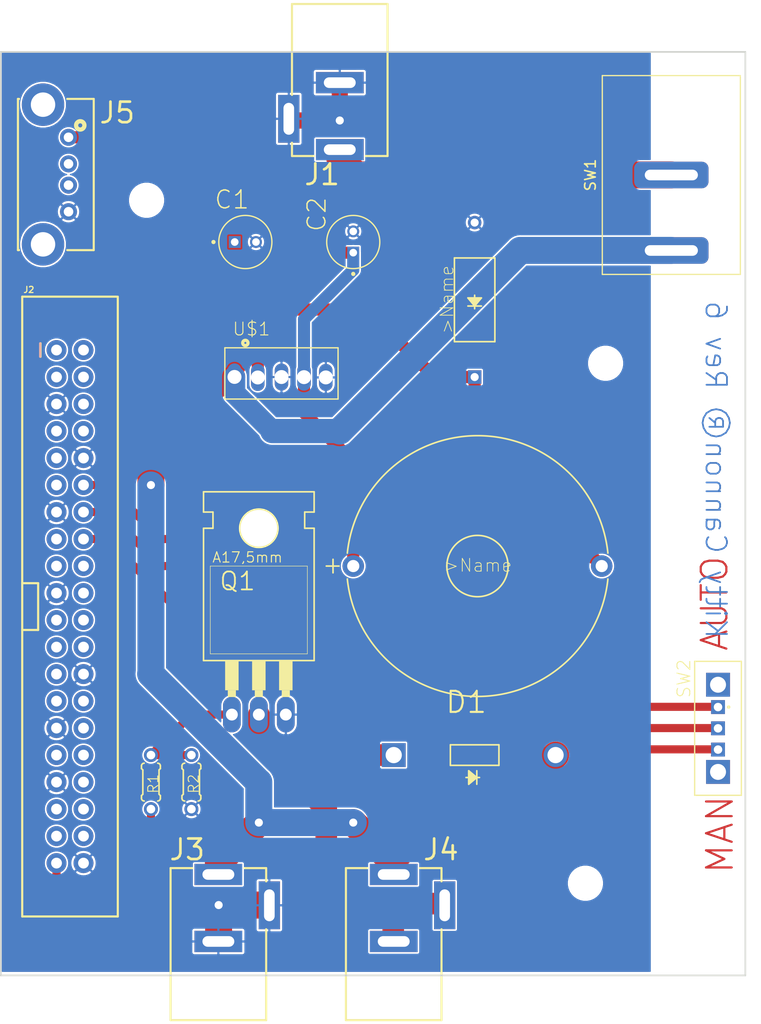
<source format=kicad_pcb>
(kicad_pcb (version 20171130) (host pcbnew "(5.1.10)-1")

  (general
    (thickness 1.6)
    (drawings 10)
    (tracks 110)
    (zones 0)
    (modules 19)
    (nets 43)
  )

  (page A4)
  (layers
    (0 Top signal)
    (31 Bottom signal)
    (32 B.Adhes user)
    (33 F.Adhes user)
    (34 B.Paste user)
    (35 F.Paste user)
    (36 B.SilkS user)
    (37 F.SilkS user)
    (38 B.Mask user)
    (39 F.Mask user)
    (40 Dwgs.User user)
    (41 Cmts.User user)
    (42 Eco1.User user)
    (43 Eco2.User user)
    (44 Edge.Cuts user)
    (45 Margin user)
    (46 B.CrtYd user)
    (47 F.CrtYd user)
    (48 B.Fab user)
    (49 F.Fab user)
  )

  (setup
    (last_trace_width 0.25)
    (trace_clearance 0.1524)
    (zone_clearance 0.000001)
    (zone_45_only no)
    (trace_min 0.1524)
    (via_size 0.8)
    (via_drill 0.4)
    (via_min_size 0.4)
    (via_min_drill 0.3)
    (uvia_size 0.3)
    (uvia_drill 0.1)
    (uvias_allowed no)
    (uvia_min_size 0.2)
    (uvia_min_drill 0.1)
    (edge_width 0.05)
    (segment_width 0.2)
    (pcb_text_width 0.3)
    (pcb_text_size 1.5 1.5)
    (mod_edge_width 0.12)
    (mod_text_size 1 1)
    (mod_text_width 0.15)
    (pad_size 2.032 2.032)
    (pad_drill 1.143)
    (pad_to_mask_clearance 0)
    (aux_axis_origin 0 0)
    (visible_elements 7FFFFFFF)
    (pcbplotparams
      (layerselection 0x010fc_ffffffff)
      (usegerberextensions true)
      (usegerberattributes false)
      (usegerberadvancedattributes false)
      (creategerberjobfile false)
      (excludeedgelayer true)
      (linewidth 0.100000)
      (plotframeref false)
      (viasonmask false)
      (mode 1)
      (useauxorigin false)
      (hpglpennumber 1)
      (hpglpenspeed 20)
      (hpglpendiameter 15.000000)
      (psnegative false)
      (psa4output false)
      (plotreference true)
      (plotvalue true)
      (plotinvisibletext false)
      (padsonsilk false)
      (subtractmaskfromsilk true)
      (outputformat 1)
      (mirror false)
      (drillshape 0)
      (scaleselection 1)
      (outputdirectory "GerbersV6/"))
  )

  (net 0 "")
  (net 1 GND)
  (net 2 /3V3_EN)
  (net 3 "Net-(J2-Pad38)")
  (net 4 "Net-(J2-Pad37)")
  (net 5 "Net-(J2-Pad36)")
  (net 6 "Net-(J2-Pad35)")
  (net 7 "Net-(J2-Pad33)")
  (net 8 "Net-(J2-Pad32)")
  (net 9 "Net-(J2-Pad31)")
  (net 10 "Net-(J2-Pad29)")
  (net 11 "Net-(J2-Pad28)")
  (net 12 "Net-(J2-Pad27)")
  (net 13 "Net-(J2-Pad26)")
  (net 14 "Net-(J2-Pad24)")
  (net 15 "Net-(J2-Pad23)")
  (net 16 /MAN)
  (net 17 "Net-(J2-Pad21)")
  (net 18 "Net-(J2-Pad19)")
  (net 19 /CONN)
  (net 20 /N$4)
  (net 21 /AUTO)
  (net 22 "Net-(J2-Pad12)")
  (net 23 "Net-(J2-Pad10)")
  (net 24 "Net-(J2-Pad8)")
  (net 25 "Net-(J2-Pad7)")
  (net 26 "Net-(J2-Pad5)")
  (net 27 /N$2)
  (net 28 "Net-(J2-Pad3)")
  (net 29 /N$1)
  (net 30 /N$3)
  (net 31 /ON)
  (net 32 /12V)
  (net 33 /SPRAY_RET)
  (net 34 "Net-(J5-Pad5)")
  (net 35 "Net-(J5-Pad3)")
  (net 36 "Net-(J5-Pad2)")
  (net 37 /5V_IN)
  (net 38 /3V3_BASE)
  (net 39 /REG_OUT)
  (net 40 "Net-(J2-Pad22)")
  (net 41 "Net-(J2-Pad18)")
  (net 42 "Net-(J2-Pad16)")

  (net_class Default "This is the default net class."
    (clearance 0.1524)
    (trace_width 0.25)
    (via_dia 0.8)
    (via_drill 0.4)
    (uvia_dia 0.3)
    (uvia_drill 0.1)
    (add_net /12V)
    (add_net /3V3_BASE)
    (add_net /3V3_EN)
    (add_net /5V_IN)
    (add_net /AUTO)
    (add_net /CONN)
    (add_net /MAN)
    (add_net /N$1)
    (add_net /N$2)
    (add_net /N$3)
    (add_net /N$4)
    (add_net /ON)
    (add_net /REG_OUT)
    (add_net /SPRAY_RET)
    (add_net GND)
    (add_net "Net-(J2-Pad10)")
    (add_net "Net-(J2-Pad12)")
    (add_net "Net-(J2-Pad16)")
    (add_net "Net-(J2-Pad18)")
    (add_net "Net-(J2-Pad19)")
    (add_net "Net-(J2-Pad21)")
    (add_net "Net-(J2-Pad22)")
    (add_net "Net-(J2-Pad23)")
    (add_net "Net-(J2-Pad24)")
    (add_net "Net-(J2-Pad26)")
    (add_net "Net-(J2-Pad27)")
    (add_net "Net-(J2-Pad28)")
    (add_net "Net-(J2-Pad29)")
    (add_net "Net-(J2-Pad3)")
    (add_net "Net-(J2-Pad31)")
    (add_net "Net-(J2-Pad32)")
    (add_net "Net-(J2-Pad33)")
    (add_net "Net-(J2-Pad35)")
    (add_net "Net-(J2-Pad36)")
    (add_net "Net-(J2-Pad37)")
    (add_net "Net-(J2-Pad38)")
    (add_net "Net-(J2-Pad5)")
    (add_net "Net-(J2-Pad7)")
    (add_net "Net-(J2-Pad8)")
    (add_net "Net-(J5-Pad2)")
    (add_net "Net-(J5-Pad3)")
    (add_net "Net-(J5-Pad5)")
  )

  (module Kitty_Cannon_Schematic:GCT_DCJ200-10-A-XX-X_REVA (layer Top) (tedit 61A9881F) (tstamp 618319C2)
    (at 147.2311 64.3636 180)
    (path /449C7C68)
    (fp_text reference J1 (at 3.4822 -10.02641) (layer F.SilkS)
      (effects (font (size 1.931293 1.931293) (thickness 0.251068)) (justify left bottom))
    )
    (fp_text value DCJ200-10-A-XX-X_REVA (at -4.757009 9.514031 180) (layer F.Fab) hide
      (effects (font (size 1.93325 1.93325) (thickness 0.26455)) (justify right top))
    )
    (fp_line (start -4.75 7.5) (end -4.75 -7.75) (layer Dwgs.User) (width 0.05))
    (fp_line (start 6 7.5) (end -4.75 7.5) (layer Dwgs.User) (width 0.05))
    (fp_line (start 6 -7.75) (end 6 7.5) (layer Dwgs.User) (width 0.05))
    (fp_line (start -4.75 -7.75) (end 6 -7.75) (layer Dwgs.User) (width 0.05))
    (fp_line (start 4.5 -7.15) (end 4.5 -5.9) (layer F.SilkS) (width 0.2))
    (fp_line (start 2.45 -7.15) (end 4.5 -7.15) (layer F.SilkS) (width 0.2))
    (fp_line (start 4.5 7.15) (end 4.5 -1.4) (layer F.SilkS) (width 0.2))
    (fp_line (start -4.5 7.15) (end 4.5 7.15) (layer F.SilkS) (width 0.2))
    (fp_line (start -4.5 -7.15) (end -4.5 7.15) (layer F.SilkS) (width 0.2))
    (fp_line (start -2.45 -7.15) (end -4.5 -7.15) (layer F.SilkS) (width 0.2))
    (fp_line (start -0.5 0) (end 0.5 0) (layer F.Fab) (width 0.1))
    (fp_line (start 0 0.5) (end 0 -0.5) (layer F.Fab) (width 0.1))
    (fp_line (start -4.5 7.15) (end -4.5 -7.15) (layer F.Fab) (width 0.1))
    (fp_line (start -4.5 -7.15) (end 4.5 -7.15) (layer F.Fab) (width 0.1))
    (fp_line (start 4.5 7.15) (end 4.5 -7.15) (layer F.Fab) (width 0.1))
    (fp_line (start -4.5 7.15) (end 4.5 7.15) (layer F.Fab) (width 0.1))
    (pad 2 thru_hole rect (at 0 -0.25 180) (size 4.5 2) (drill oval 3 1) (layers *.Cu *.Mask)
      (net 1 GND))
    (pad 3 thru_hole rect (at 4.8 -3.65 180) (size 2 4.5) (drill oval 1 3) (layers *.Cu *.Mask)
      (net 1 GND))
    (pad 1 thru_hole rect (at 0 -6.55 180) (size 4.5 2) (drill oval 3 1) (layers *.Cu *.Mask)
      (net 31 /ON))
  )

  (module Kitty_Cannon_Schematic:GCT_DCJ200-10-A-XX-X_REVA (layer Top) (tedit 61A9881F) (tstamp 61831A72)
    (at 135.8011 145.6436)
    (path /B665FDA9)
    (fp_text reference J3 (at -4.7522 -7.75359) (layer F.SilkS)
      (effects (font (size 1.931293 1.931293) (thickness 0.251068)) (justify left bottom))
    )
    (fp_text value DCJ200-10-A-XX-X_REVA (at -4.757009 9.514031) (layer F.Fab) hide
      (effects (font (size 1.93325 1.93325) (thickness 0.26455)) (justify left bottom))
    )
    (fp_line (start -4.75 7.5) (end -4.75 -7.75) (layer Dwgs.User) (width 0.05))
    (fp_line (start 6 7.5) (end -4.75 7.5) (layer Dwgs.User) (width 0.05))
    (fp_line (start 6 -7.75) (end 6 7.5) (layer Dwgs.User) (width 0.05))
    (fp_line (start -4.75 -7.75) (end 6 -7.75) (layer Dwgs.User) (width 0.05))
    (fp_line (start 4.5 -7.15) (end 4.5 -5.9) (layer F.SilkS) (width 0.2))
    (fp_line (start 2.45 -7.15) (end 4.5 -7.15) (layer F.SilkS) (width 0.2))
    (fp_line (start 4.5 7.15) (end 4.5 -1.4) (layer F.SilkS) (width 0.2))
    (fp_line (start -4.5 7.15) (end 4.5 7.15) (layer F.SilkS) (width 0.2))
    (fp_line (start -4.5 -7.15) (end -4.5 7.15) (layer F.SilkS) (width 0.2))
    (fp_line (start -2.45 -7.15) (end -4.5 -7.15) (layer F.SilkS) (width 0.2))
    (fp_line (start -0.5 0) (end 0.5 0) (layer F.Fab) (width 0.1))
    (fp_line (start 0 0.5) (end 0 -0.5) (layer F.Fab) (width 0.1))
    (fp_line (start -4.5 7.15) (end -4.5 -7.15) (layer F.Fab) (width 0.1))
    (fp_line (start -4.5 -7.15) (end 4.5 -7.15) (layer F.Fab) (width 0.1))
    (fp_line (start 4.5 7.15) (end 4.5 -7.15) (layer F.Fab) (width 0.1))
    (fp_line (start -4.5 7.15) (end 4.5 7.15) (layer F.Fab) (width 0.1))
    (pad 2 thru_hole rect (at 0 -0.25) (size 4.5 2) (drill oval 3 1) (layers *.Cu *.Mask)
      (net 1 GND))
    (pad 3 thru_hole rect (at 4.8 -3.65) (size 2 4.5) (drill oval 1 3) (layers *.Cu *.Mask)
      (net 1 GND))
    (pad 1 thru_hole rect (at 0 -6.55) (size 4.5 2) (drill oval 3 1) (layers *.Cu *.Mask)
      (net 32 /12V))
  )

  (module Kitty_Cannon_Schematic:GCT_DCJ200-10-A-XX-X_REVA (layer Top) (tedit 61A9881F) (tstamp 61831ABB)
    (at 152.3111 145.6436)
    (path /FA7CA15B)
    (fp_text reference J4 (at 2.6289 -7.75359) (layer F.SilkS)
      (effects (font (size 1.931293 1.931293) (thickness 0.251068)) (justify left bottom))
    )
    (fp_text value DCJ200-10-A-XX-X_REVA (at -4.757009 9.514031) (layer F.Fab) hide
      (effects (font (size 1.93325 1.93325) (thickness 0.26455)) (justify left bottom))
    )
    (fp_line (start -4.75 7.5) (end -4.75 -7.75) (layer Dwgs.User) (width 0.05))
    (fp_line (start 6 7.5) (end -4.75 7.5) (layer Dwgs.User) (width 0.05))
    (fp_line (start 6 -7.75) (end 6 7.5) (layer Dwgs.User) (width 0.05))
    (fp_line (start -4.75 -7.75) (end 6 -7.75) (layer Dwgs.User) (width 0.05))
    (fp_line (start 4.5 -7.15) (end 4.5 -5.9) (layer F.SilkS) (width 0.2))
    (fp_line (start 2.45 -7.15) (end 4.5 -7.15) (layer F.SilkS) (width 0.2))
    (fp_line (start 4.5 7.15) (end 4.5 -1.4) (layer F.SilkS) (width 0.2))
    (fp_line (start -4.5 7.15) (end 4.5 7.15) (layer F.SilkS) (width 0.2))
    (fp_line (start -4.5 -7.15) (end -4.5 7.15) (layer F.SilkS) (width 0.2))
    (fp_line (start -2.45 -7.15) (end -4.5 -7.15) (layer F.SilkS) (width 0.2))
    (fp_line (start -0.5 0) (end 0.5 0) (layer F.Fab) (width 0.1))
    (fp_line (start 0 0.5) (end 0 -0.5) (layer F.Fab) (width 0.1))
    (fp_line (start -4.5 7.15) (end -4.5 -7.15) (layer F.Fab) (width 0.1))
    (fp_line (start -4.5 -7.15) (end 4.5 -7.15) (layer F.Fab) (width 0.1))
    (fp_line (start 4.5 7.15) (end 4.5 -7.15) (layer F.Fab) (width 0.1))
    (fp_line (start -4.5 7.15) (end 4.5 7.15) (layer F.Fab) (width 0.1))
    (pad 2 thru_hole rect (at 0 -0.25) (size 4.5 2) (drill oval 3 1) (layers *.Cu *.Mask)
      (net 33 /SPRAY_RET))
    (pad 3 thru_hole rect (at 4.8 -3.65) (size 2 4.5) (drill oval 1 3) (layers *.Cu *.Mask)
      (net 33 /SPRAY_RET))
    (pad 1 thru_hole rect (at 0 -6.55) (size 4.5 2) (drill oval 3 1) (layers *.Cu *.Mask)
      (net 32 /12V))
  )

  (module Kitty_Cannon_Schematic:Hole (layer Top) (tedit 61A96F8D) (tstamp 61A9D241)
    (at 170.36288 139.91844)
    (fp_text reference REF** (at 0 3.81) (layer F.SilkS) hide
      (effects (font (size 1 1) (thickness 0.15)))
    )
    (fp_text value Hole (at 0 -3.81) (layer F.Fab) hide
      (effects (font (size 1 1) (thickness 0.15)))
    )
    (pad "" np_thru_hole circle (at 0 0) (size 3 3) (drill 3) (layers *.Cu *.Mask))
  )

  (module Kitty_Cannon_Schematic:Hole (layer Top) (tedit 61A96F8D) (tstamp 61A9D22C)
    (at 172.2628 91.0082)
    (fp_text reference REF** (at 0 3.81) (layer F.SilkS) hide
      (effects (font (size 1 1) (thickness 0.15)))
    )
    (fp_text value Hole (at 0 -3.81) (layer F.Fab) hide
      (effects (font (size 1 1) (thickness 0.15)))
    )
    (pad "" np_thru_hole circle (at 0 0) (size 3 3) (drill 3) (layers *.Cu *.Mask))
  )

  (module Kitty_Cannon_Schematic:Hole (layer Top) (tedit 61A96F8D) (tstamp 61A9D217)
    (at 129.04216 75.67676)
    (fp_text reference REF** (at 0 3.81) (layer F.SilkS) hide
      (effects (font (size 1 1) (thickness 0.15)))
    )
    (fp_text value Hole (at 0 -3.81) (layer F.Fab) hide
      (effects (font (size 1 1) (thickness 0.15)))
    )
    (pad "" np_thru_hole circle (at 0 0) (size 3 3) (drill 3) (layers *.Cu *.Mask))
  )

  (module Kitty_Cannon_Schematic:DIO_1N5282 (layer Top) (tedit 61A96D05) (tstamp 61831995)
    (at 154.8511 127.8636 180)
    (path /C78C3FBD)
    (fp_text reference D1 (at -6.35 3.81 180) (layer F.SilkS)
      (effects (font (size 1.980731 1.980731) (thickness 0.198073)) (justify right bottom))
    )
    (fp_text value 1N5282 (at -10.8376 3.5362) (layer F.Fab) hide
      (effects (font (size 1.981803 1.981803) (thickness 0.20861)) (justify left top))
    )
    (fp_line (start -4.2672 -2.1082) (end -5.2832 -2.1082) (layer F.SilkS) (width 0.1524))
    (fp_line (start -5.2832 -2.1082) (end -5.5372 -2.1082) (layer F.SilkS) (width 0.1524))
    (fp_line (start -5.2832 -2.7432) (end -5.2832 -2.1082) (layer F.SilkS) (width 0.1524))
    (fp_line (start -5.2832 -2.1082) (end -5.2832 -1.4732) (layer F.SilkS) (width 0.1524))
    (fp_line (start -5.2832 -2.1082) (end -4.5212 -2.7432) (layer F.SilkS) (width 0.1524))
    (fp_line (start -5.2832 -2.1082) (end -4.5212 -2.6162) (layer F.SilkS) (width 0.1524))
    (fp_line (start -5.2832 -2.1082) (end -4.5212 -2.4892) (layer F.SilkS) (width 0.1524))
    (fp_line (start -5.2832 -2.1082) (end -4.5212 -2.3622) (layer F.SilkS) (width 0.1524))
    (fp_line (start -5.2832 -2.1082) (end -4.5212 -2.2352) (layer F.SilkS) (width 0.1524))
    (fp_line (start -5.2832 -2.1082) (end -4.5212 -1.4732) (layer F.SilkS) (width 0.1524))
    (fp_line (start -5.2832 -2.1082) (end -4.5212 -1.6002) (layer F.SilkS) (width 0.1524))
    (fp_line (start -5.2832 -2.1082) (end -4.5212 -1.7272) (layer F.SilkS) (width 0.1524))
    (fp_line (start -5.2832 -2.1082) (end -4.5212 -1.8542) (layer F.SilkS) (width 0.1524))
    (fp_line (start -5.2832 -2.1082) (end -4.5212 -1.9812) (layer F.SilkS) (width 0.1524))
    (fp_line (start -4.5212 -2.7432) (end -4.5212 -1.4732) (layer F.SilkS) (width 0.1524))
    (fp_line (start -7.366 0.9652) (end -2.794 0.9652) (layer F.SilkS) (width 0.1524))
    (fp_line (start -2.794 0.9652) (end -2.794 -0.9652) (layer F.SilkS) (width 0.1524))
    (fp_line (start -2.794 -0.9652) (end -7.366 -0.9652) (layer F.SilkS) (width 0.1524))
    (fp_line (start -7.366 -0.9652) (end -7.366 0.9652) (layer F.SilkS) (width 0.1524))
    (fp_line (start -4.2672 -2.1082) (end -5.2832 -2.1082) (layer F.Fab) (width 0.1524))
    (fp_line (start -5.2832 -2.1082) (end -5.5372 -2.1082) (layer F.Fab) (width 0.1524))
    (fp_line (start -5.2832 -2.7432) (end -5.2832 -2.1082) (layer F.Fab) (width 0.1524))
    (fp_line (start -5.2832 -2.1082) (end -5.2832 -1.4732) (layer F.Fab) (width 0.1524))
    (fp_line (start -5.2832 -2.1082) (end -4.5212 -2.7432) (layer F.Fab) (width 0.1524))
    (fp_line (start -5.2832 -2.1082) (end -4.5212 -2.6162) (layer F.Fab) (width 0.1524))
    (fp_line (start -5.2832 -2.1082) (end -4.5212 -2.4892) (layer F.Fab) (width 0.1524))
    (fp_line (start -5.2832 -2.1082) (end -4.5212 -2.3622) (layer F.Fab) (width 0.1524))
    (fp_line (start -5.2832 -2.1082) (end -4.5212 -2.2352) (layer F.Fab) (width 0.1524))
    (fp_line (start -5.2832 -2.1082) (end -4.5212 -1.4732) (layer F.Fab) (width 0.1524))
    (fp_line (start -5.2832 -2.1082) (end -4.5212 -1.6002) (layer F.Fab) (width 0.1524))
    (fp_line (start -5.2832 -2.1082) (end -4.5212 -1.7272) (layer F.Fab) (width 0.1524))
    (fp_line (start -5.2832 -2.1082) (end -4.5212 -1.8542) (layer F.Fab) (width 0.1524))
    (fp_line (start -5.2832 -2.1082) (end -4.5212 -1.9812) (layer F.Fab) (width 0.1524))
    (fp_line (start -4.5212 -2.7432) (end -4.5212 -1.4732) (layer F.Fab) (width 0.1524))
    (fp_line (start -12.7 0) (end -7.366 0) (layer F.Fab) (width 0.1524))
    (fp_line (start 2.54 0) (end -2.794 0) (layer F.Fab) (width 0.1524))
    (fp_line (start -7.366 0.9652) (end -2.794 0.9652) (layer F.Fab) (width 0.1524))
    (fp_line (start -2.794 0.9652) (end -2.794 -0.9652) (layer F.Fab) (width 0.1524))
    (fp_line (start -2.794 -0.9652) (end -7.366 -0.9652) (layer F.Fab) (width 0.1524))
    (fp_line (start -7.366 -0.9652) (end -7.366 0.9652) (layer F.Fab) (width 0.1524))
    (pad 2 thru_hole rect (at 2.54 0) (size 2.25 2.25) (drill 1.524) (layers *.Cu *.Mask)
      (net 33 /SPRAY_RET) (solder_mask_margin 0.1016))
    (pad 1 thru_hole circle (at -12.7 0 180) (size 2.25 2.25) (drill 1.524) (layers *.Cu *.Mask)
      (net 32 /12V) (solder_mask_margin 0.1016))
  )

  (module Kitty_Cannon_Schematic:1433428C_MUR (layer Top) (tedit 61A96D46) (tstamp 61831BCD)
    (at 148.5011 110.0836)
    (path /A48F2005)
    (fp_text reference L1 (at 8.4328 0.635) (layer F.SilkS) hide
      (effects (font (size 1.2065 1.2065) (thickness 0.07239)))
    )
    (fp_text value 330uH (at 9.9822 0.635) (layer F.SilkS) hide
      (effects (font (size 1.2065 1.2065) (thickness 0.07239)))
    )
    (fp_line (start -2.54 0) (end -1.3462 0) (layer F.SilkS) (width 0.1524))
    (fp_line (start -1.905 -0.635) (end -1.905 0.635) (layer F.SilkS) (width 0.1524))
    (fp_line (start -2.54 0) (end -1.27 0) (layer F.Fab) (width 0.1524))
    (fp_line (start -1.905 -0.635) (end -1.905 0.635) (layer F.Fab) (width 0.1524))
    (fp_text user >Value (at 9.9822 0.635) (layer F.Fab)
      (effects (font (size 1.2065 1.2065) (thickness 0.0762)) (justify left bottom))
    )
    (fp_text user >Name (at 8.4328 0.635) (layer F.SilkS)
      (effects (font (size 1.2065 1.2065) (thickness 0.0762)) (justify left bottom))
    )
    (fp_arc (start 11.6967 0) (end 8.9408 0) (angle 180) (layer F.Fab) (width 0.1))
    (fp_arc (start 11.6967 0) (end 14.4526 0) (angle 180) (layer F.Fab) (width 0.1))
    (fp_arc (start 11.6967 0) (end -0.508 0) (angle 180) (layer F.Fab) (width 0.1))
    (fp_arc (start 11.6967 0) (end 23.9014 0) (angle 180) (layer F.Fab) (width 0.1))
    (fp_arc (start 11.7094 -0.070239) (end 23.9776 1.2192) (angle 168) (layer F.SilkS) (width 0.1524))
    (fp_arc (start 11.6967 0) (end 8.8138 0) (angle 180) (layer F.SilkS) (width 0.1524))
    (fp_arc (start 11.6967 0) (end 14.5796 0) (angle 180) (layer F.SilkS) (width 0.1524))
    (fp_arc (start 11.7094 0.070239) (end -0.5588 -1.2192) (angle 168) (layer F.SilkS) (width 0.1524))
    (pad 2 thru_hole circle (at 23.3934 0 180) (size 2.032 2.032) (drill 1.143) (layers *.Cu *.Mask)
      (net 39 /REG_OUT) (solder_mask_margin 0.1016))
    (pad 1 thru_hole circle (at 0 0) (size 2.032 2.032) (drill 1.143) (layers *.Cu *.Mask)
      (net 37 /5V_IN) (solder_mask_margin 0.1016))
  )

  (module Kitty_Cannon_Schematic:860010372006_100UF (layer Top) (tedit 0) (tstamp 61831B94)
    (at 148.5011 79.6036 90)
    (path /7EFD820D)
    (fp_text reference C2 (at 0.8636 -2.4511 90) (layer F.SilkS)
      (effects (font (size 1.6891 1.6891) (thickness 0.135128)) (justify left bottom))
    )
    (fp_text value 330uF (at -4.2164 5 90) (layer F.Fab)
      (effects (font (size 1.6891 1.6891) (thickness 0.135128)) (justify left bottom))
    )
    (fp_circle (center 0 0) (end 2.5 0) (layer F.SilkS) (width 0.127))
    (fp_circle (center 0 0) (end 2.5 0) (layer F.Fab) (width 0.127))
    (fp_circle (center 0 0) (end 2.75 0) (layer Dwgs.User) (width 0.05))
    (fp_circle (center -3 0) (end -2.9 0) (layer F.SilkS) (width 0.2))
    (fp_circle (center -3 0) (end -2.9 0) (layer F.Fab) (width 0.2))
    (pad 2 thru_hole circle (at 1 0 90) (size 1.12 1.12) (drill 0.72) (layers *.Cu *.Mask)
      (net 1 GND) (solder_mask_margin 0.1016))
    (pad 1 thru_hole rect (at -1 0 90) (size 1.12 1.12) (drill 0.72) (layers *.Cu *.Mask)
      (net 37 /5V_IN) (solder_mask_margin 0.1016))
  )

  (module Kitty_Cannon_Schematic:860010372006_100UF (layer Top) (tedit 0) (tstamp 61831B8A)
    (at 138.3411 79.6036)
    (path /12B437B9)
    (fp_text reference C1 (at -3 -3) (layer F.SilkS)
      (effects (font (size 1.6891 1.6891) (thickness 0.135128)) (justify left bottom))
    )
    (fp_text value 100uF (at -3 5 90) (layer F.Fab)
      (effects (font (size 1.6891 1.6891) (thickness 0.135128)) (justify left bottom))
    )
    (fp_circle (center 0 0) (end 2.5 0) (layer F.SilkS) (width 0.127))
    (fp_circle (center 0 0) (end 2.5 0) (layer F.Fab) (width 0.127))
    (fp_circle (center 0 0) (end 2.75 0) (layer Dwgs.User) (width 0.05))
    (fp_circle (center -3 0) (end -2.9 0) (layer F.SilkS) (width 0.2))
    (fp_circle (center -3 0) (end -2.9 0) (layer F.Fab) (width 0.2))
    (pad 2 thru_hole circle (at 1 0) (size 1.12 1.12) (drill 0.72) (layers *.Cu *.Mask)
      (net 1 GND) (solder_mask_margin 0.1016))
    (pad 1 thru_hole rect (at -1 0) (size 1.12 1.12) (drill 0.72) (layers *.Cu *.Mask)
      (net 32 /12V) (solder_mask_margin 0.1016))
  )

  (module Kitty_Cannon_Schematic:0204_5 (layer Top) (tedit 0) (tstamp 61831B71)
    (at 133.2611 130.4036 270)
    (descr "<b>RESISTOR</b><p>\ntype 0204, grid 5 mm")
    (path /8EFFCFBB)
    (fp_text reference R2 (at 1.143 -0.762 90) (layer F.SilkS)
      (effects (font (size 0.94107 0.94107) (thickness 0.094107)) (justify left bottom))
    )
    (fp_text value 10k (at 1.6764 -2.6289 90) (layer F.Fab)
      (effects (font (size 0.94107 0.94107) (thickness 0.094107)) (justify left bottom))
    )
    (fp_line (start 2.54 0) (end 2.032 0) (layer F.Fab) (width 0.508))
    (fp_line (start -2.54 0) (end -2.032 0) (layer F.Fab) (width 0.508))
    (fp_line (start -1.778 0.635) (end -1.778 -0.635) (layer F.Fab) (width 0.1524))
    (fp_line (start -1.524 -0.889) (end -1.27 -0.889) (layer F.SilkS) (width 0.1524))
    (fp_line (start -1.143 -0.762) (end -1.27 -0.889) (layer F.SilkS) (width 0.1524))
    (fp_line (start -1.524 0.889) (end -1.27 0.889) (layer F.SilkS) (width 0.1524))
    (fp_line (start -1.143 0.762) (end -1.27 0.889) (layer F.SilkS) (width 0.1524))
    (fp_line (start 1.143 -0.762) (end 1.27 -0.889) (layer F.SilkS) (width 0.1524))
    (fp_line (start 1.143 -0.762) (end -1.143 -0.762) (layer F.SilkS) (width 0.1524))
    (fp_line (start 1.143 0.762) (end 1.27 0.889) (layer F.SilkS) (width 0.1524))
    (fp_line (start 1.143 0.762) (end -1.143 0.762) (layer F.SilkS) (width 0.1524))
    (fp_line (start 1.524 -0.889) (end 1.27 -0.889) (layer F.SilkS) (width 0.1524))
    (fp_line (start 1.524 0.889) (end 1.27 0.889) (layer F.SilkS) (width 0.1524))
    (fp_line (start 1.778 0.635) (end 1.778 -0.635) (layer F.Fab) (width 0.1524))
    (fp_poly (pts (xy -2.032 0.254) (xy -1.778 0.254) (xy -1.778 -0.254) (xy -2.032 -0.254)) (layer F.Fab) (width 0))
    (fp_poly (pts (xy 1.778 0.254) (xy 2.032 0.254) (xy 2.032 -0.254) (xy 1.778 -0.254)) (layer F.Fab) (width 0))
    (fp_arc (start 1.524 -0.635) (end 1.524 -0.889) (angle 90) (layer F.SilkS) (width 0.1524))
    (fp_arc (start 1.524 0.635) (end 1.524 0.889) (angle -90) (layer F.SilkS) (width 0.1524))
    (fp_arc (start -1.524 0.635) (end -1.778 0.635) (angle -90) (layer F.SilkS) (width 0.1524))
    (fp_arc (start -1.524 -0.635) (end -1.778 -0.635) (angle 90) (layer F.SilkS) (width 0.1524))
    (pad 2 thru_hole circle (at 2.54 0 270) (size 1.3208 1.3208) (drill 0.8128) (layers *.Cu *.Mask)
      (net 1 GND) (solder_mask_margin 0.1016))
    (pad 1 thru_hole circle (at -2.54 0 270) (size 1.3208 1.3208) (drill 0.8128) (layers *.Cu *.Mask)
      (net 38 /3V3_BASE) (solder_mask_margin 0.1016))
  )

  (module Kitty_Cannon_Schematic:0204_5 (layer Top) (tedit 0) (tstamp 61831B58)
    (at 129.4511 130.4036 270)
    (descr "<b>RESISTOR</b><p>\ntype 0204, grid 5 mm")
    (path /69FAFCF2)
    (fp_text reference R1 (at 1.143 -0.762 90) (layer F.SilkS)
      (effects (font (size 0.94107 0.94107) (thickness 0.094107)) (justify left bottom))
    )
    (fp_text value 270 (at 1.6764 1.1811 90) (layer F.Fab)
      (effects (font (size 0.94107 0.94107) (thickness 0.094107)) (justify left bottom))
    )
    (fp_line (start 2.54 0) (end 2.032 0) (layer F.Fab) (width 0.508))
    (fp_line (start -2.54 0) (end -2.032 0) (layer F.Fab) (width 0.508))
    (fp_line (start -1.778 0.635) (end -1.778 -0.635) (layer F.Fab) (width 0.1524))
    (fp_line (start -1.524 -0.889) (end -1.27 -0.889) (layer F.SilkS) (width 0.1524))
    (fp_line (start -1.143 -0.762) (end -1.27 -0.889) (layer F.SilkS) (width 0.1524))
    (fp_line (start -1.524 0.889) (end -1.27 0.889) (layer F.SilkS) (width 0.1524))
    (fp_line (start -1.143 0.762) (end -1.27 0.889) (layer F.SilkS) (width 0.1524))
    (fp_line (start 1.143 -0.762) (end 1.27 -0.889) (layer F.SilkS) (width 0.1524))
    (fp_line (start 1.143 -0.762) (end -1.143 -0.762) (layer F.SilkS) (width 0.1524))
    (fp_line (start 1.143 0.762) (end 1.27 0.889) (layer F.SilkS) (width 0.1524))
    (fp_line (start 1.143 0.762) (end -1.143 0.762) (layer F.SilkS) (width 0.1524))
    (fp_line (start 1.524 -0.889) (end 1.27 -0.889) (layer F.SilkS) (width 0.1524))
    (fp_line (start 1.524 0.889) (end 1.27 0.889) (layer F.SilkS) (width 0.1524))
    (fp_line (start 1.778 0.635) (end 1.778 -0.635) (layer F.Fab) (width 0.1524))
    (fp_poly (pts (xy -2.032 0.254) (xy -1.778 0.254) (xy -1.778 -0.254) (xy -2.032 -0.254)) (layer F.Fab) (width 0))
    (fp_poly (pts (xy 1.778 0.254) (xy 2.032 0.254) (xy 2.032 -0.254) (xy 1.778 -0.254)) (layer F.Fab) (width 0))
    (fp_arc (start 1.524 -0.635) (end 1.524 -0.889) (angle 90) (layer F.SilkS) (width 0.1524))
    (fp_arc (start 1.524 0.635) (end 1.524 0.889) (angle -90) (layer F.SilkS) (width 0.1524))
    (fp_arc (start -1.524 0.635) (end -1.778 0.635) (angle -90) (layer F.SilkS) (width 0.1524))
    (fp_arc (start -1.524 -0.635) (end -1.778 -0.635) (angle 90) (layer F.SilkS) (width 0.1524))
    (pad 2 thru_hole circle (at 2.54 0 270) (size 1.3208 1.3208) (drill 0.8128) (layers *.Cu *.Mask)
      (net 2 /3V3_EN) (solder_mask_margin 0.1016))
    (pad 1 thru_hole circle (at -2.54 0 270) (size 1.3208 1.3208) (drill 0.8128) (layers *.Cu *.Mask)
      (net 38 /3V3_BASE) (solder_mask_margin 0.1016))
  )

  (module Kitty_Cannon_Schematic:TO220AH (layer Top) (tedit 0) (tstamp 61831B34)
    (at 139.6111 117.7036)
    (descr "<b>Molded Package</b><p>\ngrid 2.54 mm")
    (path /22BC07EB)
    (fp_text reference Q1 (at -3.81 -5.207) (layer F.SilkS)
      (effects (font (size 1.6891 1.6891) (thickness 0.16891)) (justify left bottom))
    )
    (fp_text value TIP120 (at -3.937 -2.54) (layer F.Fab)
      (effects (font (size 1.6891 1.6891) (thickness 0.16891)) (justify left bottom))
    )
    (fp_line (start -5.207 1.27) (end 5.207 1.27) (layer F.SilkS) (width 0.1524))
    (fp_line (start 5.207 -14.605) (end -5.207 -14.605) (layer F.SilkS) (width 0.1524))
    (fp_line (start 5.207 1.27) (end 5.207 -11.176) (layer F.SilkS) (width 0.1524))
    (fp_line (start 5.207 -11.176) (end 4.318 -11.176) (layer F.SilkS) (width 0.1524))
    (fp_line (start 4.318 -11.176) (end 4.318 -12.7) (layer F.SilkS) (width 0.1524))
    (fp_line (start 4.318 -12.7) (end 5.207 -12.7) (layer F.SilkS) (width 0.1524))
    (fp_line (start 5.207 -12.7) (end 5.207 -14.605) (layer F.SilkS) (width 0.1524))
    (fp_line (start -5.207 1.27) (end -5.207 -11.176) (layer F.SilkS) (width 0.1524))
    (fp_line (start -5.207 -11.176) (end -4.318 -11.176) (layer F.SilkS) (width 0.1524))
    (fp_line (start -4.318 -11.176) (end -4.318 -12.7) (layer F.SilkS) (width 0.1524))
    (fp_line (start -4.318 -12.7) (end -5.207 -12.7) (layer F.SilkS) (width 0.1524))
    (fp_line (start -5.207 -12.7) (end -5.207 -14.605) (layer F.SilkS) (width 0.1524))
    (fp_line (start -4.572 0.635) (end 4.572 0.635) (layer F.SilkS) (width 0.0508))
    (fp_line (start 4.572 -7.62) (end 4.572 0.635) (layer F.SilkS) (width 0.0508))
    (fp_line (start 4.572 -7.62) (end -4.572 -7.62) (layer F.SilkS) (width 0.0508))
    (fp_line (start -4.572 0.635) (end -4.572 -7.62) (layer F.SilkS) (width 0.0508))
    (fp_circle (center 0 -11.176) (end 1.8034 -11.176) (layer F.SilkS) (width 0.1524))
    (fp_circle (center 0 -11.176) (end 2.0955 -11.176) (layer Dwgs.User) (width 4.191))
    (fp_circle (center 0 -11.176) (end 2.0955 -11.176) (layer Dwgs.User) (width 4.191))
    (fp_poly (pts (xy 2.159 4.699) (xy 2.921 4.699) (xy 2.921 4.064) (xy 2.159 4.064)) (layer F.SilkS) (width 0))
    (fp_poly (pts (xy -0.381 4.699) (xy 0.381 4.699) (xy 0.381 4.064) (xy -0.381 4.064)) (layer F.SilkS) (width 0))
    (fp_poly (pts (xy -2.921 4.699) (xy -2.159 4.699) (xy -2.159 4.064) (xy -2.921 4.064)) (layer F.SilkS) (width 0))
    (fp_poly (pts (xy -3.175 4.064) (xy -1.905 4.064) (xy -1.905 1.27) (xy -3.175 1.27)) (layer F.SilkS) (width 0))
    (fp_poly (pts (xy -0.635 4.064) (xy 0.635 4.064) (xy 0.635 1.27) (xy -0.635 1.27)) (layer F.SilkS) (width 0))
    (fp_poly (pts (xy 1.905 4.064) (xy 3.175 4.064) (xy 3.175 1.27) (xy 1.905 1.27)) (layer F.SilkS) (width 0))
    (fp_poly (pts (xy -2.921 6.604) (xy -2.159 6.604) (xy -2.159 4.699) (xy -2.921 4.699)) (layer F.Fab) (width 0))
    (fp_poly (pts (xy -0.381 6.604) (xy 0.381 6.604) (xy 0.381 4.699) (xy -0.381 4.699)) (layer F.Fab) (width 0))
    (fp_poly (pts (xy 2.159 6.604) (xy 2.921 6.604) (xy 2.921 4.699) (xy 2.159 4.699)) (layer F.Fab) (width 0))
    (fp_text user A17,5mm (at -4.445 -7.874) (layer F.SilkS)
      (effects (font (size 0.9652 0.9652) (thickness 0.1016)) (justify left bottom))
    )
    (pad "" np_thru_hole circle (at 0 -11.176) (size 3.302 3.302) (drill 3.302) (layers *.Cu *.Mask))
    (pad E thru_hole oval (at 2.54 6.35 90) (size 3.3528 1.6764) (drill 1.1176) (layers *.Cu *.Mask)
      (net 1 GND) (solder_mask_margin 0.1016))
    (pad C thru_hole oval (at 0 6.35 90) (size 3.3528 1.6764) (drill 1.1176) (layers *.Cu *.Mask)
      (net 33 /SPRAY_RET) (solder_mask_margin 0.1016))
    (pad B thru_hole oval (at -2.54 6.35 90) (size 3.3528 1.6764) (drill 1.1176) (layers *.Cu *.Mask)
      (net 38 /3V3_BASE) (solder_mask_margin 0.1016))
  )

  (module Kitty_Cannon_Schematic:OS102011MA1QN1 (layer Top) (tedit 0) (tstamp 61831B1A)
    (at 182.84698 125.34646 270)
    (path /87B7DF34)
    (fp_text reference SW2 (at -6.5786 2.50698 90) (layer F.SilkS)
      (effects (font (size 1.2065 1.2065) (thickness 0.09652)) (justify right bottom))
    )
    (fp_text value OS102011MA1QN1 (at -3.683 3.81 90) (layer F.Fab) hide
      (effects (font (size 1.2065 1.2065) (thickness 0.1016)) (justify right bottom))
    )
    (fp_line (start 6.3 2.2) (end -6.3 2.2) (layer F.SilkS) (width 0.127))
    (fp_line (start -6.3 2.2) (end -6.3 -2.2) (layer F.SilkS) (width 0.127))
    (fp_line (start -6.3 -2.2) (end 6.3 -2.2) (layer F.SilkS) (width 0.127))
    (fp_line (start 6.3 -2.2) (end 6.3 2.2) (layer F.SilkS) (width 0.127))
    (fp_circle (center -2 -1) (end -1.9 -1) (layer F.SilkS) (width 0.127))
    (pad 4 thru_hole rect (at -4.1 0 270) (size 2.25 2.25) (drill 1.5) (layers *.Cu *.Mask)
      (solder_mask_margin 0.1016))
    (pad 5 thru_hole rect (at 4.1 0 270) (size 2.25 2.25) (drill 1.5) (layers *.Cu *.Mask)
      (solder_mask_margin 0.1016))
    (pad 3 thru_hole rect (at 2 0 270) (size 1.308 1.308) (drill 0.8) (layers *.Cu *.Mask)
      (net 16 /MAN) (solder_mask_margin 0.1016))
    (pad 1 thru_hole rect (at -2 0 270) (size 1.308 1.308) (drill 0.8) (layers *.Cu *.Mask)
      (net 21 /AUTO) (solder_mask_margin 0.1016))
    (pad 2 thru_hole rect (at 0 0 270) (size 1.308 1.308) (drill 0.8) (layers *.Cu *.Mask)
      (net 19 /CONN) (solder_mask_margin 0.1016))
  )

  (module Kitty_Cannon_Schematic:GCT_USB1040-XX-X-X_REVC (layer Top) (tedit 0) (tstamp 61831B04)
    (at 119.2911 73.2536 270)
    (path /7C49DE93)
    (fp_text reference J5 (at -4.6736 -5.1689 180) (layer F.SilkS)
      (effects (font (size 1.933267 1.933267) (thickness 0.251324)) (justify left bottom))
    )
    (fp_text value USB1040-XX-X-X_REVC (at -8.97325 5.11004 270) (layer F.Fab) hide
      (effects (font (size 1.932005 1.932005) (thickness 0.264379)) (justify right top))
    )
    (fp_circle (center -4.6228 -3.5052) (end -4.42936 -3.5052) (layer F.SilkS) (width 0.4))
    (fp_line (start -8.9408 2.5908) (end -8.9408 -5.0292) (layer Dwgs.User) (width 0.05))
    (fp_line (start -8.9408 2.5908) (end 8.9662 2.5908) (layer Dwgs.User) (width 0.05))
    (fp_line (start 0 0.5) (end 0 -0.5) (layer Dwgs.User) (width 0.1))
    (fp_line (start -0.5 0) (end 0.5 0) (layer Dwgs.User) (width 0.1))
    (fp_line (start -8.9408 -5.0292) (end 8.9662 -5.0292) (layer Dwgs.User) (width 0.05))
    (fp_line (start 8.9662 2.5908) (end 8.9662 -5.0292) (layer Dwgs.User) (width 0.05))
    (fp_line (start -7.112 2.3622) (end 7.112 2.3622) (layer F.SilkS) (width 0.2))
    (fp_line (start 7.112 2.3622) (end 7.112 2.2606) (layer F.SilkS) (width 0.2))
    (fp_line (start -7.112 2.3622) (end -7.112 2.2606) (layer F.SilkS) (width 0.2))
    (fp_line (start -7.112 -4.7752) (end 7.112 -4.7752) (layer F.SilkS) (width 0.2))
    (fp_line (start 7.112 -2.286) (end 7.112 -4.7752) (layer F.SilkS) (width 0.2))
    (fp_line (start -7.112 -2.286) (end -7.112 -4.7752) (layer F.SilkS) (width 0.2))
    (pad 6 thru_hole circle (at 6.57 0 270) (size 4 4) (drill 2.3) (layers *.Cu *.Mask)
      (net 34 "Net-(J5-Pad5)") (solder_mask_margin 0.1016))
    (pad 5 thru_hole circle (at -6.57 0 270) (size 4 4) (drill 2.3) (layers *.Cu *.Mask)
      (net 34 "Net-(J5-Pad5)") (solder_mask_margin 0.1016))
    (pad 4 thru_hole circle (at 3.5 -2.4 270) (size 1.6 1.6) (drill 0.9) (layers *.Cu *.Mask)
      (net 1 GND) (solder_mask_margin 0.1016))
    (pad 3 thru_hole circle (at 1 -2.4 270) (size 1.6 1.6) (drill 0.9) (layers *.Cu *.Mask)
      (net 35 "Net-(J5-Pad3)") (solder_mask_margin 0.1016))
    (pad 2 thru_hole circle (at -1 -2.4 270) (size 1.6 1.6) (drill 0.9) (layers *.Cu *.Mask)
      (net 36 "Net-(J5-Pad2)") (solder_mask_margin 0.1016))
    (pad 1 thru_hole circle (at -3.5 -2.4 270) (size 1.6 1.6) (drill 0.9) (layers *.Cu *.Mask)
      (net 37 /5V_IN) (solder_mask_margin 0.1016))
  )

  (module Kitty_Cannon_Schematic:SB2E-G (layer Top) (tedit 618347AA) (tstamp 61831B9E)
    (at 159.9311 92.3036 90)
    (path /0CADE672)
    (fp_text reference D2 (at 3.9878 -1.905 90) (layer F.SilkS) hide
      (effects (font (size 1.2065 1.2065) (thickness 0.07239)))
    )
    (fp_text value SB3100E-G (at 4.2672 3.175 90) (layer F.SilkS) hide
      (effects (font (size 1.2065 1.2065) (thickness 0.07239)))
    )
    (fp_line (start 7.6962 0) (end 6.6802 0) (layer F.SilkS) (width 0.1524))
    (fp_line (start 6.6802 0) (end 6.4262 0) (layer F.SilkS) (width 0.1524))
    (fp_line (start 6.6802 -0.635) (end 6.6802 0) (layer F.SilkS) (width 0.1524))
    (fp_line (start 6.6802 0) (end 6.6802 0.635) (layer F.SilkS) (width 0.1524))
    (fp_line (start 6.6802 0) (end 7.4422 -0.635) (layer F.SilkS) (width 0.1524))
    (fp_line (start 6.6802 0) (end 7.4422 -0.508) (layer F.SilkS) (width 0.1524))
    (fp_line (start 6.6802 0) (end 7.4422 -0.381) (layer F.SilkS) (width 0.1524))
    (fp_line (start 6.6802 0) (end 7.4422 -0.254) (layer F.SilkS) (width 0.1524))
    (fp_line (start 6.6802 0) (end 7.4422 -0.127) (layer F.SilkS) (width 0.1524))
    (fp_line (start 6.6802 0) (end 7.4422 0.635) (layer F.SilkS) (width 0.1524))
    (fp_line (start 6.6802 0) (end 7.4422 0.508) (layer F.SilkS) (width 0.1524))
    (fp_line (start 6.6802 0) (end 7.4422 0.381) (layer F.SilkS) (width 0.1524))
    (fp_line (start 6.6802 0) (end 7.4422 0.254) (layer F.SilkS) (width 0.1524))
    (fp_line (start 6.6802 0) (end 7.4422 0.127) (layer F.SilkS) (width 0.1524))
    (fp_line (start 7.4422 -0.635) (end 7.4422 0.635) (layer F.SilkS) (width 0.1524))
    (fp_line (start 3.3274 1.905) (end 11.2014 1.905) (layer F.SilkS) (width 0.1524))
    (fp_line (start 11.2014 1.905) (end 11.2014 -1.905) (layer F.SilkS) (width 0.1524))
    (fp_line (start 11.2014 -1.905) (end 3.3274 -1.905) (layer F.SilkS) (width 0.1524))
    (fp_line (start 3.3274 -1.905) (end 3.3274 1.905) (layer F.SilkS) (width 0.1524))
    (fp_line (start 7.6962 0) (end 6.6802 0) (layer F.Fab) (width 0.1524))
    (fp_line (start 6.6802 0) (end 6.4262 0) (layer F.Fab) (width 0.1524))
    (fp_line (start 6.6802 -0.635) (end 6.6802 0) (layer F.Fab) (width 0.1524))
    (fp_line (start 6.6802 0) (end 6.6802 0.635) (layer F.Fab) (width 0.1524))
    (fp_line (start 6.6802 0) (end 7.4422 -0.635) (layer F.Fab) (width 0.1524))
    (fp_line (start 6.6802 0) (end 7.4422 -0.508) (layer F.Fab) (width 0.1524))
    (fp_line (start 6.6802 0) (end 7.4422 -0.381) (layer F.Fab) (width 0.1524))
    (fp_line (start 6.6802 0) (end 7.4422 -0.254) (layer F.Fab) (width 0.1524))
    (fp_line (start 6.6802 0) (end 7.4422 -0.127) (layer F.Fab) (width 0.1524))
    (fp_line (start 6.6802 0) (end 7.4422 0.635) (layer F.Fab) (width 0.1524))
    (fp_line (start 6.6802 0) (end 7.4422 0.508) (layer F.Fab) (width 0.1524))
    (fp_line (start 6.6802 0) (end 7.4422 0.381) (layer F.Fab) (width 0.1524))
    (fp_line (start 6.6802 0) (end 7.4422 0.254) (layer F.Fab) (width 0.1524))
    (fp_line (start 6.6802 0) (end 7.4422 0.127) (layer F.Fab) (width 0.1524))
    (fp_line (start 7.4422 -0.635) (end 7.4422 0.635) (layer F.Fab) (width 0.1524))
    (fp_line (start 0 0) (end 3.4544 0) (layer F.Fab) (width 0.1524))
    (fp_line (start 14.5288 0) (end 11.0744 0) (layer F.Fab) (width 0.1524))
    (fp_line (start 3.4544 1.778) (end 11.0744 1.778) (layer F.Fab) (width 0.1524))
    (fp_line (start 11.0744 1.778) (end 11.0744 -1.778) (layer F.Fab) (width 0.1524))
    (fp_line (start 11.0744 -1.778) (end 3.4544 -1.778) (layer F.Fab) (width 0.1524))
    (fp_line (start 3.4544 -1.778) (end 3.4544 1.778) (layer F.Fab) (width 0.1524))
    (fp_text user >Value (at 4.2672 3.175 90) (layer F.Fab)
      (effects (font (size 1.2065 1.2065) (thickness 0.0762)) (justify left bottom))
    )
    (fp_text user >Name (at 3.9878 -1.905 90) (layer F.SilkS)
      (effects (font (size 1.2065 1.2065) (thickness 0.0762)) (justify left bottom))
    )
    (pad 2 thru_hole circle (at 14.5288 0 270) (size 1.27 1.27) (drill 0.762) (layers *.Cu *.Mask)
      (net 1 GND) (solder_mask_margin 0.1016))
    (pad 1 thru_hole rect (at 0 0 90) (size 1.27 1.27) (drill 0.762) (layers *.Cu *.Mask)
      (net 39 /REG_OUT) (solder_mask_margin 0.1016))
  )

  (module Kitty_Cannon_Schematic:LM2575-5.0WT (layer Top) (tedit 618311E6) (tstamp 61831BE0)
    (at 144.6911 93.5736)
    (path /89E33A62)
    (fp_text reference U$1 (at -7.62 -5.08) (layer F.SilkS)
      (effects (font (size 1.2065 1.2065) (thickness 0.09652)) (justify left bottom))
    )
    (fp_text value LM2575-5.0WT (at -7.62 2.54) (layer F.Fab)
      (effects (font (size 1.2065 1.2065) (thickness 0.09652)) (justify left bottom))
    )
    (fp_line (start -8.28 -4.02) (end -8.28 0.8) (layer F.Fab) (width 0.127))
    (fp_line (start -8.28 0.8) (end 2.388 0.8) (layer F.Fab) (width 0.127))
    (fp_line (start 2.388 0.8) (end 2.38 -4.02) (layer F.Fab) (width 0.127))
    (fp_line (start 2.38 -4.02) (end -8.28 -4.02) (layer F.Fab) (width 0.127))
    (fp_line (start -8.28 -4.02) (end -8.28 0.8) (layer F.SilkS) (width 0.127))
    (fp_line (start -8.28 0.8) (end 2.38 0.8) (layer F.SilkS) (width 0.127))
    (fp_line (start 2.38 0.8) (end 2.38 -4.02) (layer F.SilkS) (width 0.127))
    (fp_line (start 2.38 -4.02) (end -8.28 -4.02) (layer F.SilkS) (width 0.127))
    (fp_line (start -8.596 -4.283) (end -8.596 1.057) (layer Dwgs.User) (width 0.05))
    (fp_line (start -8.596 1.057) (end 2.704 1.057) (layer Dwgs.User) (width 0.05))
    (fp_line (start 2.704 1.057) (end 2.704 -4.283) (layer Dwgs.User) (width 0.05))
    (fp_line (start 2.704 -4.283) (end -8.596 -4.283) (layer Dwgs.User) (width 0.05))
    (fp_circle (center -6.35 -4.48) (end -6.25 -4.48) (layer F.Fab) (width 0.3))
    (fp_circle (center -6.35 -4.48) (end -6.25 -4.48) (layer F.SilkS) (width 0.3))
    (pad 5 thru_hole oval (at 1.22682 -1.23444 90) (size 2.54 1.27) (drill 1.31) (layers *.Cu *.Mask)
      (net 1 GND) (solder_mask_margin 0.1016))
    (pad 4 thru_hole oval (at -0.8255 -1.25984 90) (size 2.54 1.27) (drill 1.31) (layers *.Cu *.Mask)
      (net 37 /5V_IN) (solder_mask_margin 0.1016))
    (pad 3 thru_hole oval (at -2.946 -1.27 90) (size 2.54 1.27) (drill 1.31) (layers *.Cu *.Mask)
      (net 1 GND) (solder_mask_margin 0.1016))
    (pad 2 thru_hole oval (at -5.17906 -1.22936 90) (size 2.54 1.27) (drill 1.31) (layers *.Cu *.Mask)
      (net 39 /REG_OUT) (solder_mask_margin 0.1016))
    (pad 1 thru_hole oval (at -7.37108 -1.28016 90) (size 2.54 1.27) (drill 1.31) (layers *.Cu *.Mask)
      (net 32 /12V) (solder_mask_margin 0.1016))
  )

  (module Kitty_Cannon_Schematic:2X20_SHROUDED (layer Top) (tedit 618313E4) (tstamp 61831A0B)
    (at 121.8311 113.8936)
    (descr "<h3>Plated Through Hole - 2x20 Shrouded Header</h3>\n<p>Specifications:\n<ul><li>Pin count:40</li>\n<li>Pin pitch:0.1\"</li>\n</ul></p>\n<p><a href=”https://cdn.sparkfun.com/datasheets/Dev/RaspberryPi/B-D-xx1X.pdf”>Datasheet referenced for footprint</a></p>\n<p>Example device(s):\n<ul><li>CONN_20x2</li>\n</ul></p>")
    (path /C3E76336)
    (fp_text reference J2 (at -4.445 -29.464) (layer F.SilkS)
      (effects (font (size 0.57912 0.57912) (thickness 0.115824)) (justify left bottom))
    )
    (fp_text value RASPBERRYPI-40-PIN-GPIO_PTH (at -4.318 30.099) (layer F.Fab)
      (effects (font (size 0.57912 0.57912) (thickness 0.115824)) (justify left bottom))
    )
    (fp_line (start -2.775 -24.765) (end -2.775 -23.495) (layer F.SilkS) (width 0.2032))
    (fp_line (start 4.5 -29.15) (end 4.5 29.15) (layer F.SilkS) (width 0.2032))
    (fp_line (start -4.5 29.15) (end -4.5 -29.15) (layer F.SilkS) (width 0.2032))
    (fp_line (start -4.5 -29.15) (end 4.4 -29.15) (layer F.SilkS) (width 0.2032))
    (fp_line (start 4.5 29.15) (end -4.5 29.15) (layer F.SilkS) (width 0.2032))
    (fp_line (start -3.4 -28.05) (end 3.4 -28.05) (layer F.Fab) (width 0.2032))
    (fp_line (start 3.4 -28.05) (end 3.4 28.05) (layer F.Fab) (width 0.2032))
    (fp_line (start -3.4 28.05) (end 3.4 28.05) (layer F.Fab) (width 0.2032))
    (fp_line (start -3.4 -28.05) (end -3.4 -2.2) (layer F.Fab) (width 0.2032))
    (fp_line (start -3.4 28.05) (end -3.4 2.2) (layer F.Fab) (width 0.2032))
    (fp_line (start -4.5 -2.2) (end -3 -2.2) (layer F.SilkS) (width 0.2032))
    (fp_line (start -3 2.2) (end -4.5 2.2) (layer F.SilkS) (width 0.2032))
    (fp_line (start -3 -2.2) (end -3 2.2) (layer F.SilkS) (width 0.2032))
    (fp_line (start -2.813 -24.765) (end -2.813 -23.495) (layer B.SilkS) (width 0.2032))
    (fp_poly (pts (xy -1.524 -23.876) (xy -1.016 -23.876) (xy -1.016 -24.384) (xy -1.524 -24.384)) (layer F.Fab) (width 0))
    (fp_poly (pts (xy 1.016 -23.876) (xy 1.524 -23.876) (xy 1.524 -24.384) (xy 1.016 -24.384)) (layer F.Fab) (width 0))
    (fp_poly (pts (xy 1.016 -21.336) (xy 1.524 -21.336) (xy 1.524 -21.844) (xy 1.016 -21.844)) (layer F.Fab) (width 0))
    (fp_poly (pts (xy -1.524 -21.336) (xy -1.016 -21.336) (xy -1.016 -21.844) (xy -1.524 -21.844)) (layer F.Fab) (width 0))
    (fp_poly (pts (xy 1.016 -18.796) (xy 1.524 -18.796) (xy 1.524 -19.304) (xy 1.016 -19.304)) (layer F.Fab) (width 0))
    (fp_poly (pts (xy -1.524 -18.796) (xy -1.016 -18.796) (xy -1.016 -19.304) (xy -1.524 -19.304)) (layer F.Fab) (width 0))
    (fp_poly (pts (xy 1.016 -16.256) (xy 1.524 -16.256) (xy 1.524 -16.764) (xy 1.016 -16.764)) (layer F.Fab) (width 0))
    (fp_poly (pts (xy -1.524 -16.256) (xy -1.016 -16.256) (xy -1.016 -16.764) (xy -1.524 -16.764)) (layer F.Fab) (width 0))
    (fp_poly (pts (xy 1.016 -13.716) (xy 1.524 -13.716) (xy 1.524 -14.224) (xy 1.016 -14.224)) (layer F.Fab) (width 0))
    (fp_poly (pts (xy -1.524 -13.716) (xy -1.016 -13.716) (xy -1.016 -14.224) (xy -1.524 -14.224)) (layer F.Fab) (width 0))
    (fp_poly (pts (xy -1.524 -16.256) (xy -1.016 -16.256) (xy -1.016 -16.764) (xy -1.524 -16.764)) (layer F.Fab) (width 0))
    (fp_poly (pts (xy 1.016 -16.256) (xy 1.524 -16.256) (xy 1.524 -16.764) (xy 1.016 -16.764)) (layer F.Fab) (width 0))
    (fp_poly (pts (xy -1.524 -11.176) (xy -1.016 -11.176) (xy -1.016 -11.684) (xy -1.524 -11.684)) (layer F.Fab) (width 0))
    (fp_poly (pts (xy 1.016 -11.176) (xy 1.524 -11.176) (xy 1.524 -11.684) (xy 1.016 -11.684)) (layer F.Fab) (width 0))
    (fp_poly (pts (xy 1.016 -8.636) (xy 1.524 -8.636) (xy 1.524 -9.144) (xy 1.016 -9.144)) (layer F.Fab) (width 0))
    (fp_poly (pts (xy -1.524 -8.636) (xy -1.016 -8.636) (xy -1.016 -9.144) (xy -1.524 -9.144)) (layer F.Fab) (width 0))
    (fp_poly (pts (xy 1.016 -6.096) (xy 1.524 -6.096) (xy 1.524 -6.604) (xy 1.016 -6.604)) (layer F.Fab) (width 0))
    (fp_poly (pts (xy -1.524 -6.096) (xy -1.016 -6.096) (xy -1.016 -6.604) (xy -1.524 -6.604)) (layer F.Fab) (width 0))
    (fp_poly (pts (xy 1.016 -3.556) (xy 1.524 -3.556) (xy 1.524 -4.064) (xy 1.016 -4.064)) (layer F.Fab) (width 0))
    (fp_poly (pts (xy -1.524 -3.556) (xy -1.016 -3.556) (xy -1.016 -4.064) (xy -1.524 -4.064)) (layer F.Fab) (width 0))
    (fp_poly (pts (xy 1.016 -1.016) (xy 1.524 -1.016) (xy 1.524 -1.524) (xy 1.016 -1.524)) (layer F.Fab) (width 0))
    (fp_poly (pts (xy -1.524 -1.016) (xy -1.016 -1.016) (xy -1.016 -1.524) (xy -1.524 -1.524)) (layer F.Fab) (width 0))
    (fp_poly (pts (xy -1.524 -3.556) (xy -1.016 -3.556) (xy -1.016 -4.064) (xy -1.524 -4.064)) (layer F.Fab) (width 0))
    (fp_poly (pts (xy 1.016 -3.556) (xy 1.524 -3.556) (xy 1.524 -4.064) (xy 1.016 -4.064)) (layer F.Fab) (width 0))
    (fp_poly (pts (xy 1.016 1.524) (xy 1.524 1.524) (xy 1.524 1.016) (xy 1.016 1.016)) (layer F.Fab) (width 0))
    (fp_poly (pts (xy -1.524 1.524) (xy -1.016 1.524) (xy -1.016 1.016) (xy -1.524 1.016)) (layer F.Fab) (width 0))
    (fp_poly (pts (xy 1.016 4.064) (xy 1.524 4.064) (xy 1.524 3.556) (xy 1.016 3.556)) (layer F.Fab) (width 0))
    (fp_poly (pts (xy -1.524 4.064) (xy -1.016 4.064) (xy -1.016 3.556) (xy -1.524 3.556)) (layer F.Fab) (width 0))
    (fp_poly (pts (xy 1.016 6.604) (xy 1.524 6.604) (xy 1.524 6.096) (xy 1.016 6.096)) (layer F.Fab) (width 0))
    (fp_poly (pts (xy -1.524 6.604) (xy -1.016 6.604) (xy -1.016 6.096) (xy -1.524 6.096)) (layer F.Fab) (width 0))
    (fp_poly (pts (xy -1.524 4.064) (xy -1.016 4.064) (xy -1.016 3.556) (xy -1.524 3.556)) (layer F.Fab) (width 0))
    (fp_poly (pts (xy 1.016 4.064) (xy 1.524 4.064) (xy 1.524 3.556) (xy 1.016 3.556)) (layer F.Fab) (width 0))
    (fp_poly (pts (xy 1.016 9.144) (xy 1.524 9.144) (xy 1.524 8.636) (xy 1.016 8.636)) (layer F.Fab) (width 0))
    (fp_poly (pts (xy 1.016 11.684) (xy 1.524 11.684) (xy 1.524 11.176) (xy 1.016 11.176)) (layer F.Fab) (width 0))
    (fp_poly (pts (xy 1.016 14.224) (xy 1.524 14.224) (xy 1.524 13.716) (xy 1.016 13.716)) (layer F.Fab) (width 0))
    (fp_poly (pts (xy 1.016 16.764) (xy 1.524 16.764) (xy 1.524 16.256) (xy 1.016 16.256)) (layer F.Fab) (width 0))
    (fp_poly (pts (xy 1.016 19.304) (xy 1.524 19.304) (xy 1.524 18.796) (xy 1.016 18.796)) (layer F.Fab) (width 0))
    (fp_poly (pts (xy 1.016 21.844) (xy 1.524 21.844) (xy 1.524 21.336) (xy 1.016 21.336)) (layer F.Fab) (width 0))
    (fp_poly (pts (xy 1.016 24.384) (xy 1.524 24.384) (xy 1.524 23.876) (xy 1.016 23.876)) (layer F.Fab) (width 0))
    (fp_poly (pts (xy -1.524 9.144) (xy -1.016 9.144) (xy -1.016 8.636) (xy -1.524 8.636)) (layer F.Fab) (width 0))
    (fp_poly (pts (xy -1.524 11.684) (xy -1.016 11.684) (xy -1.016 11.176) (xy -1.524 11.176)) (layer F.Fab) (width 0))
    (fp_poly (pts (xy -1.524 14.224) (xy -1.016 14.224) (xy -1.016 13.716) (xy -1.524 13.716)) (layer F.Fab) (width 0))
    (fp_poly (pts (xy -1.524 16.764) (xy -1.016 16.764) (xy -1.016 16.256) (xy -1.524 16.256)) (layer F.Fab) (width 0))
    (fp_poly (pts (xy -1.524 19.304) (xy -1.016 19.304) (xy -1.016 18.796) (xy -1.524 18.796)) (layer F.Fab) (width 0))
    (fp_poly (pts (xy -1.524 21.844) (xy -1.016 21.844) (xy -1.016 21.336) (xy -1.524 21.336)) (layer F.Fab) (width 0))
    (fp_poly (pts (xy -1.524 24.384) (xy -1.016 24.384) (xy -1.016 23.876) (xy -1.524 23.876)) (layer F.Fab) (width 0))
    (pad 40 thru_hole circle (at -1.27 24.13 270) (size 1.8796 1.8796) (drill 1.016) (layers *.Cu *.Mask)
      (net 2 /3V3_EN) (solder_mask_margin 0.1016))
    (pad 39 thru_hole circle (at 1.27 24.13 270) (size 1.8796 1.8796) (drill 1.016) (layers *.Cu *.Mask)
      (net 1 GND) (solder_mask_margin 0.1016))
    (pad 38 thru_hole circle (at -1.27 21.59 270) (size 1.8796 1.8796) (drill 1.016) (layers *.Cu *.Mask)
      (net 3 "Net-(J2-Pad38)") (solder_mask_margin 0.1016))
    (pad 37 thru_hole circle (at 1.27 21.59 270) (size 1.8796 1.8796) (drill 1.016) (layers *.Cu *.Mask)
      (net 4 "Net-(J2-Pad37)") (solder_mask_margin 0.1016))
    (pad 36 thru_hole circle (at -1.27 19.05 270) (size 1.8796 1.8796) (drill 1.016) (layers *.Cu *.Mask)
      (net 5 "Net-(J2-Pad36)") (solder_mask_margin 0.1016))
    (pad 35 thru_hole circle (at 1.27 19.05 270) (size 1.8796 1.8796) (drill 1.016) (layers *.Cu *.Mask)
      (net 6 "Net-(J2-Pad35)") (solder_mask_margin 0.1016))
    (pad 34 thru_hole circle (at -1.27 16.51 270) (size 1.8796 1.8796) (drill 1.016) (layers *.Cu *.Mask)
      (net 1 GND) (solder_mask_margin 0.1016))
    (pad 33 thru_hole circle (at 1.27 16.51 270) (size 1.8796 1.8796) (drill 1.016) (layers *.Cu *.Mask)
      (net 7 "Net-(J2-Pad33)") (solder_mask_margin 0.1016))
    (pad 32 thru_hole circle (at -1.27 13.97 270) (size 1.8796 1.8796) (drill 1.016) (layers *.Cu *.Mask)
      (net 8 "Net-(J2-Pad32)") (solder_mask_margin 0.1016))
    (pad 31 thru_hole circle (at 1.27 13.97 270) (size 1.8796 1.8796) (drill 1.016) (layers *.Cu *.Mask)
      (net 9 "Net-(J2-Pad31)") (solder_mask_margin 0.1016))
    (pad 30 thru_hole circle (at -1.27 11.43 270) (size 1.8796 1.8796) (drill 1.016) (layers *.Cu *.Mask)
      (net 1 GND) (solder_mask_margin 0.1016))
    (pad 29 thru_hole circle (at 1.27 11.43 270) (size 1.8796 1.8796) (drill 1.016) (layers *.Cu *.Mask)
      (net 10 "Net-(J2-Pad29)") (solder_mask_margin 0.1016))
    (pad 28 thru_hole circle (at -1.27 8.89 270) (size 1.8796 1.8796) (drill 1.016) (layers *.Cu *.Mask)
      (net 11 "Net-(J2-Pad28)") (solder_mask_margin 0.1016))
    (pad 27 thru_hole circle (at 1.27 8.89 270) (size 1.8796 1.8796) (drill 1.016) (layers *.Cu *.Mask)
      (net 12 "Net-(J2-Pad27)") (solder_mask_margin 0.1016))
    (pad 26 thru_hole circle (at -1.27 6.35 270) (size 1.8796 1.8796) (drill 1.016) (layers *.Cu *.Mask)
      (net 13 "Net-(J2-Pad26)") (solder_mask_margin 0.1016))
    (pad 25 thru_hole circle (at 1.27 6.35 270) (size 1.8796 1.8796) (drill 1.016) (layers *.Cu *.Mask)
      (net 1 GND) (solder_mask_margin 0.1016))
    (pad 24 thru_hole circle (at -1.27 3.81 270) (size 1.8796 1.8796) (drill 1.016) (layers *.Cu *.Mask)
      (net 14 "Net-(J2-Pad24)") (solder_mask_margin 0.1016))
    (pad 23 thru_hole circle (at 1.27 3.81 270) (size 1.8796 1.8796) (drill 1.016) (layers *.Cu *.Mask)
      (net 15 "Net-(J2-Pad23)") (solder_mask_margin 0.1016))
    (pad 22 thru_hole circle (at -1.27 1.27 270) (size 1.8796 1.8796) (drill 1.016) (layers *.Cu *.Mask)
      (net 40 "Net-(J2-Pad22)") (solder_mask_margin 0.1016))
    (pad 21 thru_hole circle (at 1.27 1.27 270) (size 1.8796 1.8796) (drill 1.016) (layers *.Cu *.Mask)
      (net 17 "Net-(J2-Pad21)") (solder_mask_margin 0.1016))
    (pad 20 thru_hole circle (at -1.27 -1.27 270) (size 1.8796 1.8796) (drill 1.016) (layers *.Cu *.Mask)
      (net 1 GND) (solder_mask_margin 0.1016))
    (pad 19 thru_hole circle (at 1.27 -1.27 270) (size 1.8796 1.8796) (drill 1.016) (layers *.Cu *.Mask)
      (net 18 "Net-(J2-Pad19)") (solder_mask_margin 0.1016))
    (pad 18 thru_hole circle (at -1.27 -3.81 270) (size 1.8796 1.8796) (drill 1.016) (layers *.Cu *.Mask)
      (net 41 "Net-(J2-Pad18)") (solder_mask_margin 0.1016))
    (pad 17 thru_hole circle (at 1.27 -3.81 270) (size 1.8796 1.8796) (drill 1.016) (layers *.Cu *.Mask)
      (net 20 /N$4) (solder_mask_margin 0.1016))
    (pad 16 thru_hole circle (at -1.27 -6.35 270) (size 1.8796 1.8796) (drill 1.016) (layers *.Cu *.Mask)
      (net 42 "Net-(J2-Pad16)") (solder_mask_margin 0.1016))
    (pad 15 thru_hole circle (at 1.27 -6.35 270) (size 1.8796 1.8796) (drill 1.016) (layers *.Cu *.Mask)
      (net 16 /MAN) (solder_mask_margin 0.1016))
    (pad 14 thru_hole circle (at -1.27 -8.89 270) (size 1.8796 1.8796) (drill 1.016) (layers *.Cu *.Mask)
      (net 1 GND) (solder_mask_margin 0.1016))
    (pad 13 thru_hole circle (at 1.27 -8.89 270) (size 1.8796 1.8796) (drill 1.016) (layers *.Cu *.Mask)
      (net 19 /CONN) (solder_mask_margin 0.1016))
    (pad 12 thru_hole circle (at -1.27 -11.43 270) (size 1.8796 1.8796) (drill 1.016) (layers *.Cu *.Mask)
      (net 22 "Net-(J2-Pad12)") (solder_mask_margin 0.1016))
    (pad 11 thru_hole circle (at 1.27 -11.43 270) (size 1.8796 1.8796) (drill 1.016) (layers *.Cu *.Mask)
      (net 21 /AUTO) (solder_mask_margin 0.1016))
    (pad 10 thru_hole circle (at -1.27 -13.97 270) (size 1.8796 1.8796) (drill 1.016) (layers *.Cu *.Mask)
      (net 23 "Net-(J2-Pad10)") (solder_mask_margin 0.1016))
    (pad 9 thru_hole circle (at 1.27 -13.97 270) (size 1.8796 1.8796) (drill 1.016) (layers *.Cu *.Mask)
      (net 1 GND) (solder_mask_margin 0.1016))
    (pad 8 thru_hole circle (at -1.27 -16.51 270) (size 1.8796 1.8796) (drill 1.016) (layers *.Cu *.Mask)
      (net 24 "Net-(J2-Pad8)") (solder_mask_margin 0.1016))
    (pad 7 thru_hole circle (at 1.27 -16.51 270) (size 1.8796 1.8796) (drill 1.016) (layers *.Cu *.Mask)
      (net 25 "Net-(J2-Pad7)") (solder_mask_margin 0.1016))
    (pad 6 thru_hole circle (at -1.27 -19.05 270) (size 1.8796 1.8796) (drill 1.016) (layers *.Cu *.Mask)
      (net 1 GND) (solder_mask_margin 0.1016))
    (pad 5 thru_hole circle (at 1.27 -19.05 270) (size 1.8796 1.8796) (drill 1.016) (layers *.Cu *.Mask)
      (net 26 "Net-(J2-Pad5)") (solder_mask_margin 0.1016))
    (pad 4 thru_hole circle (at -1.27 -21.59 270) (size 1.8796 1.8796) (drill 1.016) (layers *.Cu *.Mask)
      (net 27 /N$2) (solder_mask_margin 0.1016))
    (pad 3 thru_hole circle (at 1.27 -21.59 270) (size 1.8796 1.8796) (drill 1.016) (layers *.Cu *.Mask)
      (net 28 "Net-(J2-Pad3)") (solder_mask_margin 0.1016))
    (pad 2 thru_hole circle (at -1.27 -24.13 270) (size 1.8796 1.8796) (drill 1.016) (layers *.Cu *.Mask)
      (net 29 /N$1) (solder_mask_margin 0.1016))
    (pad 1 thru_hole circle (at 1.27 -24.13 270) (size 1.8796 1.8796) (drill 1.016) (layers *.Cu *.Mask)
      (net 30 /N$3) (solder_mask_margin 0.1016))
  )

  (module Kitty_Cannon_Schematic:KRE2ANA1BBD (layer Top) (tedit 6195E210) (tstamp 61960DE3)
    (at 178.45024 73.29932 270)
    (path /619610F7)
    (fp_text reference SW1 (at 0 7.62 90) (layer F.SilkS)
      (effects (font (size 1 1) (thickness 0.15)))
    )
    (fp_text value KRE2ANA1BBD (at 0 -7.62 90) (layer F.Fab)
      (effects (font (size 1 1) (thickness 0.15)))
    )
    (fp_line (start -9.35 -6.5) (end -9.35 6.5) (layer F.SilkS) (width 0.12))
    (fp_line (start -9.35 6.5) (end 9.35 6.5) (layer F.SilkS) (width 0.12))
    (fp_line (start 9.35 -6.5) (end 9.35 6.5) (layer F.SilkS) (width 0.12))
    (fp_line (start -9.235 -6.5) (end 9.35 -6.5) (layer F.SilkS) (width 0.12))
    (pad 2 thru_hole roundrect (at 0 0 270) (size 2.5 7) (drill oval 1 5) (layers *.Cu *.Mask) (roundrect_rratio 0.25)
      (net 31 /ON))
    (pad 1 thru_hole roundrect (at 7.1 0 270) (size 2.5 7) (drill oval 1 5) (layers *.Cu *.Mask) (roundrect_rratio 0.25)
      (net 32 /12V))
  )

  (gr_line (start 185.42 61.722) (end 185.42 148.59) (layer Edge.Cuts) (width 0.1524))
  (gr_line (start 115.316 61.722) (end 185.42 61.722) (layer Edge.Cuts) (width 0.1524))
  (gr_line (start 115.316 148.59) (end 115.316 61.722) (layer Edge.Cuts) (width 0.1524))
  (gr_line (start 185.42 148.59) (end 115.316 148.59) (layer Edge.Cuts) (width 0.1524))
  (gr_text MAN (at 184.43702 139.1412 90) (layer Top) (tstamp 417DE8C0)
    (effects (font (size 2.413 2.413) (thickness 0.2032)) (justify left bottom))
  )
  (gr_text AUTO (at 183.93664 118.21414 90) (layer Top) (tstamp 417DFAE0)
    (effects (font (size 2.413 2.413) (thickness 0.2032)) (justify left bottom))
  )
  (gr_text "PWR IN" (at 152.3111 63.0936 90) (layer Top) (tstamp 417E0D00)
    (effects (font (size 1.6891 1.6891) (thickness 0.14224)) (justify right top))
  )
  (gr_text SPRAYER (at 158.6611 135.4836 90) (layer Top) (tstamp 417DFB80)
    (effects (font (size 1.6891 1.6891) (thickness 0.14224)) (justify right top))
  )
  (gr_text LIGHT (at 142.1511 138.0236 90) (layer Top) (tstamp 417DEA00)
    (effects (font (size 1.6891 1.6891) (thickness 0.14224)) (justify right top))
  )
  (gr_text "Kitty Cannon® Rev 6" (at 183.77154 85.01634 -90) (layer Bottom) (tstamp 417DFC20)
    (effects (font (size 1.9304 1.9304) (thickness 0.16256)) (justify right top mirror))
  )

  (segment (start 147.2311 68.1736) (end 147.2311 65.2636) (width 1.524) (layer Top) (net 1) (tstamp 405EEF90))
  (segment (start 147.2311 68.1736) (end 143.1911 68.1736) (width 1.524) (layer Top) (net 1) (tstamp 405EFA30))
  (segment (start 143.0311 68.0136) (end 143.1911 68.1736) (width 0.4064) (layer Top) (net 1) (tstamp 405EE950))
  (via (at 147.2311 68.1736) (size 1.524) (drill 0.762) (layers Top Bottom) (net 1) (tstamp 405EFAD0))
  (via (at 135.8265 141.97076) (size 1.524) (drill 0.762) (layers Top Bottom) (net 1))
  (segment (start 139.77585 141.97076) (end 139.79869 141.9936) (width 0.25) (layer Top) (net 1))
  (segment (start 135.8265 141.97076) (end 139.77585 141.97076) (width 2.54) (layer Top) (net 1))
  (segment (start 135.8265 144.56579) (end 135.8011 144.59119) (width 0.25) (layer Top) (net 1))
  (segment (start 135.8265 141.97076) (end 135.8265 144.56579) (width 2.54) (layer Top) (net 1))
  (segment (start 129.4511 132.9436) (end 129.4511 137.708099) (width 0.762) (layer Top) (net 2))
  (segment (start 120.5611 138.0236) (end 120.5611 139.6111) (width 0.762) (layer Top) (net 2))
  (segment (start 120.5611 139.6111) (end 121.92 140.97) (width 0.762) (layer Top) (net 2))
  (segment (start 126.189199 140.97) (end 129.4511 137.708099) (width 0.762) (layer Top) (net 2))
  (segment (start 121.92 140.97) (end 126.189199 140.97) (width 0.762) (layer Top) (net 2))
  (segment (start 182.82412 127.3236) (end 182.84698 127.34646) (width 0.762) (layer Top) (net 16))
  (segment (start 170.8211 127.3236) (end 182.82412 127.3236) (width 0.762) (layer Top) (net 16))
  (segment (start 166.2811 122.7836) (end 170.8211 127.3236) (width 0.762) (layer Top) (net 16))
  (segment (start 151.0411 122.7836) (end 166.2811 122.7836) (width 0.762) (layer Top) (net 16))
  (segment (start 144.6911 116.4336) (end 151.0411 122.7836) (width 0.762) (layer Top) (net 16))
  (segment (start 137.0711 116.4336) (end 144.6911 116.4336) (width 0.762) (layer Top) (net 16))
  (segment (start 135.8011 115.1636) (end 137.0711 116.4336) (width 0.762) (layer Top) (net 16))
  (segment (start 132.9436 115.1636) (end 135.8011 115.1636) (width 0.762) (layer Top) (net 16))
  (segment (start 125.3236 107.5436) (end 132.9436 115.1636) (width 0.762) (layer Top) (net 16))
  (segment (start 123.1011 107.5436) (end 125.3236 107.5436) (width 0.762) (layer Top) (net 16))
  (segment (start 182.82412 125.3236) (end 182.84698 125.34646) (width 0.762) (layer Top) (net 19))
  (segment (start 166.2811 120.2436) (end 171.3611 125.3236) (width 0.762) (layer Top) (net 19))
  (segment (start 144.6911 113.8936) (end 151.0411 120.2436) (width 0.762) (layer Top) (net 19))
  (segment (start 137.0711 113.8936) (end 144.6911 113.8936) (width 0.762) (layer Top) (net 19))
  (segment (start 133.2611 110.0836) (end 137.0711 113.8936) (width 0.762) (layer Top) (net 19))
  (segment (start 151.0411 120.2436) (end 166.2811 120.2436) (width 0.762) (layer Top) (net 19))
  (segment (start 130.4036 110.0836) (end 133.2611 110.0836) (width 0.762) (layer Top) (net 19))
  (segment (start 125.3236 105.0036) (end 130.4036 110.0836) (width 0.762) (layer Top) (net 19))
  (segment (start 171.3611 125.3236) (end 182.82412 125.3236) (width 0.762) (layer Top) (net 19))
  (segment (start 123.1011 105.0036) (end 125.3236 105.0036) (width 0.762) (layer Top) (net 19))
  (segment (start 182.82412 123.3236) (end 182.84698 123.34646) (width 0.762) (layer Top) (net 21))
  (segment (start 151.0411 117.7036) (end 166.2811 117.7036) (width 0.762) (layer Top) (net 21))
  (segment (start 166.2811 117.7036) (end 171.9011 123.3236) (width 0.762) (layer Top) (net 21))
  (segment (start 144.6911 111.3536) (end 151.0411 117.7036) (width 0.762) (layer Top) (net 21))
  (segment (start 171.9011 123.3236) (end 182.82412 123.3236) (width 0.762) (layer Top) (net 21))
  (segment (start 137.0711 111.3536) (end 144.6911 111.3536) (width 0.762) (layer Top) (net 21))
  (segment (start 133.2611 107.5436) (end 137.0711 111.3536) (width 0.762) (layer Top) (net 21))
  (segment (start 130.4036 107.5436) (end 133.2611 107.5436) (width 0.762) (layer Top) (net 21))
  (segment (start 125.3236 102.4636) (end 130.4036 107.5436) (width 0.762) (layer Top) (net 21))
  (segment (start 123.1011 102.4636) (end 125.3236 102.4636) (width 0.762) (layer Top) (net 21))
  (segment (start 178.44262 73.2917) (end 178.45024 73.29932) (width 1.524) (layer Top) (net 31))
  (segment (start 148.80679 73.2917) (end 178.44262 73.2917) (width 2.54) (layer Top) (net 31))
  (segment (start 147.2311 71.71601) (end 148.80679 73.2917) (width 2.54) (layer Top) (net 31))
  (via (at 148.5011 134.2136) (size 1.524) (drill 0.762) (layers Top Bottom) (net 32) (tstamp 405F5E30))
  (segment (start 148.5011 134.2136) (end 139.6111 134.2136) (width 2.54) (layer Bottom) (net 32) (tstamp 405F70F0))
  (via (at 139.6111 134.2136) (size 1.524) (drill 0.762) (layers Top Bottom) (net 32) (tstamp 405F63D0))
  (segment (start 137.3411 79.6036) (end 137.3411 91.3036) (width 2.032) (layer Top) (net 32) (tstamp 405F6290))
  (segment (start 129.4511 102.4636) (end 129.4511 99.9236) (width 2.54) (layer Top) (net 32) (tstamp 405F7370))
  (via (at 129.4511 102.4636) (size 1.524) (drill 0.762) (layers Top Bottom) (net 32) (tstamp 405F74B0))
  (segment (start 129.4511 102.4636) (end 129.4511 120.2436) (width 2.54) (layer Bottom) (net 32) (tstamp 405F7A50))
  (segment (start 139.6111 130.4036) (end 139.6111 134.2136) (width 2.54) (layer Bottom) (net 32) (tstamp 405F7AF0))
  (segment (start 129.42316 120.2309) (end 139.58316 130.3909) (width 2.54) (layer Bottom) (net 32) (tstamp 405F7B90))
  (segment (start 138.3411 94.8436) (end 138.33602 94.8436) (width 0.25) (layer Bottom) (net 32))
  (segment (start 137.32002 93.8276) (end 137.32002 92.29344) (width 2.032) (layer Bottom) (net 32))
  (segment (start 138.33602 94.8436) (end 137.32002 93.8276) (width 2.032) (layer Bottom) (net 32))
  (segment (start 129.4511 99.9236) (end 129.4511 99.16922) (width 2.54) (layer Top) (net 32))
  (segment (start 136.32688 92.29344) (end 137.32002 92.29344) (width 2.032) (layer Top) (net 32))
  (segment (start 129.4511 99.16922) (end 136.32688 92.29344) (width 2.54) (layer Top) (net 32))
  (segment (start 152.3111 138.0236) (end 152.3111 138.29119) (width 0.25) (layer Top) (net 32))
  (segment (start 152.31351 138.29119) (end 152.3111 138.29119) (width 0.25) (layer Top) (net 32))
  (segment (start 135.8011 138.0236) (end 135.8011 138.29119) (width 1.524) (layer Top) (net 32))
  (segment (start 139.6111 134.2136) (end 135.8011 138.0236) (width 2.54) (layer Top) (net 32))
  (segment (start 178.44262 80.3917) (end 178.45024 80.39932) (width 1.524) (layer Bottom) (net 32))
  (segment (start 164.223 80.3917) (end 178.44262 80.3917) (width 2.54) (layer Bottom) (net 32))
  (segment (start 147.2311 97.3836) (end 164.223 80.3917) (width 2.54) (layer Bottom) (net 32))
  (segment (start 140.8811 97.3836) (end 147.2311 97.3836) (width 2.286) (layer Bottom) (net 32))
  (segment (start 138.3411 94.8436) (end 140.8811 97.3836) (width 2.032) (layer Bottom) (net 32))
  (segment (start 162.84051 132.57419) (end 167.5511 127.8636) (width 2.54) (layer Top) (net 32))
  (segment (start 152.3111 137.65419) (end 157.3911 132.57419) (width 2.54) (layer Top) (net 32))
  (segment (start 157.3911 132.57419) (end 162.84051 132.57419) (width 2.54) (layer Top) (net 32))
  (segment (start 151.94169 137.65419) (end 152.3111 137.65419) (width 1.524) (layer Top) (net 32))
  (segment (start 148.5011 134.2136) (end 151.94169 137.65419) (width 2.54) (layer Top) (net 32))
  (segment (start 156.5111 141.9936) (end 156.3511 141.8336) (width 0.1524) (layer Top) (net 33) (tstamp 405F31D0))
  (segment (start 148.5011 141.8336) (end 145.9611 139.2936) (width 2.032) (layer Top) (net 33) (tstamp 405F4F30))
  (segment (start 145.9611 139.2936) (end 145.9611 132.9436) (width 2.032) (layer Top) (net 33) (tstamp 405F33B0))
  (segment (start 145.9611 132.9436) (end 139.6111 126.5936) (width 2.032) (layer Top) (net 33) (tstamp 405F3090))
  (segment (start 139.6111 126.5936) (end 139.6111 124.0536) (width 2.032) (layer Top) (net 33) (tstamp 405F3450))
  (segment (start 148.5011 141.8336) (end 152.26792 141.8336) (width 2.032) (layer Top) (net 33))
  (segment (start 156.2011 141.8336) (end 156.30869 141.94119) (width 0.25) (layer Top) (net 33))
  (segment (start 152.26792 141.8336) (end 156.2011 141.8336) (width 2.032) (layer Top) (net 33))
  (segment (start 152.26792 144.59119) (end 152.3111 144.59119) (width 1.524) (layer Top) (net 33))
  (segment (start 152.26792 141.8336) (end 152.26792 144.59119) (width 2.032) (layer Top) (net 33))
  (segment (start 145.9611 132.9436) (end 145.9611 130.26898) (width 2.032) (layer Top) (net 33))
  (segment (start 148.36648 127.8636) (end 152.3111 127.8636) (width 2.032) (layer Top) (net 33))
  (segment (start 145.9611 130.26898) (end 148.36648 127.8636) (width 2.032) (layer Top) (net 33))
  (segment (start 148.5011 110.0836) (end 148.5011 101.1936) (width 1.143) (layer Top) (net 37) (tstamp 405F2A50))
  (segment (start 121.6911 69.7536) (end 134.8411 69.7536) (width 1.143) (layer Top) (net 37) (tstamp 405F0ED0))
  (segment (start 145.6911 80.6036) (end 148.5011 80.6036) (width 1.143) (layer Top) (net 37) (tstamp 405F2370))
  (segment (start 134.8411 69.7536) (end 145.6911 80.6036) (width 1.143) (layer Top) (net 37) (tstamp 405F24B0))
  (segment (start 148.5011 101.1936) (end 148.5011 100.29698) (width 1.143) (layer Top) (net 37))
  (segment (start 143.8656 95.66148) (end 143.8656 92.31376) (width 1.143) (layer Top) (net 37))
  (segment (start 148.5011 100.29698) (end 143.8656 95.66148) (width 1.143) (layer Top) (net 37))
  (segment (start 148.5011 80.6036) (end 148.5011 82.22742) (width 1.143) (layer Bottom) (net 37))
  (segment (start 143.8656 86.86292) (end 143.8656 92.31376) (width 1.143) (layer Bottom) (net 37))
  (segment (start 148.5011 82.22742) (end 143.8656 86.86292) (width 1.143) (layer Bottom) (net 37))
  (segment (start 129.4511 127.8636) (end 133.2611 124.0536) (width 0.762) (layer Top) (net 38) (tstamp 405F5570))
  (segment (start 133.2611 124.0536) (end 137.0711 124.0536) (width 0.762) (layer Top) (net 38) (tstamp 405F51B0))
  (segment (start 133.2611 127.8636) (end 129.4511 127.8636) (width 0.762) (layer Top) (net 38) (tstamp 405F5610))
  (segment (start 171.8945 110.0836) (end 159.9311 98.1202) (width 1.143) (layer Top) (net 39) (tstamp 405F1470))
  (segment (start 159.9311 98.1202) (end 159.9311 92.3036) (width 1.143) (layer Top) (net 39) (tstamp 405F1970))
  (segment (start 140.8811 85.9536) (end 149.7711 85.9536) (width 1.143) (layer Top) (net 39) (tstamp 405F1AB0))
  (segment (start 156.1211 92.3036) (end 159.9311 92.3036) (width 1.143) (layer Top) (net 39) (tstamp 405F11F0))
  (segment (start 149.7711 85.9536) (end 156.1211 92.3036) (width 1.143) (layer Top) (net 39) (tstamp 405F1290))
  (segment (start 140.8811 85.9536) (end 140.55344 85.9536) (width 1.143) (layer Top) (net 39))
  (segment (start 139.51204 86.995) (end 139.51204 92.34424) (width 1.143) (layer Top) (net 39))
  (segment (start 140.55344 85.9536) (end 139.51204 86.995) (width 1.143) (layer Top) (net 39))

  (zone (net 1) (net_name GND) (layer Bottom) (tstamp 6196461D) (hatch edge 0.508)
    (priority 6)
    (connect_pads (clearance 0.000001))
    (min_thickness 0.127)
    (fill yes (arc_segments 32) (thermal_gap 0.2024) (thermal_bridge_width 0.2024))
    (polygon
      (pts
        (xy 176.5173 148.2598) (xy 115.4049 148.2598) (xy 115.4049 61.7474) (xy 176.5173 61.7474)
      )
    )
    (filled_polygon
      (pts
        (xy 176.4538 71.832376) (xy 175.57524 71.832376) (xy 175.410985 71.848554) (xy 175.253042 71.896465) (xy 175.107481 71.974269)
        (xy 174.979896 72.078976) (xy 174.875189 72.206561) (xy 174.797385 72.352122) (xy 174.749474 72.510065) (xy 174.733296 72.67432)
        (xy 174.733296 73.92432) (xy 174.749474 74.088575) (xy 174.797385 74.246518) (xy 174.875189 74.392079) (xy 174.979896 74.519664)
        (xy 175.107481 74.624371) (xy 175.253042 74.702175) (xy 175.410985 74.750086) (xy 175.57524 74.766264) (xy 176.4538 74.766264)
        (xy 176.4538 78.9058) (xy 164.295981 78.9058) (xy 164.222999 78.898612) (xy 164.150017 78.9058) (xy 164.150008 78.9058)
        (xy 163.931713 78.9273) (xy 163.65162 79.012266) (xy 163.393484 79.150242) (xy 163.393482 79.150243) (xy 163.393483 79.150243)
        (xy 163.223922 79.289398) (xy 163.22392 79.2894) (xy 163.167227 79.335927) (xy 163.1207 79.39262) (xy 146.488621 96.0247)
        (xy 141.26437 96.0247) (xy 139.169395 93.929727) (xy 139.141075 93.906486) (xy 138.55192 93.317331) (xy 138.55192 92.232927)
        (xy 138.534095 92.051945) (xy 138.463654 91.819731) (xy 138.382253 91.667441) (xy 138.66114 91.667441) (xy 138.661141 93.02104)
        (xy 138.673453 93.146046) (xy 138.722108 93.306441) (xy 138.80112 93.454262) (xy 138.907453 93.583828) (xy 139.037019 93.690161)
        (xy 139.18484 93.769173) (xy 139.345235 93.817828) (xy 139.51204 93.834257) (xy 139.678846 93.817828) (xy 139.839241 93.769173)
        (xy 139.987062 93.690161) (xy 140.116628 93.583828) (xy 140.222961 93.454262) (xy 140.301973 93.306441) (xy 140.350628 93.146046)
        (xy 140.36294 93.02104) (xy 140.36294 92.3413) (xy 140.8442 92.3413) (xy 140.8442 92.9763) (xy 140.868865 93.151332)
        (xy 140.927204 93.318189) (xy 141.016974 93.470459) (xy 141.134725 93.60229) (xy 141.275933 93.708616) (xy 141.435171 93.78535)
        (xy 141.567056 93.821732) (xy 141.7074 93.772173) (xy 141.7074 92.3413) (xy 141.7828 92.3413) (xy 141.7828 93.772173)
        (xy 141.923144 93.821732) (xy 142.055029 93.78535) (xy 142.214267 93.708616) (xy 142.355475 93.60229) (xy 142.473226 93.470459)
        (xy 142.562996 93.318189) (xy 142.621335 93.151332) (xy 142.646 92.9763) (xy 142.646 92.3413) (xy 141.7828 92.3413)
        (xy 141.7074 92.3413) (xy 140.8442 92.3413) (xy 140.36294 92.3413) (xy 140.36294 91.66744) (xy 140.359342 91.6309)
        (xy 140.8442 91.6309) (xy 140.8442 92.2659) (xy 141.7074 92.2659) (xy 141.7074 90.835027) (xy 141.7828 90.835027)
        (xy 141.7828 92.2659) (xy 142.646 92.2659) (xy 142.646 91.636961) (xy 143.0147 91.636961) (xy 143.014701 92.99056)
        (xy 143.027013 93.115566) (xy 143.075668 93.275961) (xy 143.15468 93.423782) (xy 143.261013 93.553348) (xy 143.390579 93.659681)
        (xy 143.5384 93.738693) (xy 143.698795 93.787348) (xy 143.8656 93.803777) (xy 144.032406 93.787348) (xy 144.192801 93.738693)
        (xy 144.340622 93.659681) (xy 144.470188 93.553348) (xy 144.576521 93.423782) (xy 144.655533 93.275961) (xy 144.704188 93.115566)
        (xy 144.7165 92.99056) (xy 144.7165 92.37686) (xy 145.01702 92.37686) (xy 145.01702 93.01186) (xy 145.041685 93.186892)
        (xy 145.100024 93.353749) (xy 145.189794 93.506019) (xy 145.307545 93.63785) (xy 145.448753 93.744176) (xy 145.607991 93.82091)
        (xy 145.739876 93.857292) (xy 145.88022 93.807733) (xy 145.88022 92.37686) (xy 145.95562 92.37686) (xy 145.95562 93.807733)
        (xy 146.095964 93.857292) (xy 146.227849 93.82091) (xy 146.387087 93.744176) (xy 146.528295 93.63785) (xy 146.646046 93.506019)
        (xy 146.735816 93.353749) (xy 146.794155 93.186892) (xy 146.81882 93.01186) (xy 146.81882 92.37686) (xy 145.95562 92.37686)
        (xy 145.88022 92.37686) (xy 145.01702 92.37686) (xy 144.7165 92.37686) (xy 144.7165 91.66646) (xy 145.01702 91.66646)
        (xy 145.01702 92.30146) (xy 145.88022 92.30146) (xy 145.88022 90.870587) (xy 145.95562 90.870587) (xy 145.95562 92.30146)
        (xy 146.81882 92.30146) (xy 146.81882 91.66646) (xy 146.794155 91.491428) (xy 146.735816 91.324571) (xy 146.646046 91.172301)
        (xy 146.528295 91.04047) (xy 146.387087 90.934144) (xy 146.227849 90.85741) (xy 146.095964 90.821028) (xy 145.95562 90.870587)
        (xy 145.88022 90.870587) (xy 145.739876 90.821028) (xy 145.607991 90.85741) (xy 145.448753 90.934144) (xy 145.307545 91.04047)
        (xy 145.189794 91.172301) (xy 145.100024 91.324571) (xy 145.041685 91.491428) (xy 145.01702 91.66646) (xy 144.7165 91.66646)
        (xy 144.7165 91.63696) (xy 144.704188 91.511954) (xy 144.655533 91.351559) (xy 144.653 91.34682) (xy 144.653 87.18907)
        (xy 149.030528 82.811543) (xy 149.060569 82.786889) (xy 149.108935 82.727955) (xy 149.158966 82.666993) (xy 149.232082 82.530203)
        (xy 149.277106 82.381777) (xy 149.2885 82.266093) (xy 149.2885 82.266083) (xy 149.292308 82.22742) (xy 149.2885 82.188757)
        (xy 149.2885 80.564927) (xy 149.278044 80.458767) (xy 149.278044 80.0436) (xy 149.273875 80.001276) (xy 149.26153 79.960579)
        (xy 149.241482 79.923072) (xy 149.214503 79.890197) (xy 149.181628 79.863218) (xy 149.144121 79.84317) (xy 149.103424 79.830825)
        (xy 149.0611 79.826656) (xy 148.645932 79.826656) (xy 148.5011 79.812391) (xy 148.356267 79.826656) (xy 147.9411 79.826656)
        (xy 147.898776 79.830825) (xy 147.858079 79.84317) (xy 147.820572 79.863218) (xy 147.787697 79.890197) (xy 147.760718 79.923072)
        (xy 147.74067 79.960579) (xy 147.728325 80.001276) (xy 147.724156 80.0436) (xy 147.724156 80.458768) (xy 147.7137 80.564928)
        (xy 147.713701 81.901268) (xy 143.336178 86.278792) (xy 143.306131 86.303451) (xy 143.207734 86.423349) (xy 143.134618 86.560138)
        (xy 143.089594 86.708564) (xy 143.0782 86.824248) (xy 143.0782 86.824257) (xy 143.074392 86.86292) (xy 143.0782 86.901583)
        (xy 143.078201 91.34682) (xy 143.075667 91.35156) (xy 143.027012 91.511955) (xy 143.0147 91.636961) (xy 142.646 91.636961)
        (xy 142.646 91.6309) (xy 142.621335 91.455868) (xy 142.562996 91.289011) (xy 142.473226 91.136741) (xy 142.355475 91.00491)
        (xy 142.214267 90.898584) (xy 142.055029 90.82185) (xy 141.923144 90.785468) (xy 141.7828 90.835027) (xy 141.7074 90.835027)
        (xy 141.567056 90.785468) (xy 141.435171 90.82185) (xy 141.275933 90.898584) (xy 141.134725 91.00491) (xy 141.016974 91.136741)
        (xy 140.927204 91.289011) (xy 140.868865 91.455868) (xy 140.8442 91.6309) (xy 140.359342 91.6309) (xy 140.350628 91.542434)
        (xy 140.301973 91.382039) (xy 140.222961 91.234218) (xy 140.116628 91.104652) (xy 139.987061 90.998319) (xy 139.83924 90.919307)
        (xy 139.678845 90.870652) (xy 139.51204 90.854223) (xy 139.345234 90.870652) (xy 139.184839 90.919307) (xy 139.037018 90.998319)
        (xy 138.907452 91.104652) (xy 138.801119 91.234219) (xy 138.722107 91.38204) (xy 138.673452 91.542435) (xy 138.66114 91.667441)
        (xy 138.382253 91.667441) (xy 138.349263 91.605722) (xy 138.195319 91.418141) (xy 138.116756 91.353666) (xy 138.109953 91.331239)
        (xy 138.030941 91.183418) (xy 137.924608 91.053852) (xy 137.795041 90.947519) (xy 137.64722 90.868507) (xy 137.486825 90.819852)
        (xy 137.32002 90.803423) (xy 137.153214 90.819852) (xy 136.992819 90.868507) (xy 136.844998 90.947519) (xy 136.715432 91.053852)
        (xy 136.609099 91.183419) (xy 136.530087 91.33124) (xy 136.523284 91.353667) (xy 136.444722 91.418141) (xy 136.290778 91.605722)
        (xy 136.176387 91.819731) (xy 136.105945 92.051945) (xy 136.08812 92.232927) (xy 136.08812 93.767097) (xy 136.082161 93.8276)
        (xy 136.08812 93.888103) (xy 136.08812 93.888112) (xy 136.105945 94.069094) (xy 136.176386 94.301308) (xy 136.290777 94.515317)
        (xy 136.444721 94.702899) (xy 136.491731 94.741479) (xy 137.507724 95.757474) (xy 137.536063 95.780731) (xy 139.601317 97.845987)
        (xy 139.619566 97.906145) (xy 139.745749 98.142217) (xy 139.915563 98.349137) (xy 140.122483 98.518951) (xy 140.358555 98.645134)
        (xy 140.614709 98.722838) (xy 140.814342 98.7425) (xy 146.621305 98.7425) (xy 146.65972 98.763033) (xy 146.939814 98.847999)
        (xy 147.2311 98.876688) (xy 147.522386 98.847999) (xy 147.80248 98.763033) (xy 148.060616 98.625058) (xy 148.230176 98.485903)
        (xy 155.047479 91.6686) (xy 159.079156 91.6686) (xy 159.079156 92.9386) (xy 159.083325 92.980924) (xy 159.09567 93.021621)
        (xy 159.115718 93.059128) (xy 159.142697 93.092003) (xy 159.175572 93.118982) (xy 159.213079 93.13903) (xy 159.253776 93.151375)
        (xy 159.2961 93.155544) (xy 160.5661 93.155544) (xy 160.608424 93.151375) (xy 160.649121 93.13903) (xy 160.686628 93.118982)
        (xy 160.719503 93.092003) (xy 160.746482 93.059128) (xy 160.76653 93.021621) (xy 160.778875 92.980924) (xy 160.783044 92.9386)
        (xy 160.783044 91.6686) (xy 160.778875 91.626276) (xy 160.76653 91.585579) (xy 160.746482 91.548072) (xy 160.719503 91.515197)
        (xy 160.686628 91.488218) (xy 160.649121 91.46817) (xy 160.608424 91.455825) (xy 160.5661 91.451656) (xy 159.2961 91.451656)
        (xy 159.253776 91.455825) (xy 159.213079 91.46817) (xy 159.175572 91.488218) (xy 159.142697 91.515197) (xy 159.115718 91.548072)
        (xy 159.09567 91.585579) (xy 159.083325 91.626276) (xy 159.079156 91.6686) (xy 155.047479 91.6686) (xy 155.87688 90.839199)
        (xy 170.5469 90.839199) (xy 170.5469 91.177201) (xy 170.612841 91.50871) (xy 170.742189 91.820984) (xy 170.929973 92.102023)
        (xy 171.168977 92.341027) (xy 171.450016 92.528811) (xy 171.76229 92.658159) (xy 172.093799 92.7241) (xy 172.431801 92.7241)
        (xy 172.76331 92.658159) (xy 173.075584 92.528811) (xy 173.356623 92.341027) (xy 173.595627 92.102023) (xy 173.783411 91.820984)
        (xy 173.912759 91.50871) (xy 173.9787 91.177201) (xy 173.9787 90.839199) (xy 173.912759 90.50769) (xy 173.783411 90.195416)
        (xy 173.595627 89.914377) (xy 173.356623 89.675373) (xy 173.075584 89.487589) (xy 172.76331 89.358241) (xy 172.431801 89.2923)
        (xy 172.093799 89.2923) (xy 171.76229 89.358241) (xy 171.450016 89.487589) (xy 171.168977 89.675373) (xy 170.929973 89.914377)
        (xy 170.742189 90.195416) (xy 170.612841 90.50769) (xy 170.5469 90.839199) (xy 155.87688 90.839199) (xy 164.83848 81.8776)
        (xy 176.4538 81.8776) (xy 176.4538 148.1963) (xy 115.4684 148.1963) (xy 115.4684 146.3936) (xy 133.283913 146.3936)
        (xy 133.289047 146.445726) (xy 133.304251 146.495848) (xy 133.328942 146.542041) (xy 133.36217 146.58253) (xy 133.402659 146.615758)
        (xy 133.448852 146.640449) (xy 133.498974 146.655653) (xy 133.5511 146.660787) (xy 135.696925 146.6595) (xy 135.7634 146.593025)
        (xy 135.7634 145.4313) (xy 135.8388 145.4313) (xy 135.8388 146.593025) (xy 135.905275 146.6595) (xy 138.0511 146.660787)
        (xy 138.103226 146.655653) (xy 138.153348 146.640449) (xy 138.199541 146.615758) (xy 138.24003 146.58253) (xy 138.273258 146.542041)
        (xy 138.297949 146.495848) (xy 138.313153 146.445726) (xy 138.318287 146.3936) (xy 138.317 145.497775) (xy 138.250525 145.4313)
        (xy 135.8388 145.4313) (xy 135.7634 145.4313) (xy 133.351675 145.4313) (xy 133.2852 145.497775) (xy 133.283913 146.3936)
        (xy 115.4684 146.3936) (xy 115.4684 144.3936) (xy 133.283913 144.3936) (xy 133.2852 145.289425) (xy 133.351675 145.3559)
        (xy 135.7634 145.3559) (xy 135.7634 144.194175) (xy 135.8388 144.194175) (xy 135.8388 145.3559) (xy 138.250525 145.3559)
        (xy 138.317 145.289425) (xy 138.318287 144.3936) (xy 138.313153 144.341474) (xy 138.297949 144.291352) (xy 138.273258 144.245159)
        (xy 138.271979 144.2436) (xy 139.333913 144.2436) (xy 139.339047 144.295726) (xy 139.354251 144.345848) (xy 139.378942 144.392041)
        (xy 139.41217 144.43253) (xy 139.452659 144.465758) (xy 139.498852 144.490449) (xy 139.548974 144.505653) (xy 139.6011 144.510787)
        (xy 140.496925 144.5095) (xy 140.5634 144.443025) (xy 140.5634 142.0313) (xy 140.6388 142.0313) (xy 140.6388 144.443025)
        (xy 140.705275 144.5095) (xy 141.6011 144.510787) (xy 141.653226 144.505653) (xy 141.703348 144.490449) (xy 141.749541 144.465758)
        (xy 141.79003 144.43253) (xy 141.821978 144.3936) (xy 149.844156 144.3936) (xy 149.844156 146.3936) (xy 149.848325 146.435924)
        (xy 149.86067 146.476621) (xy 149.880718 146.514128) (xy 149.907697 146.547003) (xy 149.940572 146.573982) (xy 149.978079 146.59403)
        (xy 150.018776 146.606375) (xy 150.0611 146.610544) (xy 154.5611 146.610544) (xy 154.603424 146.606375) (xy 154.644121 146.59403)
        (xy 154.681628 146.573982) (xy 154.714503 146.547003) (xy 154.741482 146.514128) (xy 154.76153 146.476621) (xy 154.773875 146.435924)
        (xy 154.778044 146.3936) (xy 154.778044 144.3936) (xy 154.773875 144.351276) (xy 154.76153 144.310579) (xy 154.741482 144.273072)
        (xy 154.714503 144.240197) (xy 154.681628 144.213218) (xy 154.644121 144.19317) (xy 154.603424 144.180825) (xy 154.5611 144.176656)
        (xy 150.0611 144.176656) (xy 150.018776 144.180825) (xy 149.978079 144.19317) (xy 149.940572 144.213218) (xy 149.907697 144.240197)
        (xy 149.880718 144.273072) (xy 149.86067 144.310579) (xy 149.848325 144.351276) (xy 149.844156 144.3936) (xy 141.821978 144.3936)
        (xy 141.823258 144.392041) (xy 141.847949 144.345848) (xy 141.863153 144.295726) (xy 141.868287 144.2436) (xy 141.867 142.097775)
        (xy 141.800525 142.0313) (xy 140.6388 142.0313) (xy 140.5634 142.0313) (xy 139.401675 142.0313) (xy 139.3352 142.097775)
        (xy 139.333913 144.2436) (xy 138.271979 144.2436) (xy 138.24003 144.20467) (xy 138.199541 144.171442) (xy 138.153348 144.146751)
        (xy 138.103226 144.131547) (xy 138.0511 144.126413) (xy 135.905275 144.1277) (xy 135.8388 144.194175) (xy 135.7634 144.194175)
        (xy 135.696925 144.1277) (xy 133.5511 144.126413) (xy 133.498974 144.131547) (xy 133.448852 144.146751) (xy 133.402659 144.171442)
        (xy 133.36217 144.20467) (xy 133.328942 144.245159) (xy 133.304251 144.291352) (xy 133.289047 144.341474) (xy 133.283913 144.3936)
        (xy 115.4684 144.3936) (xy 115.4684 137.909773) (xy 119.4054 137.909773) (xy 119.4054 138.137427) (xy 119.449813 138.360705)
        (xy 119.536932 138.571029) (xy 119.663409 138.760316) (xy 119.824384 138.921291) (xy 120.013671 139.047768) (xy 120.223995 139.134887)
        (xy 120.447273 139.1793) (xy 120.674927 139.1793) (xy 120.898205 139.134887) (xy 121.108529 139.047768) (xy 121.297816 138.921291)
        (xy 121.359609 138.859498) (xy 122.318518 138.859498) (xy 122.419823 139.025437) (xy 122.628362 139.139098) (xy 122.855069 139.20989)
        (xy 123.091229 139.235094) (xy 123.32777 139.213741) (xy 123.5556 139.146652) (xy 123.765964 139.036405) (xy 123.782377 139.025437)
        (xy 123.883682 138.859498) (xy 123.1011 138.076916) (xy 122.318518 138.859498) (xy 121.359609 138.859498) (xy 121.458791 138.760316)
        (xy 121.585268 138.571029) (xy 121.672387 138.360705) (xy 121.7168 138.137427) (xy 121.7168 138.013729) (xy 121.889606 138.013729)
        (xy 121.910959 138.25027) (xy 121.978048 138.4781) (xy 122.088295 138.688464) (xy 122.099263 138.704877) (xy 122.265202 138.806182)
        (xy 123.047784 138.0236) (xy 123.154416 138.0236) (xy 123.936998 138.806182) (xy 124.102937 138.704877) (xy 124.216598 138.496338)
        (xy 124.28739 138.269631) (xy 124.306176 138.0936) (xy 133.334156 138.0936) (xy 133.334156 140.0936) (xy 133.338325 140.135924)
        (xy 133.35067 140.176621) (xy 133.370718 140.214128) (xy 133.397697 140.247003) (xy 133.430572 140.273982) (xy 133.468079 140.29403)
        (xy 133.508776 140.306375) (xy 133.5511 140.310544) (xy 138.0511 140.310544) (xy 138.093424 140.306375) (xy 138.134121 140.29403)
        (xy 138.171628 140.273982) (xy 138.204503 140.247003) (xy 138.231482 140.214128) (xy 138.25153 140.176621) (xy 138.263875 140.135924)
        (xy 138.268044 140.0936) (xy 138.268044 139.7436) (xy 139.333913 139.7436) (xy 139.3352 141.889425) (xy 139.401675 141.9559)
        (xy 140.5634 141.9559) (xy 140.5634 139.544175) (xy 140.6388 139.544175) (xy 140.6388 141.9559) (xy 141.800525 141.9559)
        (xy 141.867 141.889425) (xy 141.868287 139.7436) (xy 141.863153 139.691474) (xy 141.847949 139.641352) (xy 141.823258 139.595159)
        (xy 141.79003 139.55467) (xy 141.749541 139.521442) (xy 141.703348 139.496751) (xy 141.653226 139.481547) (xy 141.6011 139.476413)
        (xy 140.705275 139.4777) (xy 140.6388 139.544175) (xy 140.5634 139.544175) (xy 140.496925 139.4777) (xy 139.6011 139.476413)
        (xy 139.548974 139.481547) (xy 139.498852 139.496751) (xy 139.452659 139.521442) (xy 139.41217 139.55467) (xy 139.378942 139.595159)
        (xy 139.354251 139.641352) (xy 139.339047 139.691474) (xy 139.333913 139.7436) (xy 138.268044 139.7436) (xy 138.268044 138.0936)
        (xy 149.844156 138.0936) (xy 149.844156 140.0936) (xy 149.848325 140.135924) (xy 149.86067 140.176621) (xy 149.880718 140.214128)
        (xy 149.907697 140.247003) (xy 149.940572 140.273982) (xy 149.978079 140.29403) (xy 150.018776 140.306375) (xy 150.0611 140.310544)
        (xy 154.5611 140.310544) (xy 154.603424 140.306375) (xy 154.644121 140.29403) (xy 154.681628 140.273982) (xy 154.714503 140.247003)
        (xy 154.741482 140.214128) (xy 154.76153 140.176621) (xy 154.773875 140.135924) (xy 154.778044 140.0936) (xy 154.778044 139.7436)
        (xy 155.894156 139.7436) (xy 155.894156 144.2436) (xy 155.898325 144.285924) (xy 155.91067 144.326621) (xy 155.930718 144.364128)
        (xy 155.957697 144.397003) (xy 155.990572 144.423982) (xy 156.028079 144.44403) (xy 156.068776 144.456375) (xy 156.1111 144.460544)
        (xy 158.1111 144.460544) (xy 158.153424 144.456375) (xy 158.194121 144.44403) (xy 158.231628 144.423982) (xy 158.264503 144.397003)
        (xy 158.291482 144.364128) (xy 158.31153 144.326621) (xy 158.323875 144.285924) (xy 158.328044 144.2436) (xy 158.328044 139.749439)
        (xy 168.64698 139.749439) (xy 168.64698 140.087441) (xy 168.712921 140.41895) (xy 168.842269 140.731224) (xy 169.030053 141.012263)
        (xy 169.269057 141.251267) (xy 169.550096 141.439051) (xy 169.86237 141.568399) (xy 170.193879 141.63434) (xy 170.531881 141.63434)
        (xy 170.86339 141.568399) (xy 171.175664 141.439051) (xy 171.456703 141.251267) (xy 171.695707 141.012263) (xy 171.883491 140.731224)
        (xy 172.012839 140.41895) (xy 172.07878 140.087441) (xy 172.07878 139.749439) (xy 172.012839 139.41793) (xy 171.883491 139.105656)
        (xy 171.695707 138.824617) (xy 171.456703 138.585613) (xy 171.175664 138.397829) (xy 170.86339 138.268481) (xy 170.531881 138.20254)
        (xy 170.193879 138.20254) (xy 169.86237 138.268481) (xy 169.550096 138.397829) (xy 169.269057 138.585613) (xy 169.030053 138.824617)
        (xy 168.842269 139.105656) (xy 168.712921 139.41793) (xy 168.64698 139.749439) (xy 158.328044 139.749439) (xy 158.328044 139.7436)
        (xy 158.323875 139.701276) (xy 158.31153 139.660579) (xy 158.291482 139.623072) (xy 158.264503 139.590197) (xy 158.231628 139.563218)
        (xy 158.194121 139.54317) (xy 158.153424 139.530825) (xy 158.1111 139.526656) (xy 156.1111 139.526656) (xy 156.068776 139.530825)
        (xy 156.028079 139.54317) (xy 155.990572 139.563218) (xy 155.957697 139.590197) (xy 155.930718 139.623072) (xy 155.91067 139.660579)
        (xy 155.898325 139.701276) (xy 155.894156 139.7436) (xy 154.778044 139.7436) (xy 154.778044 138.0936) (xy 154.773875 138.051276)
        (xy 154.76153 138.010579) (xy 154.741482 137.973072) (xy 154.714503 137.940197) (xy 154.681628 137.913218) (xy 154.644121 137.89317)
        (xy 154.603424 137.880825) (xy 154.5611 137.876656) (xy 150.0611 137.876656) (xy 150.018776 137.880825) (xy 149.978079 137.89317)
        (xy 149.940572 137.913218) (xy 149.907697 137.940197) (xy 149.880718 137.973072) (xy 149.86067 138.010579) (xy 149.848325 138.051276)
        (xy 149.844156 138.0936) (xy 138.268044 138.0936) (xy 138.263875 138.051276) (xy 138.25153 138.010579) (xy 138.231482 137.973072)
        (xy 138.204503 137.940197) (xy 138.171628 137.913218) (xy 138.134121 137.89317) (xy 138.093424 137.880825) (xy 138.0511 137.876656)
        (xy 133.5511 137.876656) (xy 133.508776 137.880825) (xy 133.468079 137.89317) (xy 133.430572 137.913218) (xy 133.397697 137.940197)
        (xy 133.370718 137.973072) (xy 133.35067 138.010579) (xy 133.338325 138.051276) (xy 133.334156 138.0936) (xy 124.306176 138.0936)
        (xy 124.312594 138.033471) (xy 124.291241 137.79693) (xy 124.224152 137.5691) (xy 124.113905 137.358736) (xy 124.102937 137.342323)
        (xy 123.936998 137.241018) (xy 123.154416 138.0236) (xy 123.047784 138.0236) (xy 122.265202 137.241018) (xy 122.099263 137.342323)
        (xy 121.985602 137.550862) (xy 121.91481 137.777569) (xy 121.889606 138.013729) (xy 121.7168 138.013729) (xy 121.7168 137.909773)
        (xy 121.672387 137.686495) (xy 121.585268 137.476171) (xy 121.458791 137.286884) (xy 121.359609 137.187702) (xy 122.318518 137.187702)
        (xy 123.1011 137.970284) (xy 123.883682 137.187702) (xy 123.782377 137.021763) (xy 123.573838 136.908102) (xy 123.347131 136.83731)
        (xy 123.110971 136.812106) (xy 122.87443 136.833459) (xy 122.6466 136.900548) (xy 122.436236 137.010795) (xy 122.419823 137.021763)
        (xy 122.318518 137.187702) (xy 121.359609 137.187702) (xy 121.297816 137.125909) (xy 121.108529 136.999432) (xy 120.898205 136.912313)
        (xy 120.674927 136.8679) (xy 120.447273 136.8679) (xy 120.223995 136.912313) (xy 120.013671 136.999432) (xy 119.824384 137.125909)
        (xy 119.663409 137.286884) (xy 119.536932 137.476171) (xy 119.449813 137.686495) (xy 119.4054 137.909773) (xy 115.4684 137.909773)
        (xy 115.4684 135.369773) (xy 119.4054 135.369773) (xy 119.4054 135.597427) (xy 119.449813 135.820705) (xy 119.536932 136.031029)
        (xy 119.663409 136.220316) (xy 119.824384 136.381291) (xy 120.013671 136.507768) (xy 120.223995 136.594887) (xy 120.447273 136.6393)
        (xy 120.674927 136.6393) (xy 120.898205 136.594887) (xy 121.108529 136.507768) (xy 121.297816 136.381291) (xy 121.458791 136.220316)
        (xy 121.585268 136.031029) (xy 121.672387 135.820705) (xy 121.7168 135.597427) (xy 121.7168 135.369773) (xy 121.9454 135.369773)
        (xy 121.9454 135.597427) (xy 121.989813 135.820705) (xy 122.076932 136.031029) (xy 122.203409 136.220316) (xy 122.364384 136.381291)
        (xy 122.553671 136.507768) (xy 122.763995 136.594887) (xy 122.987273 136.6393) (xy 123.214927 136.6393) (xy 123.438205 136.594887)
        (xy 123.648529 136.507768) (xy 123.837816 136.381291) (xy 123.998791 136.220316) (xy 124.125268 136.031029) (xy 124.212387 135.820705)
        (xy 124.2568 135.597427) (xy 124.2568 135.369773) (xy 124.212387 135.146495) (xy 124.125268 134.936171) (xy 123.998791 134.746884)
        (xy 123.837816 134.585909) (xy 123.648529 134.459432) (xy 123.438205 134.372313) (xy 123.214927 134.3279) (xy 122.987273 134.3279)
        (xy 122.763995 134.372313) (xy 122.553671 134.459432) (xy 122.364384 134.585909) (xy 122.203409 134.746884) (xy 122.076932 134.936171)
        (xy 121.989813 135.146495) (xy 121.9454 135.369773) (xy 121.7168 135.369773) (xy 121.672387 135.146495) (xy 121.585268 134.936171)
        (xy 121.458791 134.746884) (xy 121.297816 134.585909) (xy 121.108529 134.459432) (xy 120.898205 134.372313) (xy 120.674927 134.3279)
        (xy 120.447273 134.3279) (xy 120.223995 134.372313) (xy 120.013671 134.459432) (xy 119.824384 134.585909) (xy 119.663409 134.746884)
        (xy 119.536932 134.936171) (xy 119.449813 135.146495) (xy 119.4054 135.369773) (xy 115.4684 135.369773) (xy 115.4684 132.829773)
        (xy 119.4054 132.829773) (xy 119.4054 133.057427) (xy 119.449813 133.280705) (xy 119.536932 133.491029) (xy 119.663409 133.680316)
        (xy 119.824384 133.841291) (xy 120.013671 133.967768) (xy 120.223995 134.054887) (xy 120.447273 134.0993) (xy 120.674927 134.0993)
        (xy 120.898205 134.054887) (xy 121.108529 133.967768) (xy 121.297816 133.841291) (xy 121.458791 133.680316) (xy 121.585268 133.491029)
        (xy 121.672387 133.280705) (xy 121.7168 133.057427) (xy 121.7168 132.829773) (xy 121.9454 132.829773) (xy 121.9454 133.057427)
        (xy 121.989813 133.280705) (xy 122.076932 133.491029) (xy 122.203409 133.680316) (xy 122.364384 133.841291) (xy 122.553671 133.967768)
        (xy 122.763995 134.054887) (xy 122.987273 134.0993) (xy 123.214927 134.0993) (xy 123.438205 134.054887) (xy 123.648529 133.967768)
        (xy 123.837816 133.841291) (xy 123.998791 133.680316) (xy 124.125268 133.491029) (xy 124.212387 133.280705) (xy 124.2568 133.057427)
        (xy 124.2568 132.857292) (xy 128.5748 132.857292) (xy 128.5748 133.029908) (xy 128.608476 133.199207) (xy 128.674533 133.358684)
        (xy 128.770433 133.502209) (xy 128.892491 133.624267) (xy 129.036016 133.720167) (xy 129.195493 133.786224) (xy 129.364792 133.8199)
        (xy 129.537408 133.8199) (xy 129.706707 133.786224) (xy 129.866184 133.720167) (xy 130.009709 133.624267) (xy 130.053143 133.580833)
        (xy 132.677183 133.580833) (xy 132.74495 133.71816) (xy 132.905976 133.803973) (xy 133.080651 133.856722) (xy 133.262259 133.874381)
        (xy 133.443823 133.856271) (xy 133.618365 133.803086) (xy 133.77725 133.71816) (xy 133.845017 133.580833) (xy 133.2611 132.996916)
        (xy 132.677183 133.580833) (xy 130.053143 133.580833) (xy 130.131767 133.502209) (xy 130.227667 133.358684) (xy 130.293724 133.199207)
        (xy 130.3274 133.029908) (xy 130.3274 132.944759) (xy 132.330319 132.944759) (xy 132.348429 133.126323) (xy 132.401614 133.300865)
        (xy 132.48654 133.45975) (xy 132.623867 133.527517) (xy 133.207784 132.9436) (xy 133.314416 132.9436) (xy 133.898333 133.527517)
        (xy 134.03566 133.45975) (xy 134.121473 133.298724) (xy 134.174222 133.124049) (xy 134.191881 132.942441) (xy 134.173771 132.760877)
        (xy 134.120586 132.586335) (xy 134.03566 132.42745) (xy 133.898333 132.359683) (xy 133.314416 132.9436) (xy 133.207784 132.9436)
        (xy 132.623867 132.359683) (xy 132.48654 132.42745) (xy 132.400727 132.588476) (xy 132.347978 132.763151) (xy 132.330319 132.944759)
        (xy 130.3274 132.944759) (xy 130.3274 132.857292) (xy 130.293724 132.687993) (xy 130.227667 132.528516) (xy 130.131767 132.384991)
        (xy 130.053143 132.306367) (xy 132.677183 132.306367) (xy 133.2611 132.890284) (xy 133.845017 132.306367) (xy 133.77725 132.16904)
        (xy 133.616224 132.083227) (xy 133.441549 132.030478) (xy 133.259941 132.012819) (xy 133.078377 132.030929) (xy 132.903835 132.084114)
        (xy 132.74495 132.16904) (xy 132.677183 132.306367) (xy 130.053143 132.306367) (xy 130.009709 132.262933) (xy 129.866184 132.167033)
        (xy 129.706707 132.100976) (xy 129.537408 132.0673) (xy 129.364792 132.0673) (xy 129.195493 132.100976) (xy 129.036016 132.167033)
        (xy 128.892491 132.262933) (xy 128.770433 132.384991) (xy 128.674533 132.528516) (xy 128.608476 132.687993) (xy 128.5748 132.857292)
        (xy 124.2568 132.857292) (xy 124.2568 132.829773) (xy 124.212387 132.606495) (xy 124.125268 132.396171) (xy 123.998791 132.206884)
        (xy 123.837816 132.045909) (xy 123.648529 131.919432) (xy 123.438205 131.832313) (xy 123.214927 131.7879) (xy 122.987273 131.7879)
        (xy 122.763995 131.832313) (xy 122.553671 131.919432) (xy 122.364384 132.045909) (xy 122.203409 132.206884) (xy 122.076932 132.396171)
        (xy 121.989813 132.606495) (xy 121.9454 132.829773) (xy 121.7168 132.829773) (xy 121.672387 132.606495) (xy 121.585268 132.396171)
        (xy 121.458791 132.206884) (xy 121.297816 132.045909) (xy 121.108529 131.919432) (xy 120.898205 131.832313) (xy 120.674927 131.7879)
        (xy 120.447273 131.7879) (xy 120.223995 131.832313) (xy 120.013671 131.919432) (xy 119.824384 132.045909) (xy 119.663409 132.206884)
        (xy 119.536932 132.396171) (xy 119.449813 132.606495) (xy 119.4054 132.829773) (xy 115.4684 132.829773) (xy 115.4684 131.239498)
        (xy 119.778518 131.239498) (xy 119.879823 131.405437) (xy 120.088362 131.519098) (xy 120.315069 131.58989) (xy 120.551229 131.615094)
        (xy 120.78777 131.593741) (xy 121.0156 131.526652) (xy 121.225964 131.416405) (xy 121.242377 131.405437) (xy 121.343682 131.239498)
        (xy 120.5611 130.456916) (xy 119.778518 131.239498) (xy 115.4684 131.239498) (xy 115.4684 130.393729) (xy 119.349606 130.393729)
        (xy 119.370959 130.63027) (xy 119.438048 130.8581) (xy 119.548295 131.068464) (xy 119.559263 131.084877) (xy 119.725202 131.186182)
        (xy 120.507784 130.4036) (xy 120.614416 130.4036) (xy 121.396998 131.186182) (xy 121.562937 131.084877) (xy 121.676598 130.876338)
        (xy 121.74739 130.649631) (xy 121.772594 130.413471) (xy 121.761428 130.289773) (xy 121.9454 130.289773) (xy 121.9454 130.517427)
        (xy 121.989813 130.740705) (xy 122.076932 130.951029) (xy 122.203409 131.140316) (xy 122.364384 131.301291) (xy 122.553671 131.427768)
        (xy 122.763995 131.514887) (xy 122.987273 131.5593) (xy 123.214927 131.5593) (xy 123.438205 131.514887) (xy 123.648529 131.427768)
        (xy 123.837816 131.301291) (xy 123.998791 131.140316) (xy 124.125268 130.951029) (xy 124.212387 130.740705) (xy 124.2568 130.517427)
        (xy 124.2568 130.289773) (xy 124.212387 130.066495) (xy 124.125268 129.856171) (xy 123.998791 129.666884) (xy 123.837816 129.505909)
        (xy 123.648529 129.379432) (xy 123.438205 129.292313) (xy 123.214927 129.2479) (xy 122.987273 129.2479) (xy 122.763995 129.292313)
        (xy 122.553671 129.379432) (xy 122.364384 129.505909) (xy 122.203409 129.666884) (xy 122.076932 129.856171) (xy 121.989813 130.066495)
        (xy 121.9454 130.289773) (xy 121.761428 130.289773) (xy 121.751241 130.17693) (xy 121.684152 129.9491) (xy 121.573905 129.738736)
        (xy 121.562937 129.722323) (xy 121.396998 129.621018) (xy 120.614416 130.4036) (xy 120.507784 130.4036) (xy 119.725202 129.621018)
        (xy 119.559263 129.722323) (xy 119.445602 129.930862) (xy 119.37481 130.157569) (xy 119.349606 130.393729) (xy 115.4684 130.393729)
        (xy 115.4684 129.567702) (xy 119.778518 129.567702) (xy 120.5611 130.350284) (xy 121.343682 129.567702) (xy 121.242377 129.401763)
        (xy 121.033838 129.288102) (xy 120.807131 129.21731) (xy 120.570971 129.192106) (xy 120.33443 129.213459) (xy 120.1066 129.280548)
        (xy 119.896236 129.390795) (xy 119.879823 129.401763) (xy 119.778518 129.567702) (xy 115.4684 129.567702) (xy 115.4684 127.749773)
        (xy 119.4054 127.749773) (xy 119.4054 127.977427) (xy 119.449813 128.200705) (xy 119.536932 128.411029) (xy 119.663409 128.600316)
        (xy 119.824384 128.761291) (xy 120.013671 128.887768) (xy 120.223995 128.974887) (xy 120.447273 129.0193) (xy 120.674927 129.0193)
        (xy 120.898205 128.974887) (xy 121.108529 128.887768) (xy 121.297816 128.761291) (xy 121.458791 128.600316) (xy 121.585268 128.411029)
        (xy 121.672387 128.200705) (xy 121.7168 127.977427) (xy 121.7168 127.749773) (xy 121.9454 127.749773) (xy 121.9454 127.977427)
        (xy 121.989813 128.200705) (xy 122.076932 128.411029) (xy 122.203409 128.600316) (xy 122.364384 128.761291) (xy 122.553671 128.887768)
        (xy 122.763995 128.974887) (xy 122.987273 129.0193) (xy 123.214927 129.0193) (xy 123.438205 128.974887) (xy 123.648529 128.887768)
        (xy 123.837816 128.761291) (xy 123.998791 128.600316) (xy 124.125268 128.411029) (xy 124.212387 128.200705) (xy 124.2568 127.977427)
        (xy 124.2568 127.777292) (xy 128.5748 127.777292) (xy 128.5748 127.949908) (xy 128.608476 128.119207) (xy 128.674533 128.278684)
        (xy 128.770433 128.422209) (xy 128.892491 128.544267) (xy 129.036016 128.640167) (xy 129.195493 128.706224) (xy 129.364792 128.7399)
        (xy 129.537408 128.7399) (xy 129.706707 128.706224) (xy 129.866184 128.640167) (xy 130.009709 128.544267) (xy 130.131767 128.422209)
        (xy 130.227667 128.278684) (xy 130.293724 128.119207) (xy 130.3274 127.949908) (xy 130.3274 127.777292) (xy 132.3848 127.777292)
        (xy 132.3848 127.949908) (xy 132.418476 128.119207) (xy 132.484533 128.278684) (xy 132.580433 128.422209) (xy 132.702491 128.544267)
        (xy 132.846016 128.640167) (xy 133.005493 128.706224) (xy 133.174792 128.7399) (xy 133.347408 128.7399) (xy 133.516707 128.706224)
        (xy 133.676184 128.640167) (xy 133.819709 128.544267) (xy 133.941767 128.422209) (xy 134.037667 128.278684) (xy 134.103724 128.119207)
        (xy 134.1374 127.949908) (xy 134.1374 127.777292) (xy 134.103724 127.607993) (xy 134.037667 127.448516) (xy 133.941767 127.304991)
        (xy 133.819709 127.182933) (xy 133.676184 127.087033) (xy 133.516707 127.020976) (xy 133.347408 126.9873) (xy 133.174792 126.9873)
        (xy 133.005493 127.020976) (xy 132.846016 127.087033) (xy 132.702491 127.182933) (xy 132.580433 127.304991) (xy 132.484533 127.448516)
        (xy 132.418476 127.607993) (xy 132.3848 127.777292) (xy 130.3274 127.777292) (xy 130.293724 127.607993) (xy 130.227667 127.448516)
        (xy 130.131767 127.304991) (xy 130.009709 127.182933) (xy 129.866184 127.087033) (xy 129.706707 127.020976) (xy 129.537408 126.9873)
        (xy 129.364792 126.9873) (xy 129.195493 127.020976) (xy 129.036016 127.087033) (xy 128.892491 127.182933) (xy 128.770433 127.304991)
        (xy 128.674533 127.448516) (xy 128.608476 127.607993) (xy 128.5748 127.777292) (xy 124.2568 127.777292) (xy 124.2568 127.749773)
        (xy 124.212387 127.526495) (xy 124.125268 127.316171) (xy 123.998791 127.126884) (xy 123.837816 126.965909) (xy 123.648529 126.839432)
        (xy 123.438205 126.752313) (xy 123.214927 126.7079) (xy 122.987273 126.7079) (xy 122.763995 126.752313) (xy 122.553671 126.839432)
        (xy 122.364384 126.965909) (xy 122.203409 127.126884) (xy 122.076932 127.316171) (xy 121.989813 127.526495) (xy 121.9454 127.749773)
        (xy 121.7168 127.749773) (xy 121.672387 127.526495) (xy 121.585268 127.316171) (xy 121.458791 127.126884) (xy 121.297816 126.965909)
        (xy 121.108529 126.839432) (xy 120.898205 126.752313) (xy 120.674927 126.7079) (xy 120.447273 126.7079) (xy 120.223995 126.752313)
        (xy 120.013671 126.839432) (xy 119.824384 126.965909) (xy 119.663409 127.126884) (xy 119.536932 127.316171) (xy 119.449813 127.526495)
        (xy 119.4054 127.749773) (xy 115.4684 127.749773) (xy 115.4684 126.159498) (xy 119.778518 126.159498) (xy 119.879823 126.325437)
        (xy 120.088362 126.439098) (xy 120.315069 126.50989) (xy 120.551229 126.535094) (xy 120.78777 126.513741) (xy 121.0156 126.446652)
        (xy 121.225964 126.336405) (xy 121.242377 126.325437) (xy 121.343682 126.159498) (xy 120.5611 125.376916) (xy 119.778518 126.159498)
        (xy 115.4684 126.159498) (xy 115.4684 125.313729) (xy 119.349606 125.313729) (xy 119.370959 125.55027) (xy 119.438048 125.7781)
        (xy 119.548295 125.988464) (xy 119.559263 126.004877) (xy 119.725202 126.106182) (xy 120.507784 125.3236) (xy 120.614416 125.3236)
        (xy 121.396998 126.106182) (xy 121.562937 126.004877) (xy 121.676598 125.796338) (xy 121.74739 125.569631) (xy 121.772594 125.333471)
        (xy 121.761428 125.209773) (xy 121.9454 125.209773) (xy 121.9454 125.437427) (xy 121.989813 125.660705) (xy 122.076932 125.871029)
        (xy 122.203409 126.060316) (xy 122.364384 126.221291) (xy 122.553671 126.347768) (xy 122.763995 126.434887) (xy 122.987273 126.4793)
        (xy 123.214927 126.4793) (xy 123.438205 126.434887) (xy 123.648529 126.347768) (xy 123.837816 126.221291) (xy 123.998791 126.060316)
        (xy 124.125268 125.871029) (xy 124.212387 125.660705) (xy 124.2568 125.437427) (xy 124.2568 125.209773) (xy 124.212387 124.986495)
        (xy 124.125268 124.776171) (xy 123.998791 124.586884) (xy 123.837816 124.425909) (xy 123.648529 124.299432) (xy 123.438205 124.212313)
        (xy 123.214927 124.1679) (xy 122.987273 124.1679) (xy 122.763995 124.212313) (xy 122.553671 124.299432) (xy 122.364384 124.425909)
        (xy 122.203409 124.586884) (xy 122.076932 124.776171) (xy 121.989813 124.986495) (xy 121.9454 125.209773) (xy 121.761428 125.209773)
        (xy 121.751241 125.09693) (xy 121.684152 124.8691) (xy 121.573905 124.658736) (xy 121.562937 124.642323) (xy 121.396998 124.541018)
        (xy 120.614416 125.3236) (xy 120.507784 125.3236) (xy 119.725202 124.541018) (xy 119.559263 124.642323) (xy 119.445602 124.850862)
        (xy 119.37481 125.077569) (xy 119.349606 125.313729) (xy 115.4684 125.313729) (xy 115.4684 124.487702) (xy 119.778518 124.487702)
        (xy 120.5611 125.270284) (xy 121.343682 124.487702) (xy 121.242377 124.321763) (xy 121.033838 124.208102) (xy 120.807131 124.13731)
        (xy 120.570971 124.112106) (xy 120.33443 124.133459) (xy 120.1066 124.200548) (xy 119.896236 124.310795) (xy 119.879823 124.321763)
        (xy 119.778518 124.487702) (xy 115.4684 124.487702) (xy 115.4684 122.669773) (xy 119.4054 122.669773) (xy 119.4054 122.897427)
        (xy 119.449813 123.120705) (xy 119.536932 123.331029) (xy 119.663409 123.520316) (xy 119.824384 123.681291) (xy 120.013671 123.807768)
        (xy 120.223995 123.894887) (xy 120.447273 123.9393) (xy 120.674927 123.9393) (xy 120.898205 123.894887) (xy 121.108529 123.807768)
        (xy 121.297816 123.681291) (xy 121.458791 123.520316) (xy 121.585268 123.331029) (xy 121.672387 123.120705) (xy 121.7168 122.897427)
        (xy 121.7168 122.669773) (xy 121.9454 122.669773) (xy 121.9454 122.897427) (xy 121.989813 123.120705) (xy 122.076932 123.331029)
        (xy 122.203409 123.520316) (xy 122.364384 123.681291) (xy 122.553671 123.807768) (xy 122.763995 123.894887) (xy 122.987273 123.9393)
        (xy 123.214927 123.9393) (xy 123.438205 123.894887) (xy 123.648529 123.807768) (xy 123.837816 123.681291) (xy 123.998791 123.520316)
        (xy 124.125268 123.331029) (xy 124.212387 123.120705) (xy 124.2568 122.897427) (xy 124.2568 122.669773) (xy 124.212387 122.446495)
        (xy 124.125268 122.236171) (xy 123.998791 122.046884) (xy 123.837816 121.885909) (xy 123.648529 121.759432) (xy 123.438205 121.672313)
        (xy 123.214927 121.6279) (xy 122.987273 121.6279) (xy 122.763995 121.672313) (xy 122.553671 121.759432) (xy 122.364384 121.885909)
        (xy 122.203409 122.046884) (xy 122.076932 122.236171) (xy 121.989813 122.446495) (xy 121.9454 122.669773) (xy 121.7168 122.669773)
        (xy 121.672387 122.446495) (xy 121.585268 122.236171) (xy 121.458791 122.046884) (xy 121.297816 121.885909) (xy 121.108529 121.759432)
        (xy 120.898205 121.672313) (xy 120.674927 121.6279) (xy 120.447273 121.6279) (xy 120.223995 121.672313) (xy 120.013671 121.759432)
        (xy 119.824384 121.885909) (xy 119.663409 122.046884) (xy 119.536932 122.236171) (xy 119.449813 122.446495) (xy 119.4054 122.669773)
        (xy 115.4684 122.669773) (xy 115.4684 120.129773) (xy 119.4054 120.129773) (xy 119.4054 120.357427) (xy 119.449813 120.580705)
        (xy 119.536932 120.791029) (xy 119.663409 120.980316) (xy 119.824384 121.141291) (xy 120.013671 121.267768) (xy 120.223995 121.354887)
        (xy 120.447273 121.3993) (xy 120.674927 121.3993) (xy 120.898205 121.354887) (xy 121.108529 121.267768) (xy 121.297816 121.141291)
        (xy 121.359609 121.079498) (xy 122.318518 121.079498) (xy 122.419823 121.245437) (xy 122.628362 121.359098) (xy 122.855069 121.42989)
        (xy 123.091229 121.455094) (xy 123.32777 121.433741) (xy 123.5556 121.366652) (xy 123.765964 121.256405) (xy 123.782377 121.245437)
        (xy 123.883682 121.079498) (xy 123.1011 120.296916) (xy 122.318518 121.079498) (xy 121.359609 121.079498) (xy 121.458791 120.980316)
        (xy 121.585268 120.791029) (xy 121.672387 120.580705) (xy 121.7168 120.357427) (xy 121.7168 120.233729) (xy 121.889606 120.233729)
        (xy 121.910959 120.47027) (xy 121.978048 120.6981) (xy 122.088295 120.908464) (xy 122.099263 120.924877) (xy 122.265202 121.026182)
        (xy 123.047784 120.2436) (xy 123.154416 120.2436) (xy 123.936998 121.026182) (xy 124.102937 120.924877) (xy 124.216598 120.716338)
        (xy 124.28739 120.489631) (xy 124.312594 120.253471) (xy 124.310557 120.2309) (xy 127.930072 120.2309) (xy 127.958761 120.522186)
        (xy 128.043727 120.80228) (xy 128.181702 121.060416) (xy 128.320857 121.229976) (xy 138.1252 131.03432) (xy 138.125201 134.140598)
        (xy 138.118011 134.2136) (xy 138.1467 134.504887) (xy 138.231666 134.78498) (xy 138.369642 135.043116) (xy 138.555327 135.269373)
        (xy 138.781584 135.455058) (xy 139.03972 135.593034) (xy 139.319813 135.678) (xy 139.538108 135.6995) (xy 139.6111 135.706689)
        (xy 139.684092 135.6995) (xy 148.574092 135.6995) (xy 148.792387 135.678) (xy 149.07248 135.593034) (xy 149.330616 135.455058)
        (xy 149.556873 135.269373) (xy 149.742558 135.043116) (xy 149.880534 134.78498) (xy 149.9655 134.504887) (xy 149.994189 134.2136)
        (xy 149.9655 133.922313) (xy 149.880534 133.64222) (xy 149.742558 133.384084) (xy 149.556873 133.157827) (xy 149.330616 132.972142)
        (xy 149.07248 132.834166) (xy 148.792387 132.7492) (xy 148.574092 132.7277) (xy 141.097 132.7277) (xy 141.097 130.330608)
        (xy 141.0755 130.112313) (xy 140.990534 129.83222) (xy 140.852558 129.574084) (xy 140.666873 129.347827) (xy 140.525195 129.231555)
        (xy 138.03224 126.7386) (xy 150.969156 126.7386) (xy 150.969156 128.9886) (xy 150.973325 129.030924) (xy 150.98567 129.071621)
        (xy 151.005718 129.109128) (xy 151.032697 129.142003) (xy 151.065572 129.168982) (xy 151.103079 129.18903) (xy 151.143776 129.201375)
        (xy 151.1861 129.205544) (xy 153.4361 129.205544) (xy 153.478424 129.201375) (xy 153.519121 129.18903) (xy 153.556628 129.168982)
        (xy 153.589503 129.142003) (xy 153.616482 129.109128) (xy 153.63653 129.071621) (xy 153.648875 129.030924) (xy 153.653044 128.9886)
        (xy 153.653044 127.731533) (xy 166.2102 127.731533) (xy 166.2102 127.995667) (xy 166.26173 128.254726) (xy 166.36281 128.498754)
        (xy 166.509555 128.718374) (xy 166.696326 128.905145) (xy 166.915946 129.05189) (xy 167.159974 129.15297) (xy 167.419033 129.2045)
        (xy 167.683167 129.2045) (xy 167.942226 129.15297) (xy 168.186254 129.05189) (xy 168.405874 128.905145) (xy 168.592645 128.718374)
        (xy 168.73939 128.498754) (xy 168.84047 128.254726) (xy 168.892 127.995667) (xy 168.892 127.731533) (xy 168.84047 127.472474)
        (xy 168.73939 127.228446) (xy 168.592645 127.008826) (xy 168.405874 126.822055) (xy 168.186254 126.67531) (xy 167.942226 126.57423)
        (xy 167.683167 126.5227) (xy 167.419033 126.5227) (xy 167.159974 126.57423) (xy 166.915946 126.67531) (xy 166.696326 126.822055)
        (xy 166.509555 127.008826) (xy 166.36281 127.228446) (xy 166.26173 127.472474) (xy 166.2102 127.731533) (xy 153.653044 127.731533)
        (xy 153.653044 126.7386) (xy 153.648875 126.696276) (xy 153.63653 126.655579) (xy 153.616482 126.618072) (xy 153.589503 126.585197)
        (xy 153.556628 126.558218) (xy 153.519121 126.53817) (xy 153.478424 126.525825) (xy 153.4361 126.521656) (xy 151.1861 126.521656)
        (xy 151.143776 126.525825) (xy 151.103079 126.53817) (xy 151.065572 126.558218) (xy 151.032697 126.585197) (xy 151.005718 126.618072)
        (xy 150.98567 126.655579) (xy 150.973325 126.696276) (xy 150.969156 126.7386) (xy 138.03224 126.7386) (xy 137.22908 125.935441)
        (xy 137.27774 125.930648) (xy 137.476438 125.870373) (xy 137.65956 125.772493) (xy 137.820068 125.640768) (xy 137.951793 125.48026)
        (xy 138.049673 125.297138) (xy 138.109948 125.09844) (xy 138.1252 124.943582) (xy 138.1252 123.163619) (xy 138.557 123.163619)
        (xy 138.557 124.943582) (xy 138.572253 125.09844) (xy 138.632528 125.297138) (xy 138.730408 125.48026) (xy 138.862133 125.640768)
        (xy 139.022641 125.772493) (xy 139.205763 125.870373) (xy 139.404461 125.930648) (xy 139.6111 125.951) (xy 139.81774 125.930648)
        (xy 140.016438 125.870373) (xy 140.19956 125.772493) (xy 140.360068 125.640768) (xy 140.491793 125.48026) (xy 140.589673 125.297138)
        (xy 140.649948 125.09844) (xy 140.6652 124.943582) (xy 140.6652 124.0913) (xy 141.047 124.0913) (xy 141.047 124.9295)
        (xy 141.07557 125.144175) (xy 141.145472 125.349151) (xy 141.25402 125.536551) (xy 141.397042 125.699174) (xy 141.569042 125.83077)
        (xy 141.76341 125.926282) (xy 141.941246 125.975773) (xy 142.1134 125.92874) (xy 142.1134 124.0913) (xy 142.1888 124.0913)
        (xy 142.1888 125.92874) (xy 142.360954 125.975773) (xy 142.53879 125.926282) (xy 142.733158 125.83077) (xy 142.905158 125.699174)
        (xy 143.04818 125.536551) (xy 143.156728 125.349151) (xy 143.22663 125.144175) (xy 143.2552 124.9295) (xy 143.2552 124.0913)
        (xy 142.1888 124.0913) (xy 142.1134 124.0913) (xy 141.047 124.0913) (xy 140.6652 124.0913) (xy 140.6652 123.1777)
        (xy 141.047 123.1777) (xy 141.047 124.0159) (xy 142.1134 124.0159) (xy 142.1134 122.17846) (xy 142.1888 122.17846)
        (xy 142.1888 124.0159) (xy 143.2552 124.0159) (xy 143.2552 123.1777) (xy 143.22663 122.963025) (xy 143.156728 122.758049)
        (xy 143.04818 122.570649) (xy 142.905158 122.408026) (xy 142.733158 122.27643) (xy 142.53879 122.180918) (xy 142.360954 122.131427)
        (xy 142.1888 122.17846) (xy 142.1134 122.17846) (xy 141.941246 122.131427) (xy 141.76341 122.180918) (xy 141.569042 122.27643)
        (xy 141.397042 122.408026) (xy 141.25402 122.570649) (xy 141.145472 122.758049) (xy 141.07557 122.963025) (xy 141.047 123.1777)
        (xy 140.6652 123.1777) (xy 140.6652 123.163618) (xy 140.649948 123.00876) (xy 140.589673 122.810062) (xy 140.491793 122.62694)
        (xy 140.360068 122.466432) (xy 140.19956 122.334707) (xy 140.016437 122.236827) (xy 139.817739 122.176552) (xy 139.6111 122.1562)
        (xy 139.40446 122.176552) (xy 139.205762 122.236827) (xy 139.02264 122.334707) (xy 138.862132 122.466432) (xy 138.730407 122.62694)
        (xy 138.632527 122.810063) (xy 138.572252 123.008761) (xy 138.557 123.163619) (xy 138.1252 123.163619) (xy 138.1252 123.163618)
        (xy 138.109948 123.00876) (xy 138.049673 122.810062) (xy 137.951793 122.62694) (xy 137.820068 122.466432) (xy 137.65956 122.334707)
        (xy 137.476437 122.236827) (xy 137.277739 122.176552) (xy 137.0711 122.1562) (xy 136.86446 122.176552) (xy 136.665762 122.236827)
        (xy 136.48264 122.334707) (xy 136.322132 122.466432) (xy 136.190407 122.62694) (xy 136.092527 122.810063) (xy 136.032252 123.008761)
        (xy 136.017 123.163619) (xy 136.017 124.72336) (xy 130.937 119.643361) (xy 130.937 109.962268) (xy 147.2692 109.962268)
        (xy 147.2692 110.204932) (xy 147.316541 110.442932) (xy 147.409404 110.667124) (xy 147.544221 110.868891) (xy 147.715809 111.040479)
        (xy 147.917576 111.175296) (xy 148.141768 111.268159) (xy 148.379768 111.3155) (xy 148.622432 111.3155) (xy 148.860432 111.268159)
        (xy 149.084624 111.175296) (xy 149.286391 111.040479) (xy 149.457979 110.868891) (xy 149.592796 110.667124) (xy 149.685659 110.442932)
        (xy 149.733 110.204932) (xy 149.733 109.962268) (xy 170.6626 109.962268) (xy 170.6626 110.204932) (xy 170.709941 110.442932)
        (xy 170.802804 110.667124) (xy 170.937621 110.868891) (xy 171.109209 111.040479) (xy 171.310976 111.175296) (xy 171.535168 111.268159)
        (xy 171.773168 111.3155) (xy 172.015832 111.3155) (xy 172.253832 111.268159) (xy 172.478024 111.175296) (xy 172.679791 111.040479)
        (xy 172.851379 110.868891) (xy 172.986196 110.667124) (xy 173.079059 110.442932) (xy 173.1264 110.204932) (xy 173.1264 109.962268)
        (xy 173.079059 109.724268) (xy 172.986196 109.500076) (xy 172.851379 109.298309) (xy 172.679791 109.126721) (xy 172.478024 108.991904)
        (xy 172.253832 108.899041) (xy 172.015832 108.8517) (xy 171.773168 108.8517) (xy 171.535168 108.899041) (xy 171.310976 108.991904)
        (xy 171.109209 109.126721) (xy 170.937621 109.298309) (xy 170.802804 109.500076) (xy 170.709941 109.724268) (xy 170.6626 109.962268)
        (xy 149.733 109.962268) (xy 149.685659 109.724268) (xy 149.592796 109.500076) (xy 149.457979 109.298309) (xy 149.286391 109.126721)
        (xy 149.084624 108.991904) (xy 148.860432 108.899041) (xy 148.622432 108.8517) (xy 148.379768 108.8517) (xy 148.141768 108.899041)
        (xy 147.917576 108.991904) (xy 147.715809 109.126721) (xy 147.544221 109.298309) (xy 147.409404 109.500076) (xy 147.316541 109.724268)
        (xy 147.2692 109.962268) (xy 130.937 109.962268) (xy 130.937 106.343726) (xy 137.7442 106.343726) (xy 137.7442 106.711474)
        (xy 137.815944 107.072155) (xy 137.956675 107.411909) (xy 138.160984 107.717679) (xy 138.421021 107.977716) (xy 138.726791 108.182025)
        (xy 139.066545 108.322756) (xy 139.427226 108.3945) (xy 139.794974 108.3945) (xy 140.155655 108.322756) (xy 140.495409 108.182025)
        (xy 140.801179 107.977716) (xy 141.061216 107.717679) (xy 141.265525 107.411909) (xy 141.406256 107.072155) (xy 141.478 106.711474)
        (xy 141.478 106.343726) (xy 141.406256 105.983045) (xy 141.265525 105.643291) (xy 141.061216 105.337521) (xy 140.801179 105.077484)
        (xy 140.495409 104.873175) (xy 140.155655 104.732444) (xy 139.794974 104.6607) (xy 139.427226 104.6607) (xy 139.066545 104.732444)
        (xy 138.726791 104.873175) (xy 138.421021 105.077484) (xy 138.160984 105.337521) (xy 137.956675 105.643291) (xy 137.815944 105.983045)
        (xy 137.7442 106.343726) (xy 130.937 106.343726) (xy 130.937 102.390608) (xy 130.9155 102.172313) (xy 130.830534 101.89222)
        (xy 130.692558 101.634084) (xy 130.506873 101.407827) (xy 130.280615 101.222142) (xy 130.022479 101.084166) (xy 129.742386 100.9992)
        (xy 129.4511 100.970511) (xy 129.159813 100.9992) (xy 128.87972 101.084166) (xy 128.621584 101.222142) (xy 128.395327 101.407827)
        (xy 128.209642 101.634085) (xy 128.071666 101.892221) (xy 127.9867 102.172314) (xy 127.9652 102.390609) (xy 127.965201 119.918384)
        (xy 127.958761 119.939614) (xy 127.930072 120.2309) (xy 124.310557 120.2309) (xy 124.291241 120.01693) (xy 124.224152 119.7891)
        (xy 124.113905 119.578736) (xy 124.102937 119.562323) (xy 123.936998 119.461018) (xy 123.154416 120.2436) (xy 123.047784 120.2436)
        (xy 122.265202 119.461018) (xy 122.099263 119.562323) (xy 121.985602 119.770862) (xy 121.91481 119.997569) (xy 121.889606 120.233729)
        (xy 121.7168 120.233729) (xy 121.7168 120.129773) (xy 121.672387 119.906495) (xy 121.585268 119.696171) (xy 121.458791 119.506884)
        (xy 121.359609 119.407702) (xy 122.318518 119.407702) (xy 123.1011 120.190284) (xy 123.883682 119.407702) (xy 123.782377 119.241763)
        (xy 123.573838 119.128102) (xy 123.347131 119.05731) (xy 123.110971 119.032106) (xy 122.87443 119.053459) (xy 122.6466 119.120548)
        (xy 122.436236 119.230795) (xy 122.419823 119.241763) (xy 122.318518 119.407702) (xy 121.359609 119.407702) (xy 121.297816 119.345909)
        (xy 121.108529 119.219432) (xy 120.898205 119.132313) (xy 120.674927 119.0879) (xy 120.447273 119.0879) (xy 120.223995 119.132313)
        (xy 120.013671 119.219432) (xy 119.824384 119.345909) (xy 119.663409 119.506884) (xy 119.536932 119.696171) (xy 119.449813 119.906495)
        (xy 119.4054 120.129773) (xy 115.4684 120.129773) (xy 115.4684 117.589773) (xy 119.4054 117.589773) (xy 119.4054 117.817427)
        (xy 119.449813 118.040705) (xy 119.536932 118.251029) (xy 119.663409 118.440316) (xy 119.824384 118.601291) (xy 120.013671 118.727768)
        (xy 120.223995 118.814887) (xy 120.447273 118.8593) (xy 120.674927 118.8593) (xy 120.898205 118.814887) (xy 121.108529 118.727768)
        (xy 121.297816 118.601291) (xy 121.458791 118.440316) (xy 121.585268 118.251029) (xy 121.672387 118.040705) (xy 121.7168 117.817427)
        (xy 121.7168 117.589773) (xy 121.9454 117.589773) (xy 121.9454 117.817427) (xy 121.989813 118.040705) (xy 122.076932 118.251029)
        (xy 122.203409 118.440316) (xy 122.364384 118.601291) (xy 122.553671 118.727768) (xy 122.763995 118.814887) (xy 122.987273 118.8593)
        (xy 123.214927 118.8593) (xy 123.438205 118.814887) (xy 123.648529 118.727768) (xy 123.837816 118.601291) (xy 123.998791 118.440316)
        (xy 124.125268 118.251029) (xy 124.212387 118.040705) (xy 124.2568 117.817427) (xy 124.2568 117.589773) (xy 124.212387 117.366495)
        (xy 124.125268 117.156171) (xy 123.998791 116.966884) (xy 123.837816 116.805909) (xy 123.648529 116.679432) (xy 123.438205 116.592313)
        (xy 123.214927 116.5479) (xy 122.987273 116.5479) (xy 122.763995 116.592313) (xy 122.553671 116.679432) (xy 122.364384 116.805909)
        (xy 122.203409 116.966884) (xy 122.076932 117.156171) (xy 121.989813 117.366495) (xy 121.9454 117.589773) (xy 121.7168 117.589773)
        (xy 121.672387 117.366495) (xy 121.585268 117.156171) (xy 121.458791 116.966884) (xy 121.297816 116.805909) (xy 121.108529 116.679432)
        (xy 120.898205 116.592313) (xy 120.674927 116.5479) (xy 120.447273 116.5479) (xy 120.223995 116.592313) (xy 120.013671 116.679432)
        (xy 119.824384 116.805909) (xy 119.663409 116.966884) (xy 119.536932 117.156171) (xy 119.449813 117.366495) (xy 119.4054 117.589773)
        (xy 115.4684 117.589773) (xy 115.4684 115.049773) (xy 119.4054 115.049773) (xy 119.4054 115.277427) (xy 119.449813 115.500705)
        (xy 119.536932 115.711029) (xy 119.663409 115.900316) (xy 119.824384 116.061291) (xy 120.013671 116.187768) (xy 120.223995 116.274887)
        (xy 120.447273 116.3193) (xy 120.674927 116.3193) (xy 120.898205 116.274887) (xy 121.108529 116.187768) (xy 121.297816 116.061291)
        (xy 121.458791 115.900316) (xy 121.585268 115.711029) (xy 121.672387 115.500705) (xy 121.7168 115.277427) (xy 121.7168 115.049773)
        (xy 121.9454 115.049773) (xy 121.9454 115.277427) (xy 121.989813 115.500705) (xy 122.076932 115.711029) (xy 122.203409 115.900316)
        (xy 122.364384 116.061291) (xy 122.553671 116.187768) (xy 122.763995 116.274887) (xy 122.987273 116.3193) (xy 123.214927 116.3193)
        (xy 123.438205 116.274887) (xy 123.648529 116.187768) (xy 123.837816 116.061291) (xy 123.998791 115.900316) (xy 124.125268 115.711029)
        (xy 124.212387 115.500705) (xy 124.2568 115.277427) (xy 124.2568 115.049773) (xy 124.212387 114.826495) (xy 124.125268 114.616171)
        (xy 123.998791 114.426884) (xy 123.837816 114.265909) (xy 123.648529 114.139432) (xy 123.438205 114.052313) (xy 123.214927 114.0079)
        (xy 122.987273 114.0079) (xy 122.763995 114.052313) (xy 122.553671 114.139432) (xy 122.364384 114.265909) (xy 122.203409 114.426884)
        (xy 122.076932 114.616171) (xy 121.989813 114.826495) (xy 121.9454 115.049773) (xy 121.7168 115.049773) (xy 121.672387 114.826495)
        (xy 121.585268 114.616171) (xy 121.458791 114.426884) (xy 121.297816 114.265909) (xy 121.108529 114.139432) (xy 120.898205 114.052313)
        (xy 120.674927 114.0079) (xy 120.447273 114.0079) (xy 120.223995 114.052313) (xy 120.013671 114.139432) (xy 119.824384 114.265909)
        (xy 119.663409 114.426884) (xy 119.536932 114.616171) (xy 119.449813 114.826495) (xy 119.4054 115.049773) (xy 115.4684 115.049773)
        (xy 115.4684 113.459498) (xy 119.778518 113.459498) (xy 119.879823 113.625437) (xy 120.088362 113.739098) (xy 120.315069 113.80989)
        (xy 120.551229 113.835094) (xy 120.78777 113.813741) (xy 121.0156 113.746652) (xy 121.225964 113.636405) (xy 121.242377 113.625437)
        (xy 121.343682 113.459498) (xy 120.5611 112.676916) (xy 119.778518 113.459498) (xy 115.4684 113.459498) (xy 115.4684 112.613729)
        (xy 119.349606 112.613729) (xy 119.370959 112.85027) (xy 119.438048 113.0781) (xy 119.548295 113.288464) (xy 119.559263 113.304877)
        (xy 119.725202 113.406182) (xy 120.507784 112.6236) (xy 120.614416 112.6236) (xy 121.396998 113.406182) (xy 121.562937 113.304877)
        (xy 121.676598 113.096338) (xy 121.74739 112.869631) (xy 121.772594 112.633471) (xy 121.761428 112.509773) (xy 121.9454 112.509773)
        (xy 121.9454 112.737427) (xy 121.989813 112.960705) (xy 122.076932 113.171029) (xy 122.203409 113.360316) (xy 122.364384 113.521291)
        (xy 122.553671 113.647768) (xy 122.763995 113.734887) (xy 122.987273 113.7793) (xy 123.214927 113.7793) (xy 123.438205 113.734887)
        (xy 123.648529 113.647768) (xy 123.837816 113.521291) (xy 123.998791 113.360316) (xy 124.125268 113.171029) (xy 124.212387 112.960705)
        (xy 124.2568 112.737427) (xy 124.2568 112.509773) (xy 124.212387 112.286495) (xy 124.125268 112.076171) (xy 123.998791 111.886884)
        (xy 123.837816 111.725909) (xy 123.648529 111.599432) (xy 123.438205 111.512313) (xy 123.214927 111.4679) (xy 122.987273 111.4679)
        (xy 122.763995 111.512313) (xy 122.553671 111.599432) (xy 122.364384 111.725909) (xy 122.203409 111.886884) (xy 122.076932 112.076171)
        (xy 121.989813 112.286495) (xy 121.9454 112.509773) (xy 121.761428 112.509773) (xy 121.751241 112.39693) (xy 121.684152 112.1691)
        (xy 121.573905 111.958736) (xy 121.562937 111.942323) (xy 121.396998 111.841018) (xy 120.614416 112.6236) (xy 120.507784 112.6236)
        (xy 119.725202 111.841018) (xy 119.559263 111.942323) (xy 119.445602 112.150862) (xy 119.37481 112.377569) (xy 119.349606 112.613729)
        (xy 115.4684 112.613729) (xy 115.4684 111.787702) (xy 119.778518 111.787702) (xy 120.5611 112.570284) (xy 121.343682 111.787702)
        (xy 121.242377 111.621763) (xy 121.033838 111.508102) (xy 120.807131 111.43731) (xy 120.570971 111.412106) (xy 120.33443 111.433459)
        (xy 120.1066 111.500548) (xy 119.896236 111.610795) (xy 119.879823 111.621763) (xy 119.778518 111.787702) (xy 115.4684 111.787702)
        (xy 115.4684 109.969773) (xy 119.4054 109.969773) (xy 119.4054 110.197427) (xy 119.449813 110.420705) (xy 119.536932 110.631029)
        (xy 119.663409 110.820316) (xy 119.824384 110.981291) (xy 120.013671 111.107768) (xy 120.223995 111.194887) (xy 120.447273 111.2393)
        (xy 120.674927 111.2393) (xy 120.898205 111.194887) (xy 121.108529 111.107768) (xy 121.297816 110.981291) (xy 121.458791 110.820316)
        (xy 121.585268 110.631029) (xy 121.672387 110.420705) (xy 121.7168 110.197427) (xy 121.7168 109.969773) (xy 121.9454 109.969773)
        (xy 121.9454 110.197427) (xy 121.989813 110.420705) (xy 122.076932 110.631029) (xy 122.203409 110.820316) (xy 122.364384 110.981291)
        (xy 122.553671 111.107768) (xy 122.763995 111.194887) (xy 122.987273 111.2393) (xy 123.214927 111.2393) (xy 123.438205 111.194887)
        (xy 123.648529 111.107768) (xy 123.837816 110.981291) (xy 123.998791 110.820316) (xy 124.125268 110.631029) (xy 124.212387 110.420705)
        (xy 124.2568 110.197427) (xy 124.2568 109.969773) (xy 124.212387 109.746495) (xy 124.125268 109.536171) (xy 123.998791 109.346884)
        (xy 123.837816 109.185909) (xy 123.648529 109.059432) (xy 123.438205 108.972313) (xy 123.214927 108.9279) (xy 122.987273 108.9279)
        (xy 122.763995 108.972313) (xy 122.553671 109.059432) (xy 122.364384 109.185909) (xy 122.203409 109.346884) (xy 122.076932 109.536171)
        (xy 121.989813 109.746495) (xy 121.9454 109.969773) (xy 121.7168 109.969773) (xy 121.672387 109.746495) (xy 121.585268 109.536171)
        (xy 121.458791 109.346884) (xy 121.297816 109.185909) (xy 121.108529 109.059432) (xy 120.898205 108.972313) (xy 120.674927 108.9279)
        (xy 120.447273 108.9279) (xy 120.223995 108.972313) (xy 120.013671 109.059432) (xy 119.824384 109.185909) (xy 119.663409 109.346884)
        (xy 119.536932 109.536171) (xy 119.449813 109.746495) (xy 119.4054 109.969773) (xy 115.4684 109.969773) (xy 115.4684 107.429773)
        (xy 119.4054 107.429773) (xy 119.4054 107.657427) (xy 119.449813 107.880705) (xy 119.536932 108.091029) (xy 119.663409 108.280316)
        (xy 119.824384 108.441291) (xy 120.013671 108.567768) (xy 120.223995 108.654887) (xy 120.447273 108.6993) (xy 120.674927 108.6993)
        (xy 120.898205 108.654887) (xy 121.108529 108.567768) (xy 121.297816 108.441291) (xy 121.458791 108.280316) (xy 121.585268 108.091029)
        (xy 121.672387 107.880705) (xy 121.7168 107.657427) (xy 121.7168 107.429773) (xy 121.9454 107.429773) (xy 121.9454 107.657427)
        (xy 121.989813 107.880705) (xy 122.076932 108.091029) (xy 122.203409 108.280316) (xy 122.364384 108.441291) (xy 122.553671 108.567768)
        (xy 122.763995 108.654887) (xy 122.987273 108.6993) (xy 123.214927 108.6993) (xy 123.438205 108.654887) (xy 123.648529 108.567768)
        (xy 123.837816 108.441291) (xy 123.998791 108.280316) (xy 124.125268 108.091029) (xy 124.212387 107.880705) (xy 124.2568 107.657427)
        (xy 124.2568 107.429773) (xy 124.212387 107.206495) (xy 124.125268 106.996171) (xy 123.998791 106.806884) (xy 123.837816 106.645909)
        (xy 123.648529 106.519432) (xy 123.438205 106.432313) (xy 123.214927 106.3879) (xy 122.987273 106.3879) (xy 122.763995 106.432313)
        (xy 122.553671 106.519432) (xy 122.364384 106.645909) (xy 122.203409 106.806884) (xy 122.076932 106.996171) (xy 121.989813 107.206495)
        (xy 121.9454 107.429773) (xy 121.7168 107.429773) (xy 121.672387 107.206495) (xy 121.585268 106.996171) (xy 121.458791 106.806884)
        (xy 121.297816 106.645909) (xy 121.108529 106.519432) (xy 120.898205 106.432313) (xy 120.674927 106.3879) (xy 120.447273 106.3879)
        (xy 120.223995 106.432313) (xy 120.013671 106.519432) (xy 119.824384 106.645909) (xy 119.663409 106.806884) (xy 119.536932 106.996171)
        (xy 119.449813 107.206495) (xy 119.4054 107.429773) (xy 115.4684 107.429773) (xy 115.4684 105.839498) (xy 119.778518 105.839498)
        (xy 119.879823 106.005437) (xy 120.088362 106.119098) (xy 120.315069 106.18989) (xy 120.551229 106.215094) (xy 120.78777 106.193741)
        (xy 121.0156 106.126652) (xy 121.225964 106.016405) (xy 121.242377 106.005437) (xy 121.343682 105.839498) (xy 120.5611 105.056916)
        (xy 119.778518 105.839498) (xy 115.4684 105.839498) (xy 115.4684 104.993729) (xy 119.349606 104.993729) (xy 119.370959 105.23027)
        (xy 119.438048 105.4581) (xy 119.548295 105.668464) (xy 119.559263 105.684877) (xy 119.725202 105.786182) (xy 120.507784 105.0036)
        (xy 120.614416 105.0036) (xy 121.396998 105.786182) (xy 121.562937 105.684877) (xy 121.676598 105.476338) (xy 121.74739 105.249631)
        (xy 121.772594 105.013471) (xy 121.761428 104.889773) (xy 121.9454 104.889773) (xy 121.9454 105.117427) (xy 121.989813 105.340705)
        (xy 122.076932 105.551029) (xy 122.203409 105.740316) (xy 122.364384 105.901291) (xy 122.553671 106.027768) (xy 122.763995 106.114887)
        (xy 122.987273 106.1593) (xy 123.214927 106.1593) (xy 123.438205 106.114887) (xy 123.648529 106.027768) (xy 123.837816 105.901291)
        (xy 123.998791 105.740316) (xy 124.125268 105.551029) (xy 124.212387 105.340705) (xy 124.2568 105.117427) (xy 124.2568 104.889773)
        (xy 124.212387 104.666495) (xy 124.125268 104.456171) (xy 123.998791 104.266884) (xy 123.837816 104.105909) (xy 123.648529 103.979432)
        (xy 123.438205 103.892313) (xy 123.214927 103.8479) (xy 122.987273 103.8479) (xy 122.763995 103.892313) (xy 122.553671 103.979432)
        (xy 122.364384 104.105909) (xy 122.203409 104.266884) (xy 122.076932 104.456171) (xy 121.989813 104.666495) (xy 121.9454 104.889773)
        (xy 121.761428 104.889773) (xy 121.751241 104.77693) (xy 121.684152 104.5491) (xy 121.573905 104.338736) (xy 121.562937 104.322323)
        (xy 121.396998 104.221018) (xy 120.614416 105.0036) (xy 120.507784 105.0036) (xy 119.725202 104.221018) (xy 119.559263 104.322323)
        (xy 119.445602 104.530862) (xy 119.37481 104.757569) (xy 119.349606 104.993729) (xy 115.4684 104.993729) (xy 115.4684 104.167702)
        (xy 119.778518 104.167702) (xy 120.5611 104.950284) (xy 121.343682 104.167702) (xy 121.242377 104.001763) (xy 121.033838 103.888102)
        (xy 120.807131 103.81731) (xy 120.570971 103.792106) (xy 120.33443 103.813459) (xy 120.1066 103.880548) (xy 119.896236 103.990795)
        (xy 119.879823 104.001763) (xy 119.778518 104.167702) (xy 115.4684 104.167702) (xy 115.4684 102.349773) (xy 119.4054 102.349773)
        (xy 119.4054 102.577427) (xy 119.449813 102.800705) (xy 119.536932 103.011029) (xy 119.663409 103.200316) (xy 119.824384 103.361291)
        (xy 120.013671 103.487768) (xy 120.223995 103.574887) (xy 120.447273 103.6193) (xy 120.674927 103.6193) (xy 120.898205 103.574887)
        (xy 121.108529 103.487768) (xy 121.297816 103.361291) (xy 121.458791 103.200316) (xy 121.585268 103.011029) (xy 121.672387 102.800705)
        (xy 121.7168 102.577427) (xy 121.7168 102.349773) (xy 121.9454 102.349773) (xy 121.9454 102.577427) (xy 121.989813 102.800705)
        (xy 122.076932 103.011029) (xy 122.203409 103.200316) (xy 122.364384 103.361291) (xy 122.553671 103.487768) (xy 122.763995 103.574887)
        (xy 122.987273 103.6193) (xy 123.214927 103.6193) (xy 123.438205 103.574887) (xy 123.648529 103.487768) (xy 123.837816 103.361291)
        (xy 123.998791 103.200316) (xy 124.125268 103.011029) (xy 124.212387 102.800705) (xy 124.2568 102.577427) (xy 124.2568 102.349773)
        (xy 124.212387 102.126495) (xy 124.125268 101.916171) (xy 123.998791 101.726884) (xy 123.837816 101.565909) (xy 123.648529 101.439432)
        (xy 123.438205 101.352313) (xy 123.214927 101.3079) (xy 122.987273 101.3079) (xy 122.763995 101.352313) (xy 122.553671 101.439432)
        (xy 122.364384 101.565909) (xy 122.203409 101.726884) (xy 122.076932 101.916171) (xy 121.989813 102.126495) (xy 121.9454 102.349773)
        (xy 121.7168 102.349773) (xy 121.672387 102.126495) (xy 121.585268 101.916171) (xy 121.458791 101.726884) (xy 121.297816 101.565909)
        (xy 121.108529 101.439432) (xy 120.898205 101.352313) (xy 120.674927 101.3079) (xy 120.447273 101.3079) (xy 120.223995 101.352313)
        (xy 120.013671 101.439432) (xy 119.824384 101.565909) (xy 119.663409 101.726884) (xy 119.536932 101.916171) (xy 119.449813 102.126495)
        (xy 119.4054 102.349773) (xy 115.4684 102.349773) (xy 115.4684 99.809773) (xy 119.4054 99.809773) (xy 119.4054 100.037427)
        (xy 119.449813 100.260705) (xy 119.536932 100.471029) (xy 119.663409 100.660316) (xy 119.824384 100.821291) (xy 120.013671 100.947768)
        (xy 120.223995 101.034887) (xy 120.447273 101.0793) (xy 120.674927 101.0793) (xy 120.898205 101.034887) (xy 121.108529 100.947768)
        (xy 121.297816 100.821291) (xy 121.359609 100.759498) (xy 122.318518 100.759498) (xy 122.419823 100.925437) (xy 122.628362 101.039098)
        (xy 122.855069 101.10989) (xy 123.091229 101.135094) (xy 123.32777 101.113741) (xy 123.5556 101.046652) (xy 123.765964 100.936405)
        (xy 123.782377 100.925437) (xy 123.883682 100.759498) (xy 123.1011 99.976916) (xy 122.318518 100.759498) (xy 121.359609 100.759498)
        (xy 121.458791 100.660316) (xy 121.585268 100.471029) (xy 121.672387 100.260705) (xy 121.7168 100.037427) (xy 121.7168 99.913729)
        (xy 121.889606 99.913729) (xy 121.910959 100.15027) (xy 121.978048 100.3781) (xy 122.088295 100.588464) (xy 122.099263 100.604877)
        (xy 122.265202 100.706182) (xy 123.047784 99.9236) (xy 123.154416 99.9236) (xy 123.936998 100.706182) (xy 124.102937 100.604877)
        (xy 124.216598 100.396338) (xy 124.28739 100.169631) (xy 124.312594 99.933471) (xy 124.291241 99.69693) (xy 124.224152 99.4691)
        (xy 124.113905 99.258736) (xy 124.102937 99.242323) (xy 123.936998 99.141018) (xy 123.154416 99.9236) (xy 123.047784 99.9236)
        (xy 122.265202 99.141018) (xy 122.099263 99.242323) (xy 121.985602 99.450862) (xy 121.91481 99.677569) (xy 121.889606 99.913729)
        (xy 121.7168 99.913729) (xy 121.7168 99.809773) (xy 121.672387 99.586495) (xy 121.585268 99.376171) (xy 121.458791 99.186884)
        (xy 121.359609 99.087702) (xy 122.318518 99.087702) (xy 123.1011 99.870284) (xy 123.883682 99.087702) (xy 123.782377 98.921763)
        (xy 123.573838 98.808102) (xy 123.347131 98.73731) (xy 123.110971 98.712106) (xy 122.87443 98.733459) (xy 122.6466 98.800548)
        (xy 122.436236 98.910795) (xy 122.419823 98.921763) (xy 122.318518 99.087702) (xy 121.359609 99.087702) (xy 121.297816 99.025909)
        (xy 121.108529 98.899432) (xy 120.898205 98.812313) (xy 120.674927 98.7679) (xy 120.447273 98.7679) (xy 120.223995 98.812313)
        (xy 120.013671 98.899432) (xy 119.824384 99.025909) (xy 119.663409 99.186884) (xy 119.536932 99.376171) (xy 119.449813 99.586495)
        (xy 119.4054 99.809773) (xy 115.4684 99.809773) (xy 115.4684 97.269773) (xy 119.4054 97.269773) (xy 119.4054 97.497427)
        (xy 119.449813 97.720705) (xy 119.536932 97.931029) (xy 119.663409 98.120316) (xy 119.824384 98.281291) (xy 120.013671 98.407768)
        (xy 120.223995 98.494887) (xy 120.447273 98.5393) (xy 120.674927 98.5393) (xy 120.898205 98.494887) (xy 121.108529 98.407768)
        (xy 121.297816 98.281291) (xy 121.458791 98.120316) (xy 121.585268 97.931029) (xy 121.672387 97.720705) (xy 121.7168 97.497427)
        (xy 121.7168 97.269773) (xy 121.9454 97.269773) (xy 121.9454 97.497427) (xy 121.989813 97.720705) (xy 122.076932 97.931029)
        (xy 122.203409 98.120316) (xy 122.364384 98.281291) (xy 122.553671 98.407768) (xy 122.763995 98.494887) (xy 122.987273 98.5393)
        (xy 123.214927 98.5393) (xy 123.438205 98.494887) (xy 123.648529 98.407768) (xy 123.837816 98.281291) (xy 123.998791 98.120316)
        (xy 124.125268 97.931029) (xy 124.212387 97.720705) (xy 124.2568 97.497427) (xy 124.2568 97.269773) (xy 124.212387 97.046495)
        (xy 124.125268 96.836171) (xy 123.998791 96.646884) (xy 123.837816 96.485909) (xy 123.648529 96.359432) (xy 123.438205 96.272313)
        (xy 123.214927 96.2279) (xy 122.987273 96.2279) (xy 122.763995 96.272313) (xy 122.553671 96.359432) (xy 122.364384 96.485909)
        (xy 122.203409 96.646884) (xy 122.076932 96.836171) (xy 121.989813 97.046495) (xy 121.9454 97.269773) (xy 121.7168 97.269773)
        (xy 121.672387 97.046495) (xy 121.585268 96.836171) (xy 121.458791 96.646884) (xy 121.297816 96.485909) (xy 121.108529 96.359432)
        (xy 120.898205 96.272313) (xy 120.674927 96.2279) (xy 120.447273 96.2279) (xy 120.223995 96.272313) (xy 120.013671 96.359432)
        (xy 119.824384 96.485909) (xy 119.663409 96.646884) (xy 119.536932 96.836171) (xy 119.449813 97.046495) (xy 119.4054 97.269773)
        (xy 115.4684 97.269773) (xy 115.4684 95.679498) (xy 119.778518 95.679498) (xy 119.879823 95.845437) (xy 120.088362 95.959098)
        (xy 120.315069 96.02989) (xy 120.551229 96.055094) (xy 120.78777 96.033741) (xy 121.0156 95.966652) (xy 121.225964 95.856405)
        (xy 121.242377 95.845437) (xy 121.343682 95.679498) (xy 120.5611 94.896916) (xy 119.778518 95.679498) (xy 115.4684 95.679498)
        (xy 115.4684 94.833729) (xy 119.349606 94.833729) (xy 119.370959 95.07027) (xy 119.438048 95.2981) (xy 119.548295 95.508464)
        (xy 119.559263 95.524877) (xy 119.725202 95.626182) (xy 120.507784 94.8436) (xy 120.614416 94.8436) (xy 121.396998 95.626182)
        (xy 121.562937 95.524877) (xy 121.676598 95.316338) (xy 121.74739 95.089631) (xy 121.772594 94.853471) (xy 121.761428 94.729773)
        (xy 121.9454 94.729773) (xy 121.9454 94.957427) (xy 121.989813 95.180705) (xy 122.076932 95.391029) (xy 122.203409 95.580316)
        (xy 122.364384 95.741291) (xy 122.553671 95.867768) (xy 122.763995 95.954887) (xy 122.987273 95.9993) (xy 123.214927 95.9993)
        (xy 123.438205 95.954887) (xy 123.648529 95.867768) (xy 123.837816 95.741291) (xy 123.998791 95.580316) (xy 124.125268 95.391029)
        (xy 124.212387 95.180705) (xy 124.2568 94.957427) (xy 124.2568 94.729773) (xy 124.212387 94.506495) (xy 124.125268 94.296171)
        (xy 123.998791 94.106884) (xy 123.837816 93.945909) (xy 123.648529 93.819432) (xy 123.438205 93.732313) (xy 123.214927 93.6879)
        (xy 122.987273 93.6879) (xy 122.763995 93.732313) (xy 122.553671 93.819432) (xy 122.364384 93.945909) (xy 122.203409 94.106884)
        (xy 122.076932 94.296171) (xy 121.989813 94.506495) (xy 121.9454 94.729773) (xy 121.761428 94.729773) (xy 121.751241 94.61693)
        (xy 121.684152 94.3891) (xy 121.573905 94.178736) (xy 121.562937 94.162323) (xy 121.396998 94.061018) (xy 120.614416 94.8436)
        (xy 120.507784 94.8436) (xy 119.725202 94.061018) (xy 119.559263 94.162323) (xy 119.445602 94.370862) (xy 119.37481 94.597569)
        (xy 119.349606 94.833729) (xy 115.4684 94.833729) (xy 115.4684 94.007702) (xy 119.778518 94.007702) (xy 120.5611 94.790284)
        (xy 121.343682 94.007702) (xy 121.242377 93.841763) (xy 121.033838 93.728102) (xy 120.807131 93.65731) (xy 120.570971 93.632106)
        (xy 120.33443 93.653459) (xy 120.1066 93.720548) (xy 119.896236 93.830795) (xy 119.879823 93.841763) (xy 119.778518 94.007702)
        (xy 115.4684 94.007702) (xy 115.4684 92.189773) (xy 119.4054 92.189773) (xy 119.4054 92.417427) (xy 119.449813 92.640705)
        (xy 119.536932 92.851029) (xy 119.663409 93.040316) (xy 119.824384 93.201291) (xy 120.013671 93.327768) (xy 120.223995 93.414887)
        (xy 120.447273 93.4593) (xy 120.674927 93.4593) (xy 120.898205 93.414887) (xy 121.108529 93.327768) (xy 121.297816 93.201291)
        (xy 121.458791 93.040316) (xy 121.585268 92.851029) (xy 121.672387 92.640705) (xy 121.7168 92.417427) (xy 121.7168 92.189773)
        (xy 121.9454 92.189773) (xy 121.9454 92.417427) (xy 121.989813 92.640705) (xy 122.076932 92.851029) (xy 122.203409 93.040316)
        (xy 122.364384 93.201291) (xy 122.553671 93.327768) (xy 122.763995 93.414887) (xy 122.987273 93.4593) (xy 123.214927 93.4593)
        (xy 123.438205 93.414887) (xy 123.648529 93.327768) (xy 123.837816 93.201291) (xy 123.998791 93.040316) (xy 124.125268 92.851029)
        (xy 124.212387 92.640705) (xy 124.2568 92.417427) (xy 124.2568 92.189773) (xy 124.212387 91.966495) (xy 124.125268 91.756171)
        (xy 123.998791 91.566884) (xy 123.837816 91.405909) (xy 123.648529 91.279432) (xy 123.438205 91.192313) (xy 123.214927 91.1479)
        (xy 122.987273 91.1479) (xy 122.763995 91.192313) (xy 122.553671 91.279432) (xy 122.364384 91.405909) (xy 122.203409 91.566884)
        (xy 122.076932 91.756171) (xy 121.989813 91.966495) (xy 121.9454 92.189773) (xy 121.7168 92.189773) (xy 121.672387 91.966495)
        (xy 121.585268 91.756171) (xy 121.458791 91.566884) (xy 121.297816 91.405909) (xy 121.108529 91.279432) (xy 120.898205 91.192313)
        (xy 120.674927 91.1479) (xy 120.447273 91.1479) (xy 120.223995 91.192313) (xy 120.013671 91.279432) (xy 119.824384 91.405909)
        (xy 119.663409 91.566884) (xy 119.536932 91.756171) (xy 119.449813 91.966495) (xy 119.4054 92.189773) (xy 115.4684 92.189773)
        (xy 115.4684 89.649773) (xy 119.4054 89.649773) (xy 119.4054 89.877427) (xy 119.449813 90.100705) (xy 119.536932 90.311029)
        (xy 119.663409 90.500316) (xy 119.824384 90.661291) (xy 120.013671 90.787768) (xy 120.223995 90.874887) (xy 120.447273 90.9193)
        (xy 120.674927 90.9193) (xy 120.898205 90.874887) (xy 121.108529 90.787768) (xy 121.297816 90.661291) (xy 121.458791 90.500316)
        (xy 121.585268 90.311029) (xy 121.672387 90.100705) (xy 121.7168 89.877427) (xy 121.7168 89.649773) (xy 121.9454 89.649773)
        (xy 121.9454 89.877427) (xy 121.989813 90.100705) (xy 122.076932 90.311029) (xy 122.203409 90.500316) (xy 122.364384 90.661291)
        (xy 122.553671 90.787768) (xy 122.763995 90.874887) (xy 122.987273 90.9193) (xy 123.214927 90.9193) (xy 123.438205 90.874887)
        (xy 123.648529 90.787768) (xy 123.837816 90.661291) (xy 123.998791 90.500316) (xy 124.125268 90.311029) (xy 124.212387 90.100705)
        (xy 124.2568 89.877427) (xy 124.2568 89.649773) (xy 124.212387 89.426495) (xy 124.125268 89.216171) (xy 123.998791 89.026884)
        (xy 123.837816 88.865909) (xy 123.648529 88.739432) (xy 123.438205 88.652313) (xy 123.214927 88.6079) (xy 122.987273 88.6079)
        (xy 122.763995 88.652313) (xy 122.553671 88.739432) (xy 122.364384 88.865909) (xy 122.203409 89.026884) (xy 122.076932 89.216171)
        (xy 121.989813 89.426495) (xy 121.9454 89.649773) (xy 121.7168 89.649773) (xy 121.672387 89.426495) (xy 121.585268 89.216171)
        (xy 121.458791 89.026884) (xy 121.297816 88.865909) (xy 121.108529 88.739432) (xy 120.898205 88.652313) (xy 120.674927 88.6079)
        (xy 120.447273 88.6079) (xy 120.223995 88.652313) (xy 120.013671 88.739432) (xy 119.824384 88.865909) (xy 119.663409 89.026884)
        (xy 119.536932 89.216171) (xy 119.449813 89.426495) (xy 119.4054 89.649773) (xy 115.4684 89.649773) (xy 115.4684 79.605353)
        (xy 117.0752 79.605353) (xy 117.0752 80.041847) (xy 117.160356 80.469954) (xy 117.327395 80.873222) (xy 117.569898 81.236154)
        (xy 117.878546 81.544802) (xy 118.241478 81.787305) (xy 118.644746 81.954344) (xy 119.072853 82.0395) (xy 119.509347 82.0395)
        (xy 119.937454 81.954344) (xy 120.340722 81.787305) (xy 120.703654 81.544802) (xy 121.012302 81.236154) (xy 121.254805 80.873222)
        (xy 121.421844 80.469954) (xy 121.507 80.041847) (xy 121.507 79.605353) (xy 121.421844 79.177246) (xy 121.366487 79.0436)
        (xy 136.564156 79.0436) (xy 136.564156 80.1636) (xy 136.568325 80.205924) (xy 136.58067 80.246621) (xy 136.600718 80.284128)
        (xy 136.627697 80.317003) (xy 136.660572 80.343982) (xy 136.698079 80.36403) (xy 136.738776 80.376375) (xy 136.7811 80.380544)
        (xy 137.9011 80.380544) (xy 137.943424 80.376375) (xy 137.984121 80.36403) (xy 138.021628 80.343982) (xy 138.054503 80.317003)
        (xy 138.081482 80.284128) (xy 138.10153 80.246621) (xy 138.113875 80.205924) (xy 138.11747 80.16942) (xy 138.828596 80.16942)
        (xy 138.884303 80.296466) (xy 139.028251 80.37227) (xy 139.184223 80.418533) (xy 139.346223 80.43348) (xy 139.508026 80.416535)
        (xy 139.663414 80.368348) (xy 139.797897 80.296466) (xy 139.853604 80.16942) (xy 139.3411 79.656916) (xy 138.828596 80.16942)
        (xy 138.11747 80.16942) (xy 138.118044 80.1636) (xy 138.118044 79.608723) (xy 138.51122 79.608723) (xy 138.528165 79.770526)
        (xy 138.576352 79.925914) (xy 138.648234 80.060397) (xy 138.77528 80.116104) (xy 139.287784 79.6036) (xy 139.394416 79.6036)
        (xy 139.90692 80.116104) (xy 140.033966 80.060397) (xy 140.10977 79.916449) (xy 140.156033 79.760477) (xy 140.17098 79.598477)
        (xy 140.154035 79.436674) (xy 140.105848 79.281286) (xy 140.046055 79.16942) (xy 147.988596 79.16942) (xy 148.044303 79.296466)
        (xy 148.188251 79.37227) (xy 148.344223 79.418533) (xy 148.506223 79.43348) (xy 148.668026 79.416535) (xy 148.823414 79.368348)
        (xy 148.957897 79.296466) (xy 149.013604 79.16942) (xy 148.5011 78.656916) (xy 147.988596 79.16942) (xy 140.046055 79.16942)
        (xy 140.033966 79.146803) (xy 139.90692 79.091096) (xy 139.394416 79.6036) (xy 139.287784 79.6036) (xy 138.77528 79.091096)
        (xy 138.648234 79.146803) (xy 138.57243 79.290751) (xy 138.526167 79.446723) (xy 138.51122 79.608723) (xy 138.118044 79.608723)
        (xy 138.118044 79.0436) (xy 138.117471 79.03778) (xy 138.828596 79.03778) (xy 139.3411 79.550284) (xy 139.853604 79.03778)
        (xy 139.797897 78.910734) (xy 139.653949 78.83493) (xy 139.497977 78.788667) (xy 139.335977 78.77372) (xy 139.174174 78.790665)
        (xy 139.018786 78.838852) (xy 138.884303 78.910734) (xy 138.828596 79.03778) (xy 138.117471 79.03778) (xy 138.113875 79.001276)
        (xy 138.10153 78.960579) (xy 138.081482 78.923072) (xy 138.054503 78.890197) (xy 138.021628 78.863218) (xy 137.984121 78.84317)
        (xy 137.943424 78.830825) (xy 137.9011 78.826656) (xy 136.7811 78.826656) (xy 136.738776 78.830825) (xy 136.698079 78.84317)
        (xy 136.660572 78.863218) (xy 136.627697 78.890197) (xy 136.600718 78.923072) (xy 136.58067 78.960579) (xy 136.568325 79.001276)
        (xy 136.564156 79.0436) (xy 121.366487 79.0436) (xy 121.254805 78.773978) (xy 121.144386 78.608723) (xy 147.67122 78.608723)
        (xy 147.688165 78.770526) (xy 147.736352 78.925914) (xy 147.808234 79.060397) (xy 147.93528 79.116104) (xy 148.447784 78.6036)
        (xy 148.554416 78.6036) (xy 149.06692 79.116104) (xy 149.193966 79.060397) (xy 149.26977 78.916449) (xy 149.316033 78.760477)
        (xy 149.33098 78.598477) (xy 149.314035 78.436674) (xy 149.300792 78.393968) (xy 159.365248 78.393968) (xy 159.429964 78.528695)
        (xy 159.58667 78.611976) (xy 159.756613 78.663085) (xy 159.933262 78.680057) (xy 160.109827 78.662242) (xy 160.279524 78.610322)
        (xy 160.432236 78.528695) (xy 160.496952 78.393968) (xy 159.9311 77.828116) (xy 159.365248 78.393968) (xy 149.300792 78.393968)
        (xy 149.265848 78.281286) (xy 149.193966 78.146803) (xy 149.06692 78.091096) (xy 148.554416 78.6036) (xy 148.447784 78.6036)
        (xy 147.93528 78.091096) (xy 147.808234 78.146803) (xy 147.73243 78.290751) (xy 147.686167 78.446723) (xy 147.67122 78.608723)
        (xy 121.144386 78.608723) (xy 121.012302 78.411046) (xy 120.703654 78.102398) (xy 120.606947 78.03778) (xy 147.988596 78.03778)
        (xy 148.5011 78.550284) (xy 149.013604 78.03778) (xy 148.957897 77.910734) (xy 148.813949 77.83493) (xy 148.657977 77.788667)
        (xy 148.531115 77.776962) (xy 159.025843 77.776962) (xy 159.043658 77.953527) (xy 159.095578 78.123224) (xy 159.177205 78.275936)
        (xy 159.311932 78.340652) (xy 159.877784 77.7748) (xy 159.984416 77.7748) (xy 160.550268 78.340652) (xy 160.684995 78.275936)
        (xy 160.768276 78.11923) (xy 160.819385 77.949287) (xy 160.836357 77.772638) (xy 160.818542 77.596073) (xy 160.766622 77.426376)
        (xy 160.684995 77.273664) (xy 160.550268 77.208948) (xy 159.984416 77.7748) (xy 159.877784 77.7748) (xy 159.311932 77.208948)
        (xy 159.177205 77.273664) (xy 159.093924 77.43037) (xy 159.042815 77.600313) (xy 159.025843 77.776962) (xy 148.531115 77.776962)
        (xy 148.495977 77.77372) (xy 148.334174 77.790665) (xy 148.178786 77.838852) (xy 148.044303 77.910734) (xy 147.988596 78.03778)
        (xy 120.606947 78.03778) (xy 120.340722 77.859895) (xy 119.937454 77.692856) (xy 119.509347 77.6077) (xy 119.072853 77.6077)
        (xy 118.644746 77.692856) (xy 118.241478 77.859895) (xy 117.878546 78.102398) (xy 117.569898 78.411046) (xy 117.327395 78.773978)
        (xy 117.160356 79.177246) (xy 117.0752 79.605353) (xy 115.4684 79.605353) (xy 115.4684 77.490104) (xy 121.007912 77.490104)
        (xy 121.092439 77.641725) (xy 121.277206 77.741454) (xy 121.47788 77.803219) (xy 121.686747 77.824648) (xy 121.895782 77.804916)
        (xy 122.096951 77.744784) (xy 122.282523 77.646561) (xy 122.289761 77.641725) (xy 122.374288 77.490104) (xy 121.6911 76.806916)
        (xy 121.007912 77.490104) (xy 115.4684 77.490104) (xy 115.4684 76.749247) (xy 120.620052 76.749247) (xy 120.639784 76.958282)
        (xy 120.699916 77.159451) (xy 120.798139 77.345023) (xy 120.802975 77.352261) (xy 120.954596 77.436788) (xy 121.637784 76.7536)
        (xy 121.744416 76.7536) (xy 122.427604 77.436788) (xy 122.579225 77.352261) (xy 122.678954 77.167494) (xy 122.740719 76.96682)
        (xy 122.762148 76.757953) (xy 122.742416 76.548918) (xy 122.682284 76.347749) (xy 122.584061 76.162177) (xy 122.579225 76.154939)
        (xy 122.427604 76.070412) (xy 121.744416 76.7536) (xy 121.637784 76.7536) (xy 120.954596 76.070412) (xy 120.802975 76.154939)
        (xy 120.703246 76.339706) (xy 120.641481 76.54038) (xy 120.620052 76.749247) (xy 115.4684 76.749247) (xy 115.4684 76.017096)
        (xy 121.007912 76.017096) (xy 121.6911 76.700284) (xy 122.374288 76.017096) (xy 122.289761 75.865475) (xy 122.104994 75.765746)
        (xy 121.90432 75.703981) (xy 121.695453 75.682552) (xy 121.486418 75.702284) (xy 121.285249 75.762416) (xy 121.099677 75.860639)
        (xy 121.092439 75.865475) (xy 121.007912 76.017096) (xy 115.4684 76.017096) (xy 115.4684 75.507759) (xy 127.32626 75.507759)
        (xy 127.32626 75.845761) (xy 127.392201 76.17727) (xy 127.521549 76.489544) (xy 127.709333 76.770583) (xy 127.948337 77.009587)
        (xy 128.229376 77.197371) (xy 128.54165 77.326719) (xy 128.873159 77.39266) (xy 129.211161 77.39266) (xy 129.54267 77.326719)
        (xy 129.854944 77.197371) (xy 129.91741 77.155632) (xy 159.365248 77.155632) (xy 159.9311 77.721484) (xy 160.496952 77.155632)
        (xy 160.432236 77.020905) (xy 160.27553 76.937624) (xy 160.105587 76.886515) (xy 159.928938 76.869543) (xy 159.752373 76.887358)
        (xy 159.582676 76.939278) (xy 159.429964 77.020905) (xy 159.365248 77.155632) (xy 129.91741 77.155632) (xy 130.135983 77.009587)
        (xy 130.374987 76.770583) (xy 130.562771 76.489544) (xy 130.692119 76.17727) (xy 130.75806 75.845761) (xy 130.75806 75.507759)
        (xy 130.692119 75.17625) (xy 130.562771 74.863976) (xy 130.374987 74.582937) (xy 130.135983 74.343933) (xy 129.854944 74.156149)
        (xy 129.54267 74.026801) (xy 129.211161 73.96086) (xy 128.873159 73.96086) (xy 128.54165 74.026801) (xy 128.229376 74.156149)
        (xy 127.948337 74.343933) (xy 127.709333 74.582937) (xy 127.521549 74.863976) (xy 127.392201 75.17625) (xy 127.32626 75.507759)
        (xy 115.4684 75.507759) (xy 115.4684 72.153543) (xy 120.6752 72.153543) (xy 120.6752 72.353657) (xy 120.71424 72.549927)
        (xy 120.790821 72.734809) (xy 120.901999 72.901199) (xy 121.043501 73.042701) (xy 121.209891 73.153879) (xy 121.394773 73.23046)
        (xy 121.511107 73.2536) (xy 121.394773 73.27674) (xy 121.209891 73.353321) (xy 121.043501 73.464499) (xy 120.901999 73.606001)
        (xy 120.790821 73.772391) (xy 120.71424 73.957273) (xy 120.6752 74.153543) (xy 120.6752 74.353657) (xy 120.71424 74.549927)
        (xy 120.790821 74.734809) (xy 120.901999 74.901199) (xy 121.043501 75.042701) (xy 121.209891 75.153879) (xy 121.394773 75.23046)
        (xy 121.591043 75.2695) (xy 121.791157 75.2695) (xy 121.987427 75.23046) (xy 122.172309 75.153879) (xy 122.338699 75.042701)
        (xy 122.480201 74.901199) (xy 122.591379 74.734809) (xy 122.66796 74.549927) (xy 122.707 74.353657) (xy 122.707 74.153543)
        (xy 122.66796 73.957273) (xy 122.591379 73.772391) (xy 122.480201 73.606001) (xy 122.338699 73.464499) (xy 122.172309 73.353321)
        (xy 121.987427 73.27674) (xy 121.871093 73.2536) (xy 121.987427 73.23046) (xy 122.172309 73.153879) (xy 122.338699 73.042701)
        (xy 122.480201 72.901199) (xy 122.591379 72.734809) (xy 122.66796 72.549927) (xy 122.707 72.353657) (xy 122.707 72.153543)
        (xy 122.66796 71.957273) (xy 122.591379 71.772391) (xy 122.480201 71.606001) (xy 122.338699 71.464499) (xy 122.172309 71.353321)
        (xy 121.987427 71.27674) (xy 121.791157 71.2377) (xy 121.591043 71.2377) (xy 121.394773 71.27674) (xy 121.209891 71.353321)
        (xy 121.043501 71.464499) (xy 120.901999 71.606001) (xy 120.790821 71.772391) (xy 120.71424 71.957273) (xy 120.6752 72.153543)
        (xy 115.4684 72.153543) (xy 115.4684 69.653543) (xy 120.6752 69.653543) (xy 120.6752 69.853657) (xy 120.71424 70.049927)
        (xy 120.790821 70.234809) (xy 120.901999 70.401199) (xy 121.043501 70.542701) (xy 121.209891 70.653879) (xy 121.394773 70.73046)
        (xy 121.591043 70.7695) (xy 121.791157 70.7695) (xy 121.987427 70.73046) (xy 122.172309 70.653879) (xy 122.338699 70.542701)
        (xy 122.480201 70.401199) (xy 122.572141 70.2636) (xy 141.163913 70.2636) (xy 141.169047 70.315726) (xy 141.184251 70.365848)
        (xy 141.208942 70.412041) (xy 141.24217 70.45253) (xy 141.282659 70.485758) (xy 141.328852 70.510449) (xy 141.378974 70.525653)
        (xy 141.4311 70.530787) (xy 142.326925 70.5295) (xy 142.3934 70.463025) (xy 142.3934 68.0513) (xy 142.4688 68.0513)
        (xy 142.4688 70.463025) (xy 142.535275 70.5295) (xy 143.4311 70.530787) (xy 143.483226 70.525653) (xy 143.533348 70.510449)
        (xy 143.579541 70.485758) (xy 143.62003 70.45253) (xy 143.653258 70.412041) (xy 143.677949 70.365848) (xy 143.693153 70.315726)
        (xy 143.698287 70.2636) (xy 143.698078 69.9136) (xy 144.764156 69.9136) (xy 144.764156 71.9136) (xy 144.768325 71.955924)
        (xy 144.78067 71.996621) (xy 144.800718 72.034128) (xy 144.827697 72.067003) (xy 144.860572 72.093982) (xy 144.898079 72.11403)
        (xy 144.938776 72.126375) (xy 144.9811 72.130544) (xy 149.4811 72.130544) (xy 149.523424 72.126375) (xy 149.564121 72.11403)
        (xy 149.601628 72.093982) (xy 149.634503 72.067003) (xy 149.661482 72.034128) (xy 149.68153 71.996621) (xy 149.693875 71.955924)
        (xy 149.698044 71.9136) (xy 149.698044 69.9136) (xy 149.693875 69.871276) (xy 149.68153 69.830579) (xy 149.661482 69.793072)
        (xy 149.634503 69.760197) (xy 149.601628 69.733218) (xy 149.564121 69.71317) (xy 149.523424 69.700825) (xy 149.4811 69.696656)
        (xy 144.9811 69.696656) (xy 144.938776 69.700825) (xy 144.898079 69.71317) (xy 144.860572 69.733218) (xy 144.827697 69.760197)
        (xy 144.800718 69.793072) (xy 144.78067 69.830579) (xy 144.768325 69.871276) (xy 144.764156 69.9136) (xy 143.698078 69.9136)
        (xy 143.697 68.117775) (xy 143.630525 68.0513) (xy 142.4688 68.0513) (xy 142.3934 68.0513) (xy 141.231675 68.0513)
        (xy 141.1652 68.117775) (xy 141.163913 70.2636) (xy 122.572141 70.2636) (xy 122.591379 70.234809) (xy 122.66796 70.049927)
        (xy 122.707 69.853657) (xy 122.707 69.653543) (xy 122.66796 69.457273) (xy 122.591379 69.272391) (xy 122.480201 69.106001)
        (xy 122.338699 68.964499) (xy 122.172309 68.853321) (xy 121.987427 68.77674) (xy 121.791157 68.7377) (xy 121.591043 68.7377)
        (xy 121.394773 68.77674) (xy 121.209891 68.853321) (xy 121.043501 68.964499) (xy 120.901999 69.106001) (xy 120.790821 69.272391)
        (xy 120.71424 69.457273) (xy 120.6752 69.653543) (xy 115.4684 69.653543) (xy 115.4684 66.465353) (xy 117.0752 66.465353)
        (xy 117.0752 66.901847) (xy 117.160356 67.329954) (xy 117.327395 67.733222) (xy 117.569898 68.096154) (xy 117.878546 68.404802)
        (xy 118.241478 68.647305) (xy 118.644746 68.814344) (xy 119.072853 68.8995) (xy 119.509347 68.8995) (xy 119.937454 68.814344)
        (xy 120.340722 68.647305) (xy 120.703654 68.404802) (xy 121.012302 68.096154) (xy 121.254805 67.733222) (xy 121.421844 67.329954)
        (xy 121.507 66.901847) (xy 121.507 66.465353) (xy 121.421844 66.037246) (xy 121.308497 65.7636) (xy 141.163913 65.7636)
        (xy 141.1652 67.909425) (xy 141.231675 67.9759) (xy 142.3934 67.9759) (xy 142.3934 65.564175) (xy 142.4688 65.564175)
        (xy 142.4688 67.9759) (xy 143.630525 67.9759) (xy 143.697 67.909425) (xy 143.698287 65.7636) (xy 143.693153 65.711474)
        (xy 143.677949 65.661352) (xy 143.653258 65.615159) (xy 143.651979 65.6136) (xy 144.713913 65.6136) (xy 144.719047 65.665726)
        (xy 144.734251 65.715848) (xy 144.758942 65.762041) (xy 144.79217 65.80253) (xy 144.832659 65.835758) (xy 144.878852 65.860449)
        (xy 144.928974 65.875653) (xy 144.9811 65.880787) (xy 147.126925 65.8795) (xy 147.1934 65.813025) (xy 147.1934 64.6513)
        (xy 147.2688 64.6513) (xy 147.2688 65.813025) (xy 147.335275 65.8795) (xy 149.4811 65.880787) (xy 149.533226 65.875653)
        (xy 149.583348 65.860449) (xy 149.629541 65.835758) (xy 149.67003 65.80253) (xy 149.703258 65.762041) (xy 149.727949 65.715848)
        (xy 149.743153 65.665726) (xy 149.748287 65.6136) (xy 149.747 64.717775) (xy 149.680525 64.6513) (xy 147.2688 64.6513)
        (xy 147.1934 64.6513) (xy 144.781675 64.6513) (xy 144.7152 64.717775) (xy 144.713913 65.6136) (xy 143.651979 65.6136)
        (xy 143.62003 65.57467) (xy 143.579541 65.541442) (xy 143.533348 65.516751) (xy 143.483226 65.501547) (xy 143.4311 65.496413)
        (xy 142.535275 65.4977) (xy 142.4688 65.564175) (xy 142.3934 65.564175) (xy 142.326925 65.4977) (xy 141.4311 65.496413)
        (xy 141.378974 65.501547) (xy 141.328852 65.516751) (xy 141.282659 65.541442) (xy 141.24217 65.57467) (xy 141.208942 65.615159)
        (xy 141.184251 65.661352) (xy 141.169047 65.711474) (xy 141.163913 65.7636) (xy 121.308497 65.7636) (xy 121.254805 65.633978)
        (xy 121.012302 65.271046) (xy 120.703654 64.962398) (xy 120.340722 64.719895) (xy 119.937454 64.552856) (xy 119.509347 64.4677)
        (xy 119.072853 64.4677) (xy 118.644746 64.552856) (xy 118.241478 64.719895) (xy 117.878546 64.962398) (xy 117.569898 65.271046)
        (xy 117.327395 65.633978) (xy 117.160356 66.037246) (xy 117.0752 66.465353) (xy 115.4684 66.465353) (xy 115.4684 63.6136)
        (xy 144.713913 63.6136) (xy 144.7152 64.509425) (xy 144.781675 64.5759) (xy 147.1934 64.5759) (xy 147.1934 63.414175)
        (xy 147.2688 63.414175) (xy 147.2688 64.5759) (xy 149.680525 64.5759) (xy 149.747 64.509425) (xy 149.748287 63.6136)
        (xy 149.743153 63.561474) (xy 149.727949 63.511352) (xy 149.703258 63.465159) (xy 149.67003 63.42467) (xy 149.629541 63.391442)
        (xy 149.583348 63.366751) (xy 149.533226 63.351547) (xy 149.4811 63.346413) (xy 147.335275 63.3477) (xy 147.2688 63.414175)
        (xy 147.1934 63.414175) (xy 147.126925 63.3477) (xy 144.9811 63.346413) (xy 144.928974 63.351547) (xy 144.878852 63.366751)
        (xy 144.832659 63.391442) (xy 144.79217 63.42467) (xy 144.758942 63.465159) (xy 144.734251 63.511352) (xy 144.719047 63.561474)
        (xy 144.713913 63.6136) (xy 115.4684 63.6136) (xy 115.4684 61.861701) (xy 176.4538 61.861701)
      )
    )
  )
)

</source>
